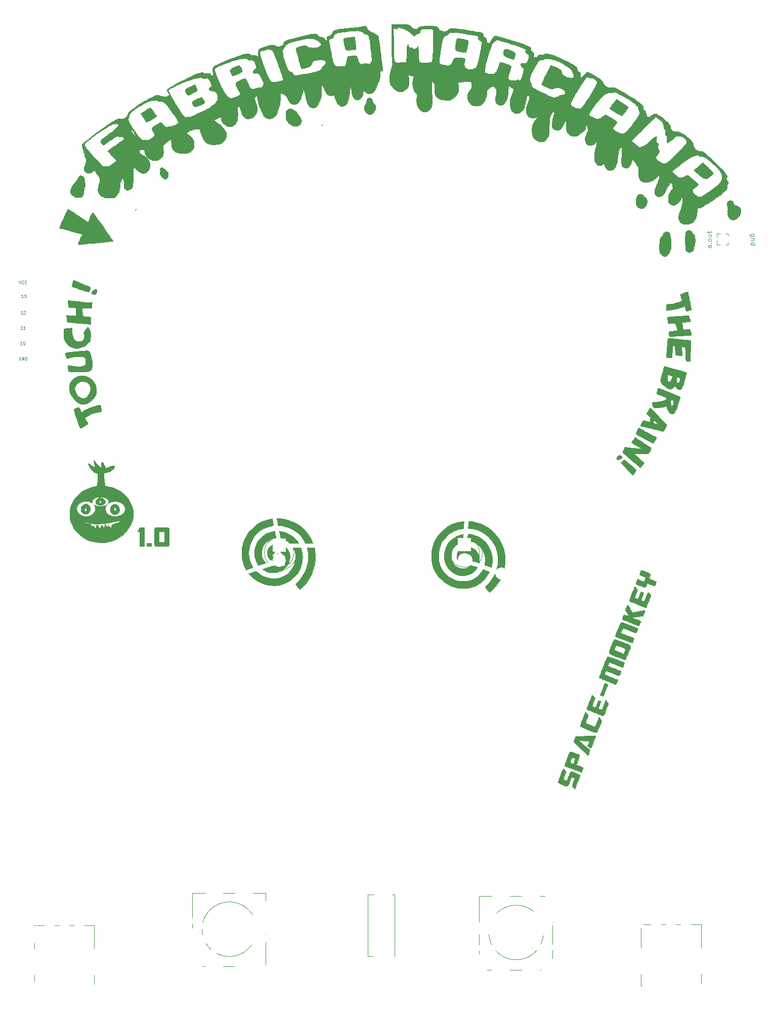
<source format=gbr>
G04 #@! TF.GenerationSoftware,KiCad,Pcbnew,(5.1.2)-1*
G04 #@! TF.CreationDate,2019-08-24T22:51:10-03:00*
G04 #@! TF.ProjectId,SpaceMonkey2Shenzhen,53706163-654d-46f6-9e6b-657932536865,rev?*
G04 #@! TF.SameCoordinates,Original*
G04 #@! TF.FileFunction,Legend,Top*
G04 #@! TF.FilePolarity,Positive*
%FSLAX46Y46*%
G04 Gerber Fmt 4.6, Leading zero omitted, Abs format (unit mm)*
G04 Created by KiCad (PCBNEW (5.1.2)-1) date 2019-08-24 22:51:10*
%MOMM*%
%LPD*%
G04 APERTURE LIST*
%ADD10C,0.100000*%
%ADD11C,0.125000*%
%ADD12C,0.120000*%
%ADD13C,0.010000*%
%ADD14C,1.800000*%
%ADD15O,2.900000X3.400000*%
%ADD16C,3.600000*%
%ADD17R,2.800000X2.000000*%
%ADD18O,2.800000X2.000000*%
%ADD19C,2.000000*%
%ADD20C,2.000000*%
%ADD21O,2.000000X2.000000*%
%ADD22R,2.100000X2.100000*%
%ADD23O,2.100000X2.100000*%
%ADD24C,3.400000*%
%ADD25R,3.400000X3.400000*%
%ADD26C,2.200000*%
%ADD27R,2.200000X2.200000*%
%ADD28C,4.400000*%
%ADD29C,1.700000*%
%ADD30C,2.385060*%
%ADD31C,1.402080*%
G04 APERTURE END LIST*
D10*
X164128404Y-38753928D02*
X163709357Y-38753928D01*
X163633166Y-38792023D01*
X163595071Y-38868214D01*
X163595071Y-39020595D01*
X163633166Y-39096785D01*
X164090309Y-38753928D02*
X164128404Y-38830119D01*
X164128404Y-39020595D01*
X164090309Y-39096785D01*
X164014119Y-39134880D01*
X163937928Y-39134880D01*
X163861738Y-39096785D01*
X163823642Y-39020595D01*
X163823642Y-38830119D01*
X163785547Y-38753928D01*
X164052214Y-38372976D02*
X164090309Y-38334880D01*
X164128404Y-38372976D01*
X164090309Y-38411071D01*
X164052214Y-38372976D01*
X164128404Y-38372976D01*
X164128404Y-37877738D02*
X164090309Y-37953928D01*
X164052214Y-37992023D01*
X163976023Y-38030119D01*
X163747452Y-38030119D01*
X163671261Y-37992023D01*
X163633166Y-37953928D01*
X163595071Y-37877738D01*
X163595071Y-37763452D01*
X163633166Y-37687261D01*
X163671261Y-37649166D01*
X163747452Y-37611071D01*
X163976023Y-37611071D01*
X164052214Y-37649166D01*
X164090309Y-37687261D01*
X164128404Y-37763452D01*
X164128404Y-37877738D01*
X163595071Y-36925357D02*
X164128404Y-36925357D01*
X163595071Y-37268214D02*
X164014119Y-37268214D01*
X164090309Y-37230119D01*
X164128404Y-37153928D01*
X164128404Y-37039642D01*
X164090309Y-36963452D01*
X164052214Y-36925357D01*
X163595071Y-36658690D02*
X163595071Y-36353928D01*
X163328404Y-36544404D02*
X164014119Y-36544404D01*
X164090309Y-36506309D01*
X164128404Y-36430119D01*
X164128404Y-36353928D01*
X171240428Y-37166619D02*
X170592809Y-37166619D01*
X170516619Y-37128523D01*
X170478523Y-37090428D01*
X170440428Y-37014238D01*
X170440428Y-36899952D01*
X170478523Y-36823761D01*
X170745190Y-37166619D02*
X170707095Y-37090428D01*
X170707095Y-36938047D01*
X170745190Y-36861857D01*
X170783285Y-36823761D01*
X170859476Y-36785666D01*
X171088047Y-36785666D01*
X171164238Y-36823761D01*
X171202333Y-36861857D01*
X171240428Y-36938047D01*
X171240428Y-37090428D01*
X171202333Y-37166619D01*
X171240428Y-37547571D02*
X170707095Y-37547571D01*
X171164238Y-37547571D02*
X171202333Y-37585666D01*
X171240428Y-37661857D01*
X171240428Y-37776142D01*
X171202333Y-37852333D01*
X171126142Y-37890428D01*
X170707095Y-37890428D01*
X170707095Y-38614238D02*
X171507095Y-38614238D01*
X170745190Y-38614238D02*
X170707095Y-38538047D01*
X170707095Y-38385666D01*
X170745190Y-38309476D01*
X170783285Y-38271380D01*
X170859476Y-38233285D01*
X171088047Y-38233285D01*
X171164238Y-38271380D01*
X171202333Y-38309476D01*
X171240428Y-38385666D01*
X171240428Y-38538047D01*
X171202333Y-38614238D01*
D11*
X48233333Y-44651190D02*
X48400000Y-45151190D01*
X48566666Y-44651190D01*
X49019047Y-45103571D02*
X48995238Y-45127380D01*
X48923809Y-45151190D01*
X48876190Y-45151190D01*
X48804761Y-45127380D01*
X48757142Y-45079761D01*
X48733333Y-45032142D01*
X48709523Y-44936904D01*
X48709523Y-44865476D01*
X48733333Y-44770238D01*
X48757142Y-44722619D01*
X48804761Y-44675000D01*
X48876190Y-44651190D01*
X48923809Y-44651190D01*
X48995238Y-44675000D01*
X49019047Y-44698809D01*
X49519047Y-45103571D02*
X49495238Y-45127380D01*
X49423809Y-45151190D01*
X49376190Y-45151190D01*
X49304761Y-45127380D01*
X49257142Y-45079761D01*
X49233333Y-45032142D01*
X49209523Y-44936904D01*
X49209523Y-44865476D01*
X49233333Y-44770238D01*
X49257142Y-44722619D01*
X49304761Y-44675000D01*
X49376190Y-44651190D01*
X49423809Y-44651190D01*
X49495238Y-44675000D01*
X49519047Y-44698809D01*
X48954761Y-47476190D02*
X48669047Y-47476190D01*
X48811904Y-47476190D02*
X48811904Y-46976190D01*
X48764285Y-47047619D01*
X48716666Y-47095238D01*
X48669047Y-47119047D01*
X49121428Y-46976190D02*
X49430952Y-46976190D01*
X49264285Y-47166666D01*
X49335714Y-47166666D01*
X49383333Y-47190476D01*
X49407142Y-47214285D01*
X49430952Y-47261904D01*
X49430952Y-47380952D01*
X49407142Y-47428571D01*
X49383333Y-47452380D01*
X49335714Y-47476190D01*
X49192857Y-47476190D01*
X49145238Y-47452380D01*
X49121428Y-47428571D01*
X48854761Y-50201190D02*
X48569047Y-50201190D01*
X48711904Y-50201190D02*
X48711904Y-49701190D01*
X48664285Y-49772619D01*
X48616666Y-49820238D01*
X48569047Y-49844047D01*
X49045238Y-49748809D02*
X49069047Y-49725000D01*
X49116666Y-49701190D01*
X49235714Y-49701190D01*
X49283333Y-49725000D01*
X49307142Y-49748809D01*
X49330952Y-49796428D01*
X49330952Y-49844047D01*
X49307142Y-49915476D01*
X49021428Y-50201190D01*
X49330952Y-50201190D01*
X48854761Y-52751190D02*
X48569047Y-52751190D01*
X48711904Y-52751190D02*
X48711904Y-52251190D01*
X48664285Y-52322619D01*
X48616666Y-52370238D01*
X48569047Y-52394047D01*
X49330952Y-52751190D02*
X49045238Y-52751190D01*
X49188095Y-52751190D02*
X49188095Y-52251190D01*
X49140476Y-52322619D01*
X49092857Y-52370238D01*
X49045238Y-52394047D01*
X48754761Y-55376190D02*
X48469047Y-55376190D01*
X48611904Y-55376190D02*
X48611904Y-54876190D01*
X48564285Y-54947619D01*
X48516666Y-54995238D01*
X48469047Y-55019047D01*
X49064285Y-54876190D02*
X49111904Y-54876190D01*
X49159523Y-54900000D01*
X49183333Y-54923809D01*
X49207142Y-54971428D01*
X49230952Y-55066666D01*
X49230952Y-55185714D01*
X49207142Y-55280952D01*
X49183333Y-55328571D01*
X49159523Y-55352380D01*
X49111904Y-55376190D01*
X49064285Y-55376190D01*
X49016666Y-55352380D01*
X48992857Y-55328571D01*
X48969047Y-55280952D01*
X48945238Y-55185714D01*
X48945238Y-55066666D01*
X48969047Y-54971428D01*
X48992857Y-54923809D01*
X49016666Y-54900000D01*
X49064285Y-54876190D01*
X48569047Y-57475000D02*
X48521428Y-57451190D01*
X48450000Y-57451190D01*
X48378571Y-57475000D01*
X48330952Y-57522619D01*
X48307142Y-57570238D01*
X48283333Y-57665476D01*
X48283333Y-57736904D01*
X48307142Y-57832142D01*
X48330952Y-57879761D01*
X48378571Y-57927380D01*
X48450000Y-57951190D01*
X48497619Y-57951190D01*
X48569047Y-57927380D01*
X48592857Y-57903571D01*
X48592857Y-57736904D01*
X48497619Y-57736904D01*
X48807142Y-57951190D02*
X48807142Y-57451190D01*
X49092857Y-57951190D01*
X49092857Y-57451190D01*
X49330952Y-57951190D02*
X49330952Y-57451190D01*
X49450000Y-57451190D01*
X49521428Y-57475000D01*
X49569047Y-57522619D01*
X49592857Y-57570238D01*
X49616666Y-57665476D01*
X49616666Y-57736904D01*
X49592857Y-57832142D01*
X49569047Y-57879761D01*
X49521428Y-57927380D01*
X49450000Y-57951190D01*
X49330952Y-57951190D01*
D12*
X169556000Y-36769000D02*
X167706000Y-36769000D01*
X169556000Y-36819000D02*
X169556000Y-36769000D01*
X169556000Y-38669000D02*
X169556000Y-36819000D01*
X167706000Y-38669000D02*
X169556000Y-38669000D01*
X167706000Y-36769000D02*
X167706000Y-38669000D01*
X165039000Y-36769000D02*
X165039000Y-38669000D01*
X165039000Y-38669000D02*
X166889000Y-38669000D01*
X166889000Y-38669000D02*
X166889000Y-36819000D01*
X166889000Y-36819000D02*
X166889000Y-36769000D01*
X166889000Y-36769000D02*
X165039000Y-36769000D01*
X136044050Y-153775000D02*
G75*
G03X136044050Y-153775000I-4579050J0D01*
G01*
X127395000Y-160025000D02*
X125275000Y-160025000D01*
X125275000Y-160025000D02*
X125275000Y-147725000D01*
X125275000Y-147725000D02*
X127395000Y-147725000D01*
X130455000Y-147725000D02*
X132395000Y-147725000D01*
X135455000Y-147725000D02*
X137575000Y-147725000D01*
X137575000Y-147725000D02*
X137575000Y-160025000D01*
X137575000Y-160025000D02*
X135455000Y-160025000D01*
X132395000Y-160025000D02*
X130455000Y-160025000D01*
X88044050Y-153225000D02*
G75*
G03X88044050Y-153225000I-4579050J0D01*
G01*
X79395000Y-159475000D02*
X77275000Y-159475000D01*
X77275000Y-159475000D02*
X77275000Y-147175000D01*
X77275000Y-147175000D02*
X79395000Y-147175000D01*
X82455000Y-147175000D02*
X84395000Y-147175000D01*
X87455000Y-147175000D02*
X89575000Y-147175000D01*
X89575000Y-147175000D02*
X89575000Y-159475000D01*
X89575000Y-159475000D02*
X87455000Y-159475000D01*
X84395000Y-159475000D02*
X82455000Y-159475000D01*
D13*
G36*
X104470220Y-3841174D02*
G01*
X104626662Y-3861576D01*
X104741301Y-3900581D01*
X104822404Y-3958717D01*
X104878242Y-4036511D01*
X104879176Y-4038305D01*
X104927478Y-4175979D01*
X104965860Y-4370958D01*
X104993626Y-4603847D01*
X105010087Y-4855252D01*
X105014549Y-5105776D01*
X105006320Y-5336025D01*
X104984708Y-5526602D01*
X104949021Y-5658113D01*
X104937754Y-5679592D01*
X104832178Y-5783025D01*
X104659834Y-5877668D01*
X104438443Y-5960208D01*
X104185727Y-6027334D01*
X103919406Y-6075735D01*
X103657202Y-6102099D01*
X103416836Y-6103116D01*
X103216029Y-6075474D01*
X103087066Y-6025396D01*
X102954547Y-5901727D01*
X102844351Y-5716366D01*
X102791148Y-5568109D01*
X102735268Y-5359087D01*
X102681213Y-5112895D01*
X102633488Y-4853129D01*
X102596595Y-4603386D01*
X102575037Y-4387261D01*
X102571334Y-4285745D01*
X102574556Y-4188099D01*
X102592206Y-4116117D01*
X102636259Y-4063711D01*
X102718689Y-4024791D01*
X102851470Y-3993270D01*
X103046576Y-3963058D01*
X103261038Y-3935046D01*
X103667383Y-3886312D01*
X103998849Y-3854070D01*
X104263706Y-3838848D01*
X104470220Y-3841174D01*
X104470220Y-3841174D01*
G37*
X104470220Y-3841174D02*
X104626662Y-3861576D01*
X104741301Y-3900581D01*
X104822404Y-3958717D01*
X104878242Y-4036511D01*
X104879176Y-4038305D01*
X104927478Y-4175979D01*
X104965860Y-4370958D01*
X104993626Y-4603847D01*
X105010087Y-4855252D01*
X105014549Y-5105776D01*
X105006320Y-5336025D01*
X104984708Y-5526602D01*
X104949021Y-5658113D01*
X104937754Y-5679592D01*
X104832178Y-5783025D01*
X104659834Y-5877668D01*
X104438443Y-5960208D01*
X104185727Y-6027334D01*
X103919406Y-6075735D01*
X103657202Y-6102099D01*
X103416836Y-6103116D01*
X103216029Y-6075474D01*
X103087066Y-6025396D01*
X102954547Y-5901727D01*
X102844351Y-5716366D01*
X102791148Y-5568109D01*
X102735268Y-5359087D01*
X102681213Y-5112895D01*
X102633488Y-4853129D01*
X102596595Y-4603386D01*
X102575037Y-4387261D01*
X102571334Y-4285745D01*
X102574556Y-4188099D01*
X102592206Y-4116117D01*
X102636259Y-4063711D01*
X102718689Y-4024791D01*
X102851470Y-3993270D01*
X103046576Y-3963058D01*
X103261038Y-3935046D01*
X103667383Y-3886312D01*
X103998849Y-3854070D01*
X104263706Y-3838848D01*
X104470220Y-3841174D01*
G36*
X85813424Y-8591741D02*
G01*
X85868205Y-8739078D01*
X85930134Y-8942427D01*
X85991822Y-9174392D01*
X86045882Y-9407577D01*
X86078117Y-9573357D01*
X86084863Y-9675192D01*
X86049614Y-9729891D01*
X86007613Y-9751632D01*
X85772572Y-9847861D01*
X85514362Y-9950429D01*
X85246807Y-10054176D01*
X84983729Y-10153943D01*
X84738951Y-10244570D01*
X84526296Y-10320898D01*
X84359587Y-10377766D01*
X84252646Y-10410016D01*
X84231535Y-10414590D01*
X84125727Y-10423451D01*
X84048393Y-10398312D01*
X83964561Y-10324773D01*
X83933665Y-10291932D01*
X83836827Y-10161075D01*
X83739109Y-9986486D01*
X83652830Y-9795669D01*
X83590306Y-9616130D01*
X83563857Y-9475372D01*
X83563667Y-9465757D01*
X83585871Y-9354589D01*
X83658606Y-9251081D01*
X83791050Y-9146985D01*
X83992384Y-9034054D01*
X84104773Y-8979622D01*
X84313859Y-8887129D01*
X84561345Y-8786186D01*
X84825745Y-8684716D01*
X85085577Y-8590641D01*
X85319357Y-8511883D01*
X85505602Y-8456364D01*
X85560875Y-8442685D01*
X85730618Y-8404546D01*
X85813424Y-8591741D01*
X85813424Y-8591741D01*
G37*
X85813424Y-8591741D02*
X85868205Y-8739078D01*
X85930134Y-8942427D01*
X85991822Y-9174392D01*
X86045882Y-9407577D01*
X86078117Y-9573357D01*
X86084863Y-9675192D01*
X86049614Y-9729891D01*
X86007613Y-9751632D01*
X85772572Y-9847861D01*
X85514362Y-9950429D01*
X85246807Y-10054176D01*
X84983729Y-10153943D01*
X84738951Y-10244570D01*
X84526296Y-10320898D01*
X84359587Y-10377766D01*
X84252646Y-10410016D01*
X84231535Y-10414590D01*
X84125727Y-10423451D01*
X84048393Y-10398312D01*
X83964561Y-10324773D01*
X83933665Y-10291932D01*
X83836827Y-10161075D01*
X83739109Y-9986486D01*
X83652830Y-9795669D01*
X83590306Y-9616130D01*
X83563857Y-9475372D01*
X83563667Y-9465757D01*
X83585871Y-9354589D01*
X83658606Y-9251081D01*
X83791050Y-9146985D01*
X83992384Y-9034054D01*
X84104773Y-8979622D01*
X84313859Y-8887129D01*
X84561345Y-8786186D01*
X84825745Y-8684716D01*
X85085577Y-8590641D01*
X85319357Y-8511883D01*
X85505602Y-8456364D01*
X85560875Y-8442685D01*
X85730618Y-8404546D01*
X85813424Y-8591741D01*
G36*
X78063795Y-11763593D02*
G01*
X78169575Y-11818283D01*
X78295890Y-11929229D01*
X78426944Y-12076208D01*
X78546944Y-12239000D01*
X78640095Y-12397384D01*
X78690604Y-12531137D01*
X78695334Y-12572155D01*
X78654513Y-12676238D01*
X78532378Y-12801768D01*
X78329418Y-12948365D01*
X78046122Y-13115648D01*
X77892975Y-13197356D01*
X77532958Y-13374660D01*
X77231878Y-13500513D01*
X76982730Y-13576567D01*
X76778508Y-13604475D01*
X76612206Y-13585890D01*
X76486523Y-13529046D01*
X76336094Y-13397111D01*
X76203699Y-13222689D01*
X76106656Y-13033802D01*
X76062283Y-12858473D01*
X76061357Y-12841065D01*
X76069311Y-12741297D01*
X76105664Y-12652637D01*
X76179940Y-12566964D01*
X76301662Y-12476155D01*
X76480353Y-12372089D01*
X76725536Y-12246644D01*
X76802578Y-12208928D01*
X77170283Y-12035446D01*
X77471618Y-11905487D01*
X77711718Y-11817239D01*
X77895718Y-11768888D01*
X78028754Y-11758620D01*
X78063795Y-11763593D01*
X78063795Y-11763593D01*
G37*
X78063795Y-11763593D02*
X78169575Y-11818283D01*
X78295890Y-11929229D01*
X78426944Y-12076208D01*
X78546944Y-12239000D01*
X78640095Y-12397384D01*
X78690604Y-12531137D01*
X78695334Y-12572155D01*
X78654513Y-12676238D01*
X78532378Y-12801768D01*
X78329418Y-12948365D01*
X78046122Y-13115648D01*
X77892975Y-13197356D01*
X77532958Y-13374660D01*
X77231878Y-13500513D01*
X76982730Y-13576567D01*
X76778508Y-13604475D01*
X76612206Y-13585890D01*
X76486523Y-13529046D01*
X76336094Y-13397111D01*
X76203699Y-13222689D01*
X76106656Y-13033802D01*
X76062283Y-12858473D01*
X76061357Y-12841065D01*
X76069311Y-12741297D01*
X76105664Y-12652637D01*
X76179940Y-12566964D01*
X76301662Y-12476155D01*
X76480353Y-12372089D01*
X76725536Y-12246644D01*
X76802578Y-12208928D01*
X77170283Y-12035446D01*
X77471618Y-11905487D01*
X77711718Y-11817239D01*
X77895718Y-11768888D01*
X78028754Y-11758620D01*
X78063795Y-11763593D01*
G36*
X79298057Y-13765083D02*
G01*
X79390120Y-13855016D01*
X79499897Y-13984152D01*
X79614935Y-14135514D01*
X79722786Y-14292123D01*
X79810996Y-14437001D01*
X79867117Y-14553171D01*
X79880667Y-14610191D01*
X79847859Y-14716959D01*
X79746614Y-14832997D01*
X79572701Y-14961906D01*
X79321887Y-15107291D01*
X79256498Y-15141570D01*
X78882595Y-15323129D01*
X78563358Y-15452010D01*
X78289416Y-15530921D01*
X78051395Y-15562566D01*
X77841727Y-15549957D01*
X77625531Y-15473605D01*
X77439720Y-15332605D01*
X77301601Y-15145093D01*
X77228476Y-14929205D01*
X77225043Y-14903618D01*
X77218410Y-14790159D01*
X77240507Y-14711658D01*
X77306226Y-14634178D01*
X77367706Y-14578523D01*
X77475657Y-14501489D01*
X77641972Y-14404414D01*
X77851463Y-14294182D01*
X78088943Y-14177679D01*
X78339223Y-14061793D01*
X78587118Y-13953409D01*
X78817439Y-13859413D01*
X79015000Y-13786691D01*
X79164613Y-13742130D01*
X79236158Y-13731333D01*
X79298057Y-13765083D01*
X79298057Y-13765083D01*
G37*
X79298057Y-13765083D02*
X79390120Y-13855016D01*
X79499897Y-13984152D01*
X79614935Y-14135514D01*
X79722786Y-14292123D01*
X79810996Y-14437001D01*
X79867117Y-14553171D01*
X79880667Y-14610191D01*
X79847859Y-14716959D01*
X79746614Y-14832997D01*
X79572701Y-14961906D01*
X79321887Y-15107291D01*
X79256498Y-15141570D01*
X78882595Y-15323129D01*
X78563358Y-15452010D01*
X78289416Y-15530921D01*
X78051395Y-15562566D01*
X77841727Y-15549957D01*
X77625531Y-15473605D01*
X77439720Y-15332605D01*
X77301601Y-15145093D01*
X77228476Y-14929205D01*
X77225043Y-14903618D01*
X77218410Y-14790159D01*
X77240507Y-14711658D01*
X77306226Y-14634178D01*
X77367706Y-14578523D01*
X77475657Y-14501489D01*
X77641972Y-14404414D01*
X77851463Y-14294182D01*
X78088943Y-14177679D01*
X78339223Y-14061793D01*
X78587118Y-13953409D01*
X78817439Y-13859413D01*
X79015000Y-13786691D01*
X79164613Y-13742130D01*
X79236158Y-13731333D01*
X79298057Y-13765083D01*
G36*
X70789670Y-15379526D02*
G01*
X70861698Y-15471007D01*
X70961329Y-15611625D01*
X71081139Y-15789546D01*
X71213701Y-15992935D01*
X71351593Y-16209955D01*
X71487389Y-16428773D01*
X71613666Y-16637553D01*
X71722998Y-16824460D01*
X71807962Y-16977659D01*
X71861134Y-17085315D01*
X71875088Y-17135592D01*
X71874212Y-17136855D01*
X71836078Y-17160904D01*
X71736478Y-17221582D01*
X71586663Y-17312150D01*
X71397882Y-17425865D01*
X71181384Y-17555988D01*
X70948418Y-17695775D01*
X70710234Y-17838487D01*
X70478081Y-17977383D01*
X70263209Y-18105721D01*
X70076868Y-18216760D01*
X69930305Y-18303759D01*
X69834771Y-18359977D01*
X69802308Y-18378425D01*
X69770888Y-18349761D01*
X69699807Y-18263078D01*
X69597871Y-18129779D01*
X69473885Y-17961268D01*
X69390852Y-17845583D01*
X69185396Y-17550971D01*
X69007004Y-17283630D01*
X68860630Y-17051678D01*
X68751231Y-16863234D01*
X68683762Y-16726418D01*
X68662983Y-16653005D01*
X68697655Y-16619048D01*
X68794021Y-16548707D01*
X68941012Y-16448887D01*
X69127559Y-16326497D01*
X69342593Y-16188442D01*
X69575047Y-16041630D01*
X69813852Y-15892968D01*
X70047939Y-15749362D01*
X70266240Y-15617719D01*
X70457687Y-15504947D01*
X70611210Y-15417951D01*
X70715742Y-15363640D01*
X70752667Y-15349018D01*
X70789670Y-15379526D01*
X70789670Y-15379526D01*
G37*
X70789670Y-15379526D02*
X70861698Y-15471007D01*
X70961329Y-15611625D01*
X71081139Y-15789546D01*
X71213701Y-15992935D01*
X71351593Y-16209955D01*
X71487389Y-16428773D01*
X71613666Y-16637553D01*
X71722998Y-16824460D01*
X71807962Y-16977659D01*
X71861134Y-17085315D01*
X71875088Y-17135592D01*
X71874212Y-17136855D01*
X71836078Y-17160904D01*
X71736478Y-17221582D01*
X71586663Y-17312150D01*
X71397882Y-17425865D01*
X71181384Y-17555988D01*
X70948418Y-17695775D01*
X70710234Y-17838487D01*
X70478081Y-17977383D01*
X70263209Y-18105721D01*
X70076868Y-18216760D01*
X69930305Y-18303759D01*
X69834771Y-18359977D01*
X69802308Y-18378425D01*
X69770888Y-18349761D01*
X69699807Y-18263078D01*
X69597871Y-18129779D01*
X69473885Y-17961268D01*
X69390852Y-17845583D01*
X69185396Y-17550971D01*
X69007004Y-17283630D01*
X68860630Y-17051678D01*
X68751231Y-16863234D01*
X68683762Y-16726418D01*
X68662983Y-16653005D01*
X68697655Y-16619048D01*
X68794021Y-16548707D01*
X68941012Y-16448887D01*
X69127559Y-16326497D01*
X69342593Y-16188442D01*
X69575047Y-16041630D01*
X69813852Y-15892968D01*
X70047939Y-15749362D01*
X70266240Y-15617719D01*
X70457687Y-15504947D01*
X70611210Y-15417951D01*
X70715742Y-15363640D01*
X70752667Y-15349018D01*
X70789670Y-15379526D01*
G36*
X121742124Y-4030013D02*
G01*
X121916359Y-4047774D01*
X122131404Y-4074482D01*
X122321377Y-4101070D01*
X122703637Y-4159811D01*
X123010350Y-4214186D01*
X123250298Y-4267410D01*
X123432262Y-4322695D01*
X123565021Y-4383255D01*
X123657356Y-4452303D01*
X123718048Y-4533054D01*
X123755031Y-4625736D01*
X123765223Y-4728690D01*
X123760270Y-4894680D01*
X123742673Y-5103937D01*
X123714935Y-5336690D01*
X123679556Y-5573168D01*
X123639038Y-5793601D01*
X123595881Y-5978217D01*
X123575119Y-6047833D01*
X123522948Y-6180574D01*
X123463878Y-6256844D01*
X123375626Y-6303432D01*
X123357000Y-6310027D01*
X123211257Y-6339751D01*
X123004017Y-6355773D01*
X122757266Y-6358521D01*
X122492986Y-6348419D01*
X122233163Y-6325896D01*
X121999778Y-6291375D01*
X121957385Y-6282895D01*
X121684239Y-6216846D01*
X121486475Y-6143361D01*
X121354918Y-6050729D01*
X121280392Y-5927236D01*
X121253720Y-5761172D01*
X121265727Y-5540822D01*
X121281413Y-5420084D01*
X121311894Y-5227110D01*
X121350891Y-5007319D01*
X121395035Y-4776788D01*
X121440959Y-4551593D01*
X121485297Y-4347810D01*
X121524682Y-4181514D01*
X121555746Y-4068783D01*
X121573184Y-4026989D01*
X121622974Y-4022614D01*
X121742124Y-4030013D01*
X121742124Y-4030013D01*
G37*
X121742124Y-4030013D02*
X121916359Y-4047774D01*
X122131404Y-4074482D01*
X122321377Y-4101070D01*
X122703637Y-4159811D01*
X123010350Y-4214186D01*
X123250298Y-4267410D01*
X123432262Y-4322695D01*
X123565021Y-4383255D01*
X123657356Y-4452303D01*
X123718048Y-4533054D01*
X123755031Y-4625736D01*
X123765223Y-4728690D01*
X123760270Y-4894680D01*
X123742673Y-5103937D01*
X123714935Y-5336690D01*
X123679556Y-5573168D01*
X123639038Y-5793601D01*
X123595881Y-5978217D01*
X123575119Y-6047833D01*
X123522948Y-6180574D01*
X123463878Y-6256844D01*
X123375626Y-6303432D01*
X123357000Y-6310027D01*
X123211257Y-6339751D01*
X123004017Y-6355773D01*
X122757266Y-6358521D01*
X122492986Y-6348419D01*
X122233163Y-6325896D01*
X121999778Y-6291375D01*
X121957385Y-6282895D01*
X121684239Y-6216846D01*
X121486475Y-6143361D01*
X121354918Y-6050729D01*
X121280392Y-5927236D01*
X121253720Y-5761172D01*
X121265727Y-5540822D01*
X121281413Y-5420084D01*
X121311894Y-5227110D01*
X121350891Y-5007319D01*
X121395035Y-4776788D01*
X121440959Y-4551593D01*
X121485297Y-4347810D01*
X121524682Y-4181514D01*
X121555746Y-4068783D01*
X121573184Y-4026989D01*
X121622974Y-4022614D01*
X121742124Y-4030013D01*
G36*
X130042415Y-5803858D02*
G01*
X130327592Y-5877003D01*
X130415577Y-5904201D01*
X130800569Y-6036124D01*
X131106739Y-6163031D01*
X131339485Y-6288600D01*
X131504205Y-6416507D01*
X131606295Y-6550428D01*
X131651154Y-6694041D01*
X131654334Y-6747993D01*
X131633562Y-6913254D01*
X131579191Y-7105598D01*
X131503139Y-7293139D01*
X131417324Y-7443994D01*
X131375081Y-7495101D01*
X131298987Y-7553343D01*
X131206463Y-7582930D01*
X131084470Y-7582824D01*
X130919974Y-7551987D01*
X130699936Y-7489379D01*
X130505002Y-7425798D01*
X130120539Y-7286932D01*
X129813332Y-7155294D01*
X129585458Y-7031904D01*
X129438988Y-6917780D01*
X129414968Y-6890352D01*
X129353464Y-6752450D01*
X129333355Y-6566466D01*
X129351245Y-6356170D01*
X129403742Y-6145333D01*
X129487452Y-5957724D01*
X129563133Y-5852582D01*
X129664769Y-5791926D01*
X129823002Y-5775592D01*
X130042415Y-5803858D01*
X130042415Y-5803858D01*
G37*
X130042415Y-5803858D02*
X130327592Y-5877003D01*
X130415577Y-5904201D01*
X130800569Y-6036124D01*
X131106739Y-6163031D01*
X131339485Y-6288600D01*
X131504205Y-6416507D01*
X131606295Y-6550428D01*
X131651154Y-6694041D01*
X131654334Y-6747993D01*
X131633562Y-6913254D01*
X131579191Y-7105598D01*
X131503139Y-7293139D01*
X131417324Y-7443994D01*
X131375081Y-7495101D01*
X131298987Y-7553343D01*
X131206463Y-7582930D01*
X131084470Y-7582824D01*
X130919974Y-7551987D01*
X130699936Y-7489379D01*
X130505002Y-7425798D01*
X130120539Y-7286932D01*
X129813332Y-7155294D01*
X129585458Y-7031904D01*
X129438988Y-6917780D01*
X129414968Y-6890352D01*
X129353464Y-6752450D01*
X129333355Y-6566466D01*
X129351245Y-6356170D01*
X129403742Y-6145333D01*
X129487452Y-5957724D01*
X129563133Y-5852582D01*
X129664769Y-5791926D01*
X129823002Y-5775592D01*
X130042415Y-5803858D01*
G36*
X148373355Y-14232327D02*
G01*
X148474915Y-14271614D01*
X148628053Y-14346741D01*
X148723830Y-14396821D01*
X149074775Y-14590614D01*
X149435745Y-14804535D01*
X149779944Y-15022048D01*
X150080576Y-15226616D01*
X150150540Y-15277293D01*
X150284581Y-15379322D01*
X150361078Y-15450480D01*
X150392673Y-15507244D01*
X150392009Y-15566096D01*
X150387516Y-15586194D01*
X150329550Y-15736203D01*
X150227774Y-15916859D01*
X150092974Y-16115648D01*
X149935932Y-16320056D01*
X149767435Y-16517572D01*
X149598266Y-16695683D01*
X149439209Y-16841875D01*
X149301051Y-16943636D01*
X149194574Y-16988452D01*
X149178058Y-16989482D01*
X149110412Y-16972626D01*
X148991178Y-16929820D01*
X148845808Y-16870223D01*
X148841667Y-16868426D01*
X148696485Y-16799166D01*
X148512946Y-16702283D01*
X148303099Y-16585143D01*
X148078997Y-16455111D01*
X147852689Y-16319555D01*
X147636228Y-16185839D01*
X147441665Y-16061330D01*
X147281051Y-15953395D01*
X147166436Y-15869399D01*
X147109873Y-15816709D01*
X147106000Y-15807525D01*
X147130652Y-15755020D01*
X147198611Y-15648061D01*
X147300883Y-15498775D01*
X147428475Y-15319287D01*
X147572393Y-15121726D01*
X147723642Y-14918217D01*
X147873228Y-14720887D01*
X148012158Y-14541863D01*
X148131438Y-14393272D01*
X148222074Y-14287239D01*
X148267335Y-14241683D01*
X148308965Y-14223982D01*
X148373355Y-14232327D01*
X148373355Y-14232327D01*
G37*
X148373355Y-14232327D02*
X148474915Y-14271614D01*
X148628053Y-14346741D01*
X148723830Y-14396821D01*
X149074775Y-14590614D01*
X149435745Y-14804535D01*
X149779944Y-15022048D01*
X150080576Y-15226616D01*
X150150540Y-15277293D01*
X150284581Y-15379322D01*
X150361078Y-15450480D01*
X150392673Y-15507244D01*
X150392009Y-15566096D01*
X150387516Y-15586194D01*
X150329550Y-15736203D01*
X150227774Y-15916859D01*
X150092974Y-16115648D01*
X149935932Y-16320056D01*
X149767435Y-16517572D01*
X149598266Y-16695683D01*
X149439209Y-16841875D01*
X149301051Y-16943636D01*
X149194574Y-16988452D01*
X149178058Y-16989482D01*
X149110412Y-16972626D01*
X148991178Y-16929820D01*
X148845808Y-16870223D01*
X148841667Y-16868426D01*
X148696485Y-16799166D01*
X148512946Y-16702283D01*
X148303099Y-16585143D01*
X148078997Y-16455111D01*
X147852689Y-16319555D01*
X147636228Y-16185839D01*
X147441665Y-16061330D01*
X147281051Y-15953395D01*
X147166436Y-15869399D01*
X147109873Y-15816709D01*
X147106000Y-15807525D01*
X147130652Y-15755020D01*
X147198611Y-15648061D01*
X147300883Y-15498775D01*
X147428475Y-15319287D01*
X147572393Y-15121726D01*
X147723642Y-14918217D01*
X147873228Y-14720887D01*
X148012158Y-14541863D01*
X148131438Y-14393272D01*
X148222074Y-14287239D01*
X148267335Y-14241683D01*
X148308965Y-14223982D01*
X148373355Y-14232327D01*
G36*
X163223416Y-25234701D02*
G01*
X163560797Y-25553393D01*
X163834203Y-25826138D01*
X164047500Y-26057642D01*
X164204551Y-26252614D01*
X164309224Y-26415762D01*
X164365384Y-26551794D01*
X164378000Y-26640916D01*
X164351723Y-26771454D01*
X164268478Y-26916791D01*
X164121639Y-27086772D01*
X163996159Y-27208484D01*
X163755660Y-27404950D01*
X163533772Y-27525762D01*
X163317563Y-27573840D01*
X163094104Y-27552103D01*
X162855732Y-27465933D01*
X162685077Y-27374223D01*
X162509737Y-27261371D01*
X162432399Y-27203624D01*
X162338590Y-27125588D01*
X162207257Y-27012951D01*
X162050068Y-26876088D01*
X161878696Y-26725378D01*
X161704809Y-26571196D01*
X161540080Y-26423919D01*
X161396178Y-26293923D01*
X161284774Y-26191587D01*
X161217539Y-26127285D01*
X161203000Y-26110523D01*
X161234467Y-26081274D01*
X161322845Y-26006386D01*
X161459103Y-25893322D01*
X161634209Y-25749545D01*
X161839131Y-25582518D01*
X161990611Y-25459701D01*
X162778223Y-24822443D01*
X163223416Y-25234701D01*
X163223416Y-25234701D01*
G37*
X163223416Y-25234701D02*
X163560797Y-25553393D01*
X163834203Y-25826138D01*
X164047500Y-26057642D01*
X164204551Y-26252614D01*
X164309224Y-26415762D01*
X164365384Y-26551794D01*
X164378000Y-26640916D01*
X164351723Y-26771454D01*
X164268478Y-26916791D01*
X164121639Y-27086772D01*
X163996159Y-27208484D01*
X163755660Y-27404950D01*
X163533772Y-27525762D01*
X163317563Y-27573840D01*
X163094104Y-27552103D01*
X162855732Y-27465933D01*
X162685077Y-27374223D01*
X162509737Y-27261371D01*
X162432399Y-27203624D01*
X162338590Y-27125588D01*
X162207257Y-27012951D01*
X162050068Y-26876088D01*
X161878696Y-26725378D01*
X161704809Y-26571196D01*
X161540080Y-26423919D01*
X161396178Y-26293923D01*
X161284774Y-26191587D01*
X161217539Y-26127285D01*
X161203000Y-26110523D01*
X161234467Y-26081274D01*
X161322845Y-26006386D01*
X161459103Y-25893322D01*
X161634209Y-25749545D01*
X161839131Y-25582518D01*
X161990611Y-25459701D01*
X162778223Y-24822443D01*
X163223416Y-25234701D01*
G36*
X62106390Y-81020748D02*
G01*
X62302662Y-81091756D01*
X62470228Y-81222101D01*
X62514078Y-81269333D01*
X62621623Y-81442963D01*
X62654778Y-81621047D01*
X62622707Y-81794369D01*
X62534577Y-81953710D01*
X62399553Y-82089855D01*
X62226799Y-82193584D01*
X62025482Y-82255680D01*
X61804766Y-82266927D01*
X61573817Y-82218106D01*
X61571500Y-82217288D01*
X61352686Y-82106042D01*
X61201603Y-81960310D01*
X61115370Y-81792316D01*
X61097418Y-81660609D01*
X61677334Y-81660609D01*
X61709199Y-81775767D01*
X61788306Y-81855047D01*
X61889921Y-81885219D01*
X61989312Y-81853058D01*
X62007533Y-81837200D01*
X62046651Y-81758039D01*
X62058334Y-81676333D01*
X62027311Y-81546833D01*
X61939377Y-81475759D01*
X61867834Y-81464666D01*
X61750435Y-81499921D01*
X61685668Y-81596205D01*
X61677334Y-81660609D01*
X61097418Y-81660609D01*
X61091103Y-81614287D01*
X61125921Y-81438447D01*
X61216939Y-81277022D01*
X61361275Y-81142238D01*
X61556047Y-81046318D01*
X61798372Y-81001490D01*
X61858610Y-80999696D01*
X62106390Y-81020748D01*
X62106390Y-81020748D01*
G37*
X62106390Y-81020748D02*
X62302662Y-81091756D01*
X62470228Y-81222101D01*
X62514078Y-81269333D01*
X62621623Y-81442963D01*
X62654778Y-81621047D01*
X62622707Y-81794369D01*
X62534577Y-81953710D01*
X62399553Y-82089855D01*
X62226799Y-82193584D01*
X62025482Y-82255680D01*
X61804766Y-82266927D01*
X61573817Y-82218106D01*
X61571500Y-82217288D01*
X61352686Y-82106042D01*
X61201603Y-81960310D01*
X61115370Y-81792316D01*
X61097418Y-81660609D01*
X61677334Y-81660609D01*
X61709199Y-81775767D01*
X61788306Y-81855047D01*
X61889921Y-81885219D01*
X61989312Y-81853058D01*
X62007533Y-81837200D01*
X62046651Y-81758039D01*
X62058334Y-81676333D01*
X62027311Y-81546833D01*
X61939377Y-81475759D01*
X61867834Y-81464666D01*
X61750435Y-81499921D01*
X61685668Y-81596205D01*
X61677334Y-81660609D01*
X61097418Y-81660609D01*
X61091103Y-81614287D01*
X61125921Y-81438447D01*
X61216939Y-81277022D01*
X61361275Y-81142238D01*
X61556047Y-81046318D01*
X61798372Y-81001490D01*
X61858610Y-80999696D01*
X62106390Y-81020748D01*
G36*
X59697967Y-82085737D02*
G01*
X59894818Y-82213446D01*
X60051461Y-82399852D01*
X60080256Y-82450855D01*
X60165498Y-82697842D01*
X60177488Y-82951666D01*
X60121170Y-83195640D01*
X60001489Y-83413081D01*
X59823388Y-83587305D01*
X59725818Y-83646995D01*
X59576290Y-83691519D01*
X59386831Y-83704354D01*
X59196051Y-83685423D01*
X59070545Y-83648287D01*
X58894382Y-83528806D01*
X58751275Y-83350067D01*
X58651322Y-83134302D01*
X58606078Y-82910952D01*
X59202013Y-82910952D01*
X59212616Y-83037096D01*
X59259327Y-83148627D01*
X59341803Y-83222909D01*
X59398893Y-83239324D01*
X59448227Y-83215549D01*
X59494079Y-83176206D01*
X59568660Y-83059125D01*
X59591553Y-82927161D01*
X59567472Y-82803247D01*
X59501130Y-82710313D01*
X59397240Y-82671293D01*
X59390281Y-82671166D01*
X59290502Y-82705353D01*
X59227861Y-82792826D01*
X59202013Y-82910952D01*
X58606078Y-82910952D01*
X58604618Y-82903748D01*
X58621261Y-82680638D01*
X58624824Y-82666747D01*
X58731758Y-82411976D01*
X58897486Y-82208241D01*
X59032752Y-82109143D01*
X59250274Y-82028151D01*
X59477565Y-82022161D01*
X59697967Y-82085737D01*
X59697967Y-82085737D01*
G37*
X59697967Y-82085737D02*
X59894818Y-82213446D01*
X60051461Y-82399852D01*
X60080256Y-82450855D01*
X60165498Y-82697842D01*
X60177488Y-82951666D01*
X60121170Y-83195640D01*
X60001489Y-83413081D01*
X59823388Y-83587305D01*
X59725818Y-83646995D01*
X59576290Y-83691519D01*
X59386831Y-83704354D01*
X59196051Y-83685423D01*
X59070545Y-83648287D01*
X58894382Y-83528806D01*
X58751275Y-83350067D01*
X58651322Y-83134302D01*
X58606078Y-82910952D01*
X59202013Y-82910952D01*
X59212616Y-83037096D01*
X59259327Y-83148627D01*
X59341803Y-83222909D01*
X59398893Y-83239324D01*
X59448227Y-83215549D01*
X59494079Y-83176206D01*
X59568660Y-83059125D01*
X59591553Y-82927161D01*
X59567472Y-82803247D01*
X59501130Y-82710313D01*
X59397240Y-82671293D01*
X59390281Y-82671166D01*
X59290502Y-82705353D01*
X59227861Y-82792826D01*
X59202013Y-82910952D01*
X58606078Y-82910952D01*
X58604618Y-82903748D01*
X58621261Y-82680638D01*
X58624824Y-82666747D01*
X58731758Y-82411976D01*
X58897486Y-82208241D01*
X59032752Y-82109143D01*
X59250274Y-82028151D01*
X59477565Y-82022161D01*
X59697967Y-82085737D01*
G36*
X64586180Y-82142031D02*
G01*
X64769439Y-82257634D01*
X64918253Y-82424553D01*
X65020330Y-82637002D01*
X65063380Y-82889197D01*
X65064000Y-82924839D01*
X65039252Y-83176424D01*
X64958777Y-83380347D01*
X64813226Y-83559780D01*
X64804465Y-83568153D01*
X64596062Y-83719662D01*
X64378344Y-83787226D01*
X64148751Y-83771298D01*
X63984500Y-83712988D01*
X63773516Y-83573171D01*
X63620261Y-83384715D01*
X63527286Y-83163199D01*
X63497143Y-82924200D01*
X63505880Y-82864469D01*
X64138566Y-82864469D01*
X64142956Y-82996701D01*
X64191999Y-83110057D01*
X64202728Y-83122916D01*
X64295930Y-83191718D01*
X64381085Y-83177043D01*
X64447766Y-83106247D01*
X64497524Y-82985913D01*
X64503792Y-82851148D01*
X64472399Y-82726740D01*
X64409175Y-82637474D01*
X64330522Y-82607666D01*
X64238628Y-82644638D01*
X64172549Y-82738677D01*
X64138566Y-82864469D01*
X63505880Y-82864469D01*
X63532381Y-82683296D01*
X63635552Y-82456065D01*
X63754517Y-82308483D01*
X63952644Y-82160969D01*
X64165491Y-82087913D01*
X64380767Y-82083529D01*
X64586180Y-82142031D01*
X64586180Y-82142031D01*
G37*
X64586180Y-82142031D02*
X64769439Y-82257634D01*
X64918253Y-82424553D01*
X65020330Y-82637002D01*
X65063380Y-82889197D01*
X65064000Y-82924839D01*
X65039252Y-83176424D01*
X64958777Y-83380347D01*
X64813226Y-83559780D01*
X64804465Y-83568153D01*
X64596062Y-83719662D01*
X64378344Y-83787226D01*
X64148751Y-83771298D01*
X63984500Y-83712988D01*
X63773516Y-83573171D01*
X63620261Y-83384715D01*
X63527286Y-83163199D01*
X63497143Y-82924200D01*
X63505880Y-82864469D01*
X64138566Y-82864469D01*
X64142956Y-82996701D01*
X64191999Y-83110057D01*
X64202728Y-83122916D01*
X64295930Y-83191718D01*
X64381085Y-83177043D01*
X64447766Y-83106247D01*
X64497524Y-82985913D01*
X64503792Y-82851148D01*
X64472399Y-82726740D01*
X64409175Y-82637474D01*
X64330522Y-82607666D01*
X64238628Y-82644638D01*
X64172549Y-82738677D01*
X64138566Y-82864469D01*
X63505880Y-82864469D01*
X63532381Y-82683296D01*
X63635552Y-82456065D01*
X63754517Y-82308483D01*
X63952644Y-82160969D01*
X64165491Y-82087913D01*
X64380767Y-82083529D01*
X64586180Y-82142031D01*
G36*
X107061317Y-14041472D02*
G01*
X107134685Y-14074032D01*
X107219473Y-14158533D01*
X107307551Y-14294909D01*
X107383272Y-14452515D01*
X107430987Y-14600705D01*
X107439667Y-14671346D01*
X107463121Y-14765960D01*
X107538712Y-14886525D01*
X107671264Y-15042321D01*
X107813290Y-15207746D01*
X107899120Y-15342933D01*
X107937956Y-15471415D01*
X107939002Y-15616727D01*
X107928620Y-15700452D01*
X107890146Y-15847931D01*
X107819176Y-16030224D01*
X107727226Y-16224975D01*
X107625810Y-16409832D01*
X107526445Y-16562441D01*
X107440646Y-16660448D01*
X107429652Y-16669061D01*
X107261701Y-16744477D01*
X107051171Y-16771953D01*
X106825552Y-16751083D01*
X106612332Y-16681458D01*
X106611813Y-16681210D01*
X106360518Y-16520373D01*
X106176467Y-16314088D01*
X106063951Y-16071280D01*
X106027261Y-15800873D01*
X106055928Y-15591501D01*
X107101000Y-15591501D01*
X107131730Y-15634610D01*
X107143334Y-15636333D01*
X107184566Y-15621889D01*
X107185667Y-15617665D01*
X107156002Y-15581522D01*
X107143334Y-15572833D01*
X107104324Y-15576189D01*
X107101000Y-15591501D01*
X106055928Y-15591501D01*
X106063008Y-15539792D01*
X106116708Y-15364481D01*
X106180703Y-15200176D01*
X106246105Y-15065731D01*
X106304025Y-14979997D01*
X106336814Y-14959000D01*
X106361770Y-14920716D01*
X106386941Y-14821551D01*
X106402790Y-14715583D01*
X106439220Y-14473679D01*
X106488785Y-14298940D01*
X106557382Y-14174172D01*
X106607537Y-14118561D01*
X106735959Y-14047688D01*
X106900050Y-14020908D01*
X107061317Y-14041472D01*
X107061317Y-14041472D01*
G37*
X107061317Y-14041472D02*
X107134685Y-14074032D01*
X107219473Y-14158533D01*
X107307551Y-14294909D01*
X107383272Y-14452515D01*
X107430987Y-14600705D01*
X107439667Y-14671346D01*
X107463121Y-14765960D01*
X107538712Y-14886525D01*
X107671264Y-15042321D01*
X107813290Y-15207746D01*
X107899120Y-15342933D01*
X107937956Y-15471415D01*
X107939002Y-15616727D01*
X107928620Y-15700452D01*
X107890146Y-15847931D01*
X107819176Y-16030224D01*
X107727226Y-16224975D01*
X107625810Y-16409832D01*
X107526445Y-16562441D01*
X107440646Y-16660448D01*
X107429652Y-16669061D01*
X107261701Y-16744477D01*
X107051171Y-16771953D01*
X106825552Y-16751083D01*
X106612332Y-16681458D01*
X106611813Y-16681210D01*
X106360518Y-16520373D01*
X106176467Y-16314088D01*
X106063951Y-16071280D01*
X106027261Y-15800873D01*
X106055928Y-15591501D01*
X107101000Y-15591501D01*
X107131730Y-15634610D01*
X107143334Y-15636333D01*
X107184566Y-15621889D01*
X107185667Y-15617665D01*
X107156002Y-15581522D01*
X107143334Y-15572833D01*
X107104324Y-15576189D01*
X107101000Y-15591501D01*
X106055928Y-15591501D01*
X106063008Y-15539792D01*
X106116708Y-15364481D01*
X106180703Y-15200176D01*
X106246105Y-15065731D01*
X106304025Y-14979997D01*
X106336814Y-14959000D01*
X106361770Y-14920716D01*
X106386941Y-14821551D01*
X106402790Y-14715583D01*
X106439220Y-14473679D01*
X106488785Y-14298940D01*
X106557382Y-14174172D01*
X106607537Y-14118561D01*
X106735959Y-14047688D01*
X106900050Y-14020908D01*
X107061317Y-14041472D01*
G36*
X99014046Y-18500954D02*
G01*
X99029621Y-18582936D01*
X99041029Y-18617370D01*
X99038393Y-18673096D01*
X98995009Y-18680845D01*
X98952041Y-18642335D01*
X98949526Y-18575284D01*
X98969422Y-18525918D01*
X99003741Y-18486458D01*
X99014046Y-18500954D01*
X99014046Y-18500954D01*
G37*
X99014046Y-18500954D02*
X99029621Y-18582936D01*
X99041029Y-18617370D01*
X99038393Y-18673096D01*
X98995009Y-18680845D01*
X98952041Y-18642335D01*
X98949526Y-18575284D01*
X98969422Y-18525918D01*
X99003741Y-18486458D01*
X99014046Y-18500954D01*
G36*
X93874619Y-15880049D02*
G01*
X94024820Y-15940461D01*
X94124162Y-16003234D01*
X94182703Y-16053637D01*
X94189334Y-16066893D01*
X94224597Y-16102948D01*
X94312633Y-16151544D01*
X94347506Y-16166952D01*
X94523186Y-16262417D01*
X94663922Y-16395417D01*
X94789767Y-16586345D01*
X94824744Y-16652333D01*
X94919311Y-16809877D01*
X95032673Y-16961085D01*
X95099500Y-17033333D01*
X95260431Y-17223736D01*
X95392086Y-17450790D01*
X95481003Y-17686258D01*
X95513719Y-17901903D01*
X95513720Y-17902157D01*
X95476185Y-18156105D01*
X95370312Y-18373316D01*
X95206358Y-18548534D01*
X94994580Y-18676502D01*
X94745237Y-18751964D01*
X94468584Y-18769666D01*
X94174880Y-18724351D01*
X94012123Y-18671565D01*
X93670235Y-18502204D01*
X93395357Y-18282811D01*
X93183490Y-18009467D01*
X93047944Y-17726420D01*
X92951081Y-17398797D01*
X92901811Y-17072358D01*
X92898513Y-16759951D01*
X92939567Y-16474423D01*
X93023352Y-16228619D01*
X93148247Y-16035386D01*
X93274731Y-15928463D01*
X93450218Y-15863650D01*
X93661254Y-15847689D01*
X93874619Y-15880049D01*
X93874619Y-15880049D01*
G37*
X93874619Y-15880049D02*
X94024820Y-15940461D01*
X94124162Y-16003234D01*
X94182703Y-16053637D01*
X94189334Y-16066893D01*
X94224597Y-16102948D01*
X94312633Y-16151544D01*
X94347506Y-16166952D01*
X94523186Y-16262417D01*
X94663922Y-16395417D01*
X94789767Y-16586345D01*
X94824744Y-16652333D01*
X94919311Y-16809877D01*
X95032673Y-16961085D01*
X95099500Y-17033333D01*
X95260431Y-17223736D01*
X95392086Y-17450790D01*
X95481003Y-17686258D01*
X95513719Y-17901903D01*
X95513720Y-17902157D01*
X95476185Y-18156105D01*
X95370312Y-18373316D01*
X95206358Y-18548534D01*
X94994580Y-18676502D01*
X94745237Y-18751964D01*
X94468584Y-18769666D01*
X94174880Y-18724351D01*
X94012123Y-18671565D01*
X93670235Y-18502204D01*
X93395357Y-18282811D01*
X93183490Y-18009467D01*
X93047944Y-17726420D01*
X92951081Y-17398797D01*
X92901811Y-17072358D01*
X92898513Y-16759951D01*
X92939567Y-16474423D01*
X93023352Y-16228619D01*
X93148247Y-16035386D01*
X93274731Y-15928463D01*
X93450218Y-15863650D01*
X93661254Y-15847689D01*
X93874619Y-15880049D01*
G36*
X72303769Y-25699372D02*
G01*
X72383632Y-25739332D01*
X72457388Y-25830391D01*
X72460840Y-25835494D01*
X72555983Y-25941500D01*
X72689448Y-26049919D01*
X72765612Y-26098746D01*
X72972679Y-26248149D01*
X73108160Y-26425281D01*
X73184395Y-26646683D01*
X73187948Y-26664886D01*
X73202333Y-26866702D01*
X73179994Y-27081056D01*
X73126971Y-27279510D01*
X73049303Y-27433621D01*
X73016347Y-27472895D01*
X72876504Y-27561904D01*
X72705610Y-27600840D01*
X72542543Y-27581640D01*
X72524855Y-27574839D01*
X72402199Y-27494845D01*
X72260521Y-27359174D01*
X72117585Y-27188406D01*
X71991155Y-27003121D01*
X71922606Y-26877102D01*
X71837430Y-26676825D01*
X71801142Y-26526570D01*
X71811656Y-26408756D01*
X71856476Y-26320069D01*
X71893782Y-26240021D01*
X71888345Y-26143548D01*
X71870202Y-26076712D01*
X71844504Y-25962582D01*
X71860698Y-25880058D01*
X71908544Y-25805812D01*
X71983479Y-25728895D01*
X72077455Y-25695912D01*
X72178883Y-25690500D01*
X72303769Y-25699372D01*
X72303769Y-25699372D01*
G37*
X72303769Y-25699372D02*
X72383632Y-25739332D01*
X72457388Y-25830391D01*
X72460840Y-25835494D01*
X72555983Y-25941500D01*
X72689448Y-26049919D01*
X72765612Y-26098746D01*
X72972679Y-26248149D01*
X73108160Y-26425281D01*
X73184395Y-26646683D01*
X73187948Y-26664886D01*
X73202333Y-26866702D01*
X73179994Y-27081056D01*
X73126971Y-27279510D01*
X73049303Y-27433621D01*
X73016347Y-27472895D01*
X72876504Y-27561904D01*
X72705610Y-27600840D01*
X72542543Y-27581640D01*
X72524855Y-27574839D01*
X72402199Y-27494845D01*
X72260521Y-27359174D01*
X72117585Y-27188406D01*
X71991155Y-27003121D01*
X71922606Y-26877102D01*
X71837430Y-26676825D01*
X71801142Y-26526570D01*
X71811656Y-26408756D01*
X71856476Y-26320069D01*
X71893782Y-26240021D01*
X71888345Y-26143548D01*
X71870202Y-26076712D01*
X71844504Y-25962582D01*
X71860698Y-25880058D01*
X71908544Y-25805812D01*
X71983479Y-25728895D01*
X72077455Y-25695912D01*
X72178883Y-25690500D01*
X72303769Y-25699372D01*
G36*
X65572000Y-28103500D02*
G01*
X65550834Y-28124666D01*
X65529667Y-28103500D01*
X65550834Y-28082333D01*
X65572000Y-28103500D01*
X65572000Y-28103500D01*
G37*
X65572000Y-28103500D02*
X65550834Y-28124666D01*
X65529667Y-28103500D01*
X65550834Y-28082333D01*
X65572000Y-28103500D01*
G36*
X58749133Y-27076999D02*
G01*
X58879149Y-27127669D01*
X58975085Y-27191579D01*
X59052278Y-27280558D01*
X59114835Y-27405968D01*
X59166860Y-27579173D01*
X59212460Y-27811537D01*
X59255739Y-28114421D01*
X59266274Y-28199179D01*
X59288478Y-28419089D01*
X59293512Y-28604863D01*
X59278713Y-28782950D01*
X59241421Y-28979802D01*
X59178974Y-29221869D01*
X59154678Y-29308169D01*
X59107375Y-29491272D01*
X59071660Y-29662059D01*
X59053538Y-29790691D01*
X59052431Y-29816169D01*
X59022187Y-30069663D01*
X58938853Y-30301072D01*
X58812309Y-30492076D01*
X58652433Y-30624351D01*
X58603946Y-30647991D01*
X58462296Y-30684231D01*
X58273617Y-30702686D01*
X58067421Y-30703715D01*
X57873221Y-30687674D01*
X57720529Y-30654921D01*
X57676834Y-30636775D01*
X57549306Y-30556614D01*
X57444000Y-30473892D01*
X57341617Y-30397522D01*
X57246210Y-30350114D01*
X57165606Y-30303477D01*
X57061590Y-30215118D01*
X57002793Y-30154737D01*
X56918203Y-30053530D01*
X56872761Y-29966486D01*
X56854477Y-29859311D01*
X56851334Y-29721464D01*
X56861750Y-29545674D01*
X56890051Y-29413963D01*
X56910684Y-29371104D01*
X56958431Y-29277786D01*
X57006830Y-29145666D01*
X57020934Y-29097340D01*
X57084217Y-28904089D01*
X57170109Y-28728051D01*
X57290879Y-28550113D01*
X57458801Y-28351165D01*
X57590320Y-28210606D01*
X57855697Y-27906962D01*
X58054855Y-27619413D01*
X58100897Y-27536982D01*
X58250346Y-27298590D01*
X58406446Y-27143385D01*
X58571832Y-27069983D01*
X58749133Y-27076999D01*
X58749133Y-27076999D01*
G37*
X58749133Y-27076999D02*
X58879149Y-27127669D01*
X58975085Y-27191579D01*
X59052278Y-27280558D01*
X59114835Y-27405968D01*
X59166860Y-27579173D01*
X59212460Y-27811537D01*
X59255739Y-28114421D01*
X59266274Y-28199179D01*
X59288478Y-28419089D01*
X59293512Y-28604863D01*
X59278713Y-28782950D01*
X59241421Y-28979802D01*
X59178974Y-29221869D01*
X59154678Y-29308169D01*
X59107375Y-29491272D01*
X59071660Y-29662059D01*
X59053538Y-29790691D01*
X59052431Y-29816169D01*
X59022187Y-30069663D01*
X58938853Y-30301072D01*
X58812309Y-30492076D01*
X58652433Y-30624351D01*
X58603946Y-30647991D01*
X58462296Y-30684231D01*
X58273617Y-30702686D01*
X58067421Y-30703715D01*
X57873221Y-30687674D01*
X57720529Y-30654921D01*
X57676834Y-30636775D01*
X57549306Y-30556614D01*
X57444000Y-30473892D01*
X57341617Y-30397522D01*
X57246210Y-30350114D01*
X57165606Y-30303477D01*
X57061590Y-30215118D01*
X57002793Y-30154737D01*
X56918203Y-30053530D01*
X56872761Y-29966486D01*
X56854477Y-29859311D01*
X56851334Y-29721464D01*
X56861750Y-29545674D01*
X56890051Y-29413963D01*
X56910684Y-29371104D01*
X56958431Y-29277786D01*
X57006830Y-29145666D01*
X57020934Y-29097340D01*
X57084217Y-28904089D01*
X57170109Y-28728051D01*
X57290879Y-28550113D01*
X57458801Y-28351165D01*
X57590320Y-28210606D01*
X57855697Y-27906962D01*
X58054855Y-27619413D01*
X58100897Y-27536982D01*
X58250346Y-27298590D01*
X58406446Y-27143385D01*
X58571832Y-27069983D01*
X58749133Y-27076999D01*
G36*
X106268561Y-2040432D02*
G01*
X106377236Y-2128106D01*
X106450673Y-2240086D01*
X106466000Y-2311141D01*
X106505515Y-2435778D01*
X106618710Y-2576317D01*
X106797564Y-2726460D01*
X107034052Y-2879905D01*
X107320151Y-3030353D01*
X107467031Y-3097176D01*
X107778380Y-3241701D01*
X108019516Y-3375607D01*
X108202948Y-3506312D01*
X108288829Y-3584586D01*
X108324284Y-3624613D01*
X108353363Y-3672812D01*
X108378438Y-3740521D01*
X108401880Y-3839078D01*
X108426061Y-3979822D01*
X108453352Y-4174089D01*
X108486124Y-4433218D01*
X108513576Y-4659101D01*
X108544896Y-4914556D01*
X108585480Y-5238906D01*
X108633401Y-5617121D01*
X108686736Y-6034173D01*
X108743559Y-6475033D01*
X108801945Y-6924670D01*
X108859969Y-7368056D01*
X108881223Y-7529500D01*
X108932862Y-7921698D01*
X108980937Y-8288053D01*
X109024341Y-8620040D01*
X109061966Y-8909131D01*
X109092706Y-9146802D01*
X109115454Y-9324526D01*
X109129102Y-9433778D01*
X109132726Y-9466250D01*
X109094645Y-9483809D01*
X108996325Y-9495339D01*
X108905406Y-9498000D01*
X108677811Y-9498000D01*
X108656333Y-10122416D01*
X108646874Y-10357755D01*
X108633676Y-10553690D01*
X108612644Y-10726076D01*
X108579680Y-10890768D01*
X108530688Y-11063622D01*
X108461574Y-11260493D01*
X108368240Y-11497236D01*
X108246590Y-11789708D01*
X108192547Y-11917670D01*
X108042751Y-12259147D01*
X107910201Y-12530735D01*
X107787590Y-12743574D01*
X107667614Y-12908804D01*
X107542964Y-13037565D01*
X107406336Y-13140997D01*
X107378759Y-13158495D01*
X107258629Y-13226435D01*
X107151880Y-13265224D01*
X107025930Y-13282733D01*
X106848191Y-13286833D01*
X106847442Y-13286833D01*
X106670014Y-13282842D01*
X106546632Y-13266086D01*
X106446864Y-13229391D01*
X106344239Y-13168208D01*
X106210554Y-13059462D01*
X106078556Y-12920659D01*
X106029655Y-12857471D01*
X105894500Y-12665358D01*
X105865787Y-13004828D01*
X105808569Y-13414549D01*
X105712603Y-13750745D01*
X105578181Y-14012791D01*
X105405597Y-14200062D01*
X105267472Y-14283976D01*
X105068601Y-14349749D01*
X104879490Y-14353597D01*
X104676253Y-14293668D01*
X104539888Y-14227559D01*
X104387081Y-14132829D01*
X104261877Y-14022171D01*
X104159630Y-13884940D01*
X104075696Y-13710488D01*
X104005431Y-13488169D01*
X103944190Y-13207336D01*
X103887329Y-12857344D01*
X103861740Y-12673000D01*
X103839642Y-12533400D01*
X103806207Y-12350816D01*
X103768822Y-12165500D01*
X103728974Y-12003849D01*
X103696055Y-11926078D01*
X103670018Y-11932292D01*
X103650817Y-12022594D01*
X103638407Y-12197086D01*
X103632741Y-12455872D01*
X103632642Y-12469748D01*
X103618128Y-12856855D01*
X103581573Y-13260927D01*
X103526116Y-13664657D01*
X103454893Y-14050738D01*
X103371039Y-14401865D01*
X103277693Y-14700729D01*
X103191416Y-14904334D01*
X103041334Y-15134629D01*
X102855746Y-15294198D01*
X102624914Y-15388696D01*
X102339098Y-15423779D01*
X102296167Y-15424272D01*
X102112934Y-15404502D01*
X101946987Y-15337778D01*
X101776509Y-15213198D01*
X101666352Y-15109529D01*
X101556448Y-14984159D01*
X101458543Y-14834977D01*
X101365708Y-14647729D01*
X101271012Y-14408162D01*
X101167525Y-14102023D01*
X101150611Y-14048833D01*
X101089265Y-13855612D01*
X101037471Y-13694287D01*
X101000314Y-13580574D01*
X100982883Y-13530188D01*
X100982388Y-13529186D01*
X100942857Y-13537677D01*
X100849957Y-13572074D01*
X100774911Y-13603157D01*
X100664835Y-13646754D01*
X100575723Y-13666285D01*
X100476589Y-13663169D01*
X100336448Y-13638828D01*
X100274558Y-13626095D01*
X100059718Y-13568079D01*
X99908927Y-13494080D01*
X99848932Y-13446291D01*
X99786908Y-13367073D01*
X99697950Y-13224738D01*
X99590066Y-13033287D01*
X99471263Y-12806724D01*
X99392107Y-12647523D01*
X99281571Y-12424403D01*
X99179763Y-12226228D01*
X99093822Y-12066328D01*
X99030886Y-11958036D01*
X99000488Y-11916245D01*
X98957764Y-11899241D01*
X98918421Y-11937826D01*
X98869336Y-12044924D01*
X98869037Y-12045671D01*
X98834530Y-12145412D01*
X98818925Y-12241001D01*
X98821208Y-12359092D01*
X98840368Y-12526345D01*
X98848546Y-12585101D01*
X98879589Y-13075642D01*
X98840866Y-13588637D01*
X98735879Y-14104113D01*
X98568129Y-14602095D01*
X98449063Y-14863921D01*
X98301824Y-15136640D01*
X98165522Y-15340968D01*
X98029130Y-15490279D01*
X97881624Y-15597951D01*
X97814774Y-15633457D01*
X97567693Y-15711071D01*
X97320417Y-15704208D01*
X97071269Y-15612814D01*
X97062962Y-15608338D01*
X96920604Y-15518474D01*
X96798252Y-15409978D01*
X96691012Y-15273056D01*
X96593985Y-15097912D01*
X96502276Y-14874751D01*
X96410988Y-14593779D01*
X96315225Y-14245200D01*
X96248648Y-13979320D01*
X96182359Y-13704929D01*
X96117294Y-13431169D01*
X96058488Y-13179543D01*
X96010976Y-12971555D01*
X95984661Y-12851881D01*
X95947985Y-12697912D01*
X95913824Y-12586537D01*
X95887703Y-12534617D01*
X95880644Y-12534381D01*
X95857389Y-12588920D01*
X95822735Y-12703329D01*
X95783476Y-12854792D01*
X95776341Y-12884666D01*
X95727763Y-13075579D01*
X95673186Y-13267269D01*
X95625919Y-13413833D01*
X95571241Y-13587642D01*
X95520697Y-13781544D01*
X95503964Y-13858333D01*
X95421753Y-14139269D01*
X95294353Y-14412074D01*
X95134289Y-14657397D01*
X94954088Y-14855887D01*
X94775728Y-14983410D01*
X94564001Y-15063892D01*
X94334854Y-15104314D01*
X94124538Y-15099341D01*
X94067992Y-15087523D01*
X93842048Y-14987031D01*
X93627183Y-14818744D01*
X93438245Y-14599453D01*
X93290082Y-14345947D01*
X93206627Y-14113505D01*
X93110719Y-13903376D01*
X92933465Y-13701666D01*
X92678011Y-13511309D01*
X92398288Y-13358975D01*
X92236746Y-13283011D01*
X92105023Y-13223208D01*
X92020902Y-13187524D01*
X92000583Y-13181000D01*
X91991505Y-13219375D01*
X91991934Y-13319756D01*
X92001213Y-13453604D01*
X92009859Y-13655544D01*
X92006272Y-13915643D01*
X91992230Y-14208562D01*
X91969508Y-14508960D01*
X91939880Y-14791496D01*
X91905123Y-15030831D01*
X91882948Y-15141435D01*
X91819091Y-15394709D01*
X91741737Y-15670135D01*
X91657233Y-15947803D01*
X91571927Y-16207806D01*
X91492165Y-16430232D01*
X91424293Y-16595174D01*
X91410077Y-16624794D01*
X91217380Y-16938345D01*
X90986006Y-17182814D01*
X90793017Y-17320220D01*
X90498137Y-17455424D01*
X90199030Y-17514105D01*
X89907138Y-17496321D01*
X89633905Y-17402126D01*
X89490334Y-17313855D01*
X89382096Y-17227174D01*
X89285457Y-17129580D01*
X89193209Y-17009524D01*
X89098145Y-16855456D01*
X88993059Y-16655825D01*
X88870743Y-16399082D01*
X88742599Y-16115541D01*
X88577760Y-15728341D01*
X88446822Y-15377213D01*
X88341290Y-15033739D01*
X88252670Y-14669502D01*
X88172467Y-14256085D01*
X88152915Y-14142771D01*
X88114913Y-13938987D01*
X88079952Y-13804547D01*
X88043043Y-13724509D01*
X87999806Y-13684257D01*
X87953057Y-13659095D01*
X87920482Y-13654630D01*
X87889010Y-13683962D01*
X87845567Y-13760188D01*
X87777080Y-13896409D01*
X87765996Y-13918529D01*
X87640195Y-14169224D01*
X87854843Y-14786362D01*
X87936963Y-15024916D01*
X87994957Y-15205314D01*
X88033055Y-15349179D01*
X88055487Y-15478131D01*
X88066484Y-15613793D01*
X88070276Y-15777786D01*
X88070829Y-15890333D01*
X88070338Y-16102386D01*
X88064324Y-16254264D01*
X88048036Y-16370452D01*
X88016727Y-16475438D01*
X87965645Y-16593708D01*
X87913410Y-16701957D01*
X87747077Y-16983905D01*
X87552083Y-17196857D01*
X87313266Y-17355402D01*
X87165359Y-17421725D01*
X86846090Y-17505936D01*
X86535704Y-17509459D01*
X86244109Y-17436032D01*
X85981209Y-17289395D01*
X85756913Y-17073288D01*
X85600580Y-16831072D01*
X85555806Y-16725345D01*
X85497312Y-16562280D01*
X85433500Y-16366265D01*
X85385913Y-16207833D01*
X85292604Y-15905959D01*
X85208145Y-15681240D01*
X85129056Y-15527066D01*
X85051860Y-15436827D01*
X84973079Y-15403913D01*
X84962675Y-15403500D01*
X84909521Y-15410332D01*
X84873434Y-15442408D01*
X84845850Y-15517096D01*
X84818204Y-15651764D01*
X84806120Y-15721000D01*
X84778842Y-15911534D01*
X84774131Y-16065581D01*
X84792771Y-16227657D01*
X84817283Y-16356000D01*
X84854727Y-16653356D01*
X84858995Y-16999251D01*
X84831149Y-17364791D01*
X84772251Y-17721078D01*
X84766092Y-17748924D01*
X84655886Y-18087310D01*
X84494104Y-18370486D01*
X84287261Y-18592991D01*
X84041869Y-18749363D01*
X83764443Y-18834139D01*
X83462548Y-18841967D01*
X83288270Y-18806795D01*
X83100043Y-18742087D01*
X82926506Y-18660212D01*
X82796299Y-18573538D01*
X82762074Y-18539469D01*
X82690574Y-18483904D01*
X82649790Y-18472666D01*
X82561224Y-18438106D01*
X82452475Y-18347308D01*
X82341553Y-18219597D01*
X82246469Y-18074298D01*
X82210693Y-18001552D01*
X82150448Y-17823740D01*
X82106350Y-17625749D01*
X82096004Y-17546161D01*
X82081816Y-17406210D01*
X82067618Y-17298310D01*
X82059832Y-17258658D01*
X82018565Y-17257304D01*
X81916312Y-17284055D01*
X81769401Y-17332504D01*
X81594159Y-17396244D01*
X81406914Y-17468866D01*
X81223991Y-17543964D01*
X81061720Y-17615129D01*
X80936427Y-17675955D01*
X80864439Y-17720033D01*
X80854100Y-17731833D01*
X80880740Y-17769521D01*
X80965837Y-17845497D01*
X81097855Y-17950405D01*
X81265260Y-18074892D01*
X81363974Y-18145319D01*
X81699699Y-18387728D01*
X81972567Y-18599906D01*
X82193995Y-18792271D01*
X82375398Y-18975236D01*
X82528192Y-19159219D01*
X82625948Y-19296745D01*
X82796185Y-19604970D01*
X82910385Y-19928585D01*
X82962470Y-20246156D01*
X82957372Y-20465307D01*
X82882217Y-20762579D01*
X82735563Y-21049976D01*
X82530275Y-21310442D01*
X82279218Y-21526924D01*
X82060955Y-21653778D01*
X81755626Y-21760161D01*
X81399329Y-21824806D01*
X81014493Y-21848185D01*
X80623544Y-21830770D01*
X80248910Y-21773031D01*
X79913020Y-21675442D01*
X79753553Y-21605275D01*
X79493679Y-21429186D01*
X79258739Y-21178039D01*
X79047720Y-20850182D01*
X78859608Y-20443963D01*
X78693388Y-19957730D01*
X78651162Y-19808969D01*
X78599611Y-19632046D01*
X78546872Y-19470597D01*
X78503046Y-19355221D01*
X78496997Y-19341944D01*
X78434451Y-19210783D01*
X78003975Y-19226440D01*
X77777736Y-19238961D01*
X77608781Y-19260672D01*
X77469831Y-19296590D01*
X77340667Y-19348494D01*
X77163732Y-19424931D01*
X76973190Y-19500755D01*
X76883946Y-19533562D01*
X76629040Y-19645568D01*
X76422912Y-19781528D01*
X76318128Y-19884916D01*
X76289091Y-19927053D01*
X76287277Y-19965009D01*
X76322967Y-20011040D01*
X76406443Y-20077398D01*
X76547986Y-20176338D01*
X76582412Y-20199913D01*
X76912955Y-20455192D01*
X77176252Y-20720905D01*
X77365559Y-20989681D01*
X77432928Y-21129224D01*
X77479215Y-21258382D01*
X77508558Y-21385754D01*
X77524449Y-21536653D01*
X77530381Y-21736389D01*
X77530745Y-21838166D01*
X77527894Y-22059677D01*
X77517493Y-22220525D01*
X77496060Y-22344616D01*
X77460113Y-22455855D01*
X77430699Y-22525111D01*
X77293566Y-22747948D01*
X77099880Y-22955372D01*
X76876964Y-23120434D01*
X76772103Y-23174729D01*
X76527377Y-23252600D01*
X76224614Y-23302152D01*
X75885340Y-23324029D01*
X75531078Y-23318876D01*
X75183351Y-23287334D01*
X74863682Y-23230049D01*
X74593596Y-23147664D01*
X74502324Y-23106848D01*
X74232120Y-22924939D01*
X74021510Y-22684051D01*
X73873788Y-22388441D01*
X73827906Y-22235439D01*
X73807033Y-22118827D01*
X73784764Y-21942522D01*
X73763902Y-21731392D01*
X73752093Y-21577111D01*
X75492111Y-21577111D01*
X75497922Y-21602278D01*
X75520334Y-21605333D01*
X75555179Y-21589844D01*
X75548556Y-21577111D01*
X75498316Y-21572044D01*
X75492111Y-21577111D01*
X73752093Y-21577111D01*
X73748609Y-21531605D01*
X73733391Y-21330134D01*
X73716641Y-21160309D01*
X73700350Y-21039514D01*
X73686506Y-20985134D01*
X73685997Y-20984552D01*
X73635943Y-20990675D01*
X73535184Y-21043992D01*
X73395853Y-21134955D01*
X73230082Y-21254011D01*
X73050002Y-21391612D01*
X72867746Y-21538205D01*
X72695446Y-21684241D01*
X72545233Y-21820169D01*
X72429239Y-21936439D01*
X72359598Y-22023501D01*
X72354130Y-22033016D01*
X72332003Y-22092048D01*
X72322415Y-22173705D01*
X72325610Y-22294128D01*
X72341835Y-22469460D01*
X72363583Y-22653823D01*
X72394772Y-22963108D01*
X72401006Y-23212372D01*
X72379964Y-23423175D01*
X72329329Y-23617082D01*
X72246782Y-23815654D01*
X72236328Y-23837326D01*
X72072650Y-24090510D01*
X71858196Y-24279749D01*
X71589995Y-24406644D01*
X71265075Y-24472793D01*
X71034211Y-24484000D01*
X70627843Y-24453129D01*
X70276068Y-24359401D01*
X69974952Y-24201140D01*
X69720562Y-23976670D01*
X69651957Y-23895139D01*
X69448617Y-23575246D01*
X69314843Y-23226944D01*
X69266279Y-22968804D01*
X69240465Y-22817849D01*
X69197253Y-22730572D01*
X69156858Y-22698788D01*
X69059787Y-22676273D01*
X68910162Y-22672491D01*
X68737454Y-22685189D01*
X68571136Y-22712119D01*
X68440678Y-22751030D01*
X68434013Y-22753979D01*
X68361501Y-22795857D01*
X68334882Y-22851707D01*
X68341772Y-22952977D01*
X68345618Y-22978467D01*
X68378642Y-23116530D01*
X68438371Y-23231025D01*
X68537724Y-23335388D01*
X68689618Y-23443054D01*
X68906973Y-23567458D01*
X68917289Y-23573014D01*
X69303663Y-23817856D01*
X69627668Y-24101176D01*
X69881182Y-24415310D01*
X69972219Y-24568666D01*
X70051261Y-24731151D01*
X70098777Y-24873248D01*
X70124694Y-25032739D01*
X70136277Y-25193083D01*
X70124185Y-25553403D01*
X70052608Y-25872557D01*
X69928308Y-26144993D01*
X69758048Y-26365161D01*
X69548591Y-26527512D01*
X69306701Y-26626495D01*
X69039140Y-26656558D01*
X68752672Y-26612153D01*
X68518112Y-26521101D01*
X68305779Y-26389363D01*
X68084500Y-26206286D01*
X67882113Y-25996792D01*
X67767548Y-25849163D01*
X67713721Y-25790128D01*
X67643029Y-25769421D01*
X67523652Y-25778237D01*
X67515287Y-25779369D01*
X67328834Y-25804911D01*
X67328834Y-27208205D01*
X67328177Y-27626832D01*
X67325484Y-27970044D01*
X67319669Y-28247091D01*
X67309646Y-28467218D01*
X67294330Y-28639675D01*
X67272635Y-28773709D01*
X67243476Y-28878566D01*
X67205767Y-28963495D01*
X67158422Y-29037744D01*
X67106357Y-29103460D01*
X66989329Y-29205526D01*
X66817385Y-29311432D01*
X66618341Y-29407021D01*
X66420012Y-29478137D01*
X66325280Y-29500958D01*
X66217965Y-29512685D01*
X66157826Y-29486903D01*
X66120671Y-29430444D01*
X66055542Y-29335800D01*
X65961013Y-29230247D01*
X65942399Y-29212301D01*
X65815414Y-29093436D01*
X65843913Y-28598468D01*
X65855146Y-28382658D01*
X65857707Y-28226462D01*
X65848741Y-28105028D01*
X65825393Y-27993504D01*
X65784810Y-27867039D01*
X65748370Y-27766499D01*
X65686921Y-27611194D01*
X65630861Y-27489912D01*
X65589549Y-27422228D01*
X65580220Y-27414795D01*
X65528134Y-27439012D01*
X65461801Y-27529799D01*
X65388759Y-27671910D01*
X65316544Y-27850099D01*
X65252692Y-28049119D01*
X65236307Y-28110553D01*
X65177206Y-28420994D01*
X65148877Y-28741819D01*
X65147632Y-28809053D01*
X65138728Y-29076472D01*
X65108760Y-29302262D01*
X65050217Y-29518718D01*
X64955585Y-29758137D01*
X64896885Y-29886971D01*
X64751660Y-30150942D01*
X64582164Y-30383647D01*
X64401080Y-30571230D01*
X64221090Y-30699836D01*
X64111500Y-30745020D01*
X63963153Y-30769750D01*
X63755532Y-30783940D01*
X63513320Y-30787967D01*
X63261204Y-30782211D01*
X63023867Y-30767048D01*
X62825996Y-30742857D01*
X62735667Y-30723949D01*
X62540235Y-30661523D01*
X62329959Y-30577816D01*
X62129146Y-30484132D01*
X61962100Y-30391773D01*
X61856232Y-30315000D01*
X61787058Y-30232466D01*
X61698110Y-30102794D01*
X61608601Y-29953998D01*
X61608291Y-29953446D01*
X61530597Y-29807245D01*
X61485664Y-29692040D01*
X61474516Y-29627500D01*
X63963334Y-29627500D01*
X63984500Y-29648666D01*
X64005667Y-29627500D01*
X63984500Y-29606333D01*
X63963334Y-29627500D01*
X61474516Y-29627500D01*
X61465168Y-29573381D01*
X61461945Y-29458166D01*
X62143000Y-29458166D01*
X62164167Y-29479333D01*
X62185334Y-29458166D01*
X62164167Y-29437000D01*
X62143000Y-29458166D01*
X61461945Y-29458166D01*
X61460787Y-29416817D01*
X61461532Y-29345963D01*
X61472229Y-29149395D01*
X61502064Y-28957180D01*
X61556792Y-28739640D01*
X61617194Y-28543380D01*
X61682481Y-28336713D01*
X61724167Y-28183706D01*
X61746000Y-28057888D01*
X61751727Y-27932791D01*
X61745095Y-27781946D01*
X61738279Y-27688115D01*
X61722690Y-27503168D01*
X61704210Y-27378410D01*
X61674213Y-27289555D01*
X61624074Y-27212320D01*
X61545168Y-27122421D01*
X61532466Y-27108666D01*
X61480973Y-27045166D01*
X65106334Y-27045166D01*
X65127500Y-27066333D01*
X65148667Y-27045166D01*
X65127500Y-27024000D01*
X65106334Y-27045166D01*
X61480973Y-27045166D01*
X61259148Y-26771621D01*
X61050436Y-26425296D01*
X61006026Y-26330694D01*
X60915327Y-26124222D01*
X60722274Y-26302172D01*
X60514200Y-26466354D01*
X60309105Y-26562975D01*
X60079138Y-26603331D01*
X59972460Y-26606242D01*
X59721683Y-26575269D01*
X59493493Y-26491457D01*
X59310935Y-26364814D01*
X59245367Y-26290493D01*
X59178512Y-26137088D01*
X59152567Y-25934786D01*
X59166568Y-25708276D01*
X59219551Y-25482247D01*
X59282844Y-25330666D01*
X59383921Y-25098778D01*
X59462566Y-24846580D01*
X59508815Y-24609488D01*
X59516826Y-24499016D01*
X59501027Y-24395821D01*
X59457922Y-24246006D01*
X59396325Y-24079527D01*
X59386516Y-24056098D01*
X59328571Y-23902501D01*
X59258726Y-23690454D01*
X59184395Y-23443941D01*
X59112991Y-23186945D01*
X59087419Y-23088582D01*
X59024002Y-22847852D01*
X58960339Y-22621301D01*
X58902190Y-22428407D01*
X58855314Y-22288647D01*
X58837987Y-22244971D01*
X58788539Y-22105738D01*
X58789834Y-22022019D01*
X58798918Y-22007197D01*
X58828903Y-21926231D01*
X58830917Y-21856672D01*
X58833292Y-21823775D01*
X58836700Y-21815986D01*
X59748171Y-21815986D01*
X59771717Y-21893321D01*
X59833266Y-22001593D01*
X59939611Y-22153782D01*
X60020106Y-22261500D01*
X60292335Y-22608587D01*
X60626145Y-23012616D01*
X61021016Y-23472981D01*
X61476426Y-23989075D01*
X61991855Y-24560291D01*
X62010226Y-24580453D01*
X62225526Y-24814217D01*
X62392401Y-24989306D01*
X62517161Y-25111642D01*
X62606114Y-25187146D01*
X62665569Y-25221741D01*
X62695821Y-25224043D01*
X62766470Y-25233372D01*
X62863333Y-25304428D01*
X62949527Y-25391642D01*
X63050539Y-25489269D01*
X63133151Y-25547573D01*
X63174485Y-25555764D01*
X63235139Y-25517636D01*
X63338468Y-25450139D01*
X63413000Y-25400652D01*
X63541811Y-25311637D01*
X63700409Y-25197612D01*
X63875742Y-25068498D01*
X64054758Y-24934217D01*
X64224405Y-24804694D01*
X64371630Y-24689850D01*
X64483381Y-24599607D01*
X64546607Y-24543890D01*
X64555979Y-24531728D01*
X64527840Y-24495201D01*
X64448673Y-24406302D01*
X64326339Y-24273494D01*
X64168694Y-24105240D01*
X63983599Y-23910003D01*
X63815145Y-23733935D01*
X63613308Y-23522450D01*
X63432610Y-23330502D01*
X63280888Y-23166633D01*
X63165980Y-23039383D01*
X63095726Y-22957291D01*
X63076938Y-22929602D01*
X63111033Y-22898809D01*
X63207171Y-22825039D01*
X63357907Y-22713685D01*
X63555792Y-22570139D01*
X63793380Y-22399792D01*
X64063225Y-22208037D01*
X64357878Y-22000265D01*
X64442188Y-21941093D01*
X64814490Y-21678809D01*
X65120719Y-21460181D01*
X65365234Y-21281883D01*
X65552398Y-21140588D01*
X65686572Y-21032972D01*
X65772119Y-20955707D01*
X65813398Y-20905469D01*
X65818597Y-20891543D01*
X65796021Y-20793714D01*
X65718374Y-20681072D01*
X65607394Y-20574425D01*
X65484817Y-20494581D01*
X65372382Y-20462349D01*
X65370216Y-20462333D01*
X65231450Y-20489941D01*
X65033343Y-20571233D01*
X64780069Y-20703910D01*
X64475805Y-20885674D01*
X64124726Y-21114226D01*
X63876936Y-21284314D01*
X63537679Y-21519414D01*
X63258006Y-21706648D01*
X63029452Y-21848533D01*
X62843557Y-21947583D01*
X62691856Y-22006315D01*
X62565888Y-22027243D01*
X62457190Y-22012884D01*
X62357299Y-21965752D01*
X62257753Y-21888364D01*
X62160946Y-21794397D01*
X62011315Y-21627481D01*
X61926057Y-21492237D01*
X61899643Y-21372568D01*
X61926541Y-21252379D01*
X61954583Y-21193800D01*
X61997731Y-21124359D01*
X62057339Y-21051023D01*
X62141190Y-20967310D01*
X62257066Y-20866743D01*
X62412748Y-20742841D01*
X62616018Y-20589125D01*
X62874658Y-20399117D01*
X63137834Y-20208571D01*
X63610921Y-19860013D01*
X64009345Y-19550337D01*
X64146481Y-19435622D01*
X66978357Y-19435622D01*
X67019776Y-19541597D01*
X67094661Y-19679588D01*
X67192995Y-19832793D01*
X67304760Y-19984410D01*
X67419940Y-20117637D01*
X67423008Y-20120826D01*
X67555646Y-20249654D01*
X67640197Y-20310412D01*
X67678450Y-20303442D01*
X67672195Y-20229088D01*
X67652274Y-20164843D01*
X67581700Y-20004305D01*
X67484252Y-19837851D01*
X67371104Y-19678557D01*
X67253428Y-19539502D01*
X67142398Y-19433762D01*
X67049185Y-19374415D01*
X66984962Y-19374538D01*
X66980422Y-19378467D01*
X66978357Y-19435622D01*
X64146481Y-19435622D01*
X64333475Y-19279202D01*
X64583682Y-19046265D01*
X64760333Y-18851184D01*
X64863798Y-18693616D01*
X64894667Y-18581259D01*
X64858443Y-18456684D01*
X64761741Y-18369897D01*
X64622516Y-18326799D01*
X64458720Y-18333288D01*
X64303785Y-18387089D01*
X64132579Y-18482448D01*
X63913380Y-18617216D01*
X63653394Y-18786054D01*
X63359827Y-18983623D01*
X63039885Y-19204584D01*
X62700774Y-19443599D01*
X62349700Y-19695328D01*
X61993870Y-19954432D01*
X61640488Y-20215573D01*
X61296762Y-20473413D01*
X60969897Y-20722611D01*
X60667100Y-20957829D01*
X60395575Y-21173729D01*
X60162531Y-21364972D01*
X59975171Y-21526217D01*
X59840703Y-21652128D01*
X59766333Y-21737365D01*
X59755833Y-21756606D01*
X59748171Y-21815986D01*
X58836700Y-21815986D01*
X58850605Y-21784214D01*
X58887717Y-21733973D01*
X58949492Y-21669038D01*
X59040791Y-21585393D01*
X59166476Y-21479023D01*
X59331409Y-21345913D01*
X59540452Y-21182048D01*
X59798468Y-20983413D01*
X60110319Y-20745993D01*
X60480865Y-20465773D01*
X60873000Y-20170321D01*
X61513164Y-19691270D01*
X62091032Y-19264751D01*
X62609287Y-18889019D01*
X63070612Y-18562329D01*
X63477690Y-18282934D01*
X63833204Y-18049089D01*
X64139836Y-17859047D01*
X64400269Y-17711063D01*
X64617187Y-17603391D01*
X64793272Y-17534285D01*
X64931207Y-17502000D01*
X64978042Y-17499000D01*
X65075355Y-17512172D01*
X65127500Y-17541333D01*
X65182028Y-17566372D01*
X65290207Y-17581339D01*
X65352249Y-17583253D01*
X65560178Y-17555009D01*
X65645626Y-17524638D01*
X67096000Y-17524638D01*
X67120773Y-17658970D01*
X67191143Y-17844915D01*
X67301184Y-18074026D01*
X67444972Y-18337860D01*
X67616580Y-18627972D01*
X67810084Y-18935916D01*
X68019559Y-19253248D01*
X68239079Y-19571522D01*
X68462720Y-19882294D01*
X68684556Y-20177118D01*
X68898661Y-20447551D01*
X69099112Y-20685146D01*
X69279982Y-20881459D01*
X69435347Y-21028045D01*
X69559281Y-21116459D01*
X69632362Y-21139633D01*
X69725390Y-21121796D01*
X69863440Y-21075099D01*
X70014388Y-21010661D01*
X70202969Y-20911735D01*
X70401270Y-20791639D01*
X70589725Y-20663908D01*
X70748772Y-20542076D01*
X70858844Y-20439678D01*
X70883030Y-20409728D01*
X70938339Y-20289667D01*
X70940056Y-20152728D01*
X70885611Y-19985781D01*
X70772432Y-19775696D01*
X70752595Y-19743446D01*
X70657806Y-19585406D01*
X70577491Y-19441123D01*
X70525266Y-19335391D01*
X70516851Y-19314152D01*
X70504193Y-19181640D01*
X70562062Y-19047370D01*
X70694486Y-18905402D01*
X70894512Y-18756999D01*
X71080751Y-18637969D01*
X71293106Y-18508438D01*
X71519620Y-18375011D01*
X71748336Y-18244293D01*
X71967298Y-18122886D01*
X72164547Y-18017396D01*
X72328128Y-17934427D01*
X72446082Y-17880582D01*
X72506453Y-17862467D01*
X72511028Y-17864151D01*
X72547752Y-17913000D01*
X72620530Y-18014606D01*
X72717320Y-18152048D01*
X72785097Y-18249263D01*
X72946460Y-18475581D01*
X73075117Y-18638855D01*
X73181849Y-18748686D01*
X73277439Y-18814676D01*
X73372666Y-18846425D01*
X73463796Y-18853666D01*
X73644979Y-18834033D01*
X73870597Y-18773288D01*
X74149301Y-18668666D01*
X74432885Y-18543875D01*
X74659863Y-18432478D01*
X74838229Y-18331586D01*
X74958407Y-18247265D01*
X75010824Y-18185583D01*
X75012334Y-18176666D01*
X74988735Y-18124248D01*
X74922255Y-18012467D01*
X74819370Y-17850751D01*
X74686556Y-17648531D01*
X74530287Y-17415235D01*
X74357040Y-17160292D01*
X74173290Y-16893131D01*
X73985512Y-16623183D01*
X73800182Y-16359874D01*
X73623776Y-16112636D01*
X73462769Y-15890897D01*
X73323637Y-15704086D01*
X73238667Y-15594000D01*
X72996170Y-15298031D01*
X72773472Y-15048337D01*
X72578373Y-14853158D01*
X72418678Y-14720735D01*
X72399582Y-14707668D01*
X72294049Y-14642769D01*
X72200800Y-14604014D01*
X72091699Y-14584776D01*
X71938608Y-14578422D01*
X71849318Y-14578000D01*
X71671565Y-14575775D01*
X71555557Y-14565476D01*
X71478413Y-14541660D01*
X71417252Y-14498888D01*
X71384232Y-14467413D01*
X71303939Y-14406300D01*
X71208320Y-14376599D01*
X71086977Y-14380478D01*
X70929512Y-14420106D01*
X70725527Y-14497651D01*
X70464624Y-14615281D01*
X70303439Y-14692801D01*
X69939746Y-14877918D01*
X69575264Y-15077651D01*
X69217208Y-15286864D01*
X68872790Y-15500422D01*
X68549223Y-15713190D01*
X68253720Y-15920032D01*
X67993495Y-16115813D01*
X67775760Y-16295397D01*
X67607729Y-16453649D01*
X67496615Y-16585434D01*
X67449629Y-16685617D01*
X67452539Y-16722514D01*
X67459652Y-16841487D01*
X67415505Y-16990575D01*
X67330989Y-17142400D01*
X67244985Y-17244207D01*
X67140463Y-17367484D01*
X67098552Y-17482804D01*
X67096000Y-17524638D01*
X65645626Y-17524638D01*
X65776114Y-17478259D01*
X65987056Y-17363730D01*
X66180003Y-17222150D01*
X66341954Y-17064243D01*
X66459908Y-16900738D01*
X66520866Y-16742361D01*
X66518479Y-16621012D01*
X66533416Y-16536547D01*
X66615549Y-16419945D01*
X66766732Y-16269386D01*
X66988816Y-16083049D01*
X67283653Y-15859115D01*
X67322581Y-15830670D01*
X67650637Y-15599433D01*
X68013679Y-15356921D01*
X68401836Y-15108726D01*
X68805235Y-14860446D01*
X69214001Y-14617673D01*
X69618264Y-14386004D01*
X70008149Y-14171032D01*
X70373783Y-13978353D01*
X70705294Y-13813561D01*
X70992809Y-13682252D01*
X71226454Y-13590019D01*
X71337389Y-13555576D01*
X71456141Y-13528979D01*
X71544957Y-13529488D01*
X71639855Y-13562799D01*
X71752274Y-13621200D01*
X71945418Y-13703100D01*
X72185215Y-13771289D01*
X72440194Y-13819649D01*
X72678885Y-13842061D01*
X72852776Y-13835134D01*
X73088146Y-13777760D01*
X73246759Y-13684890D01*
X73328376Y-13557281D01*
X73332754Y-13395686D01*
X73259651Y-13200860D01*
X73122741Y-12991584D01*
X73040202Y-12879553D01*
X73003568Y-12808919D01*
X73004562Y-12788383D01*
X73938061Y-12788383D01*
X74014469Y-12995275D01*
X74066471Y-13118775D01*
X74152784Y-13303873D01*
X74266925Y-13537973D01*
X74402411Y-13808482D01*
X74552760Y-14102806D01*
X74711489Y-14408350D01*
X74872115Y-14712520D01*
X75028156Y-15002722D01*
X75173129Y-15266362D01*
X75286753Y-15467000D01*
X75487027Y-15807279D01*
X75683131Y-16127667D01*
X75868799Y-16418757D01*
X76037769Y-16671138D01*
X76183775Y-16875401D01*
X76300554Y-17022138D01*
X76368112Y-17091272D01*
X76506818Y-17172245D01*
X76675841Y-17200819D01*
X76886482Y-17176864D01*
X77150042Y-17100250D01*
X77201865Y-17081633D01*
X77354594Y-17022032D01*
X77562542Y-16936028D01*
X77804103Y-16832803D01*
X78057670Y-16721539D01*
X78208500Y-16653874D01*
X78762919Y-16397424D01*
X79244572Y-16162422D01*
X79661244Y-15944242D01*
X80020720Y-15738254D01*
X80330786Y-15539832D01*
X80599225Y-15344348D01*
X80833824Y-15147175D01*
X80983203Y-15004537D01*
X81199090Y-14770497D01*
X81351745Y-14560590D01*
X81450878Y-14355963D01*
X81506200Y-14137763D01*
X81524829Y-13952951D01*
X81529230Y-13775052D01*
X81515441Y-13643570D01*
X81476631Y-13521021D01*
X81425977Y-13410336D01*
X81265199Y-13173871D01*
X81046343Y-12986333D01*
X80786994Y-12858655D01*
X80504738Y-12801770D01*
X80444004Y-12799841D01*
X80309350Y-12773047D01*
X80175986Y-12705563D01*
X80074565Y-12616236D01*
X80038993Y-12550813D01*
X80050433Y-12441869D01*
X80125671Y-12329061D01*
X80247878Y-12234364D01*
X80301158Y-12208510D01*
X80404812Y-12140899D01*
X80458656Y-12039390D01*
X80462380Y-11896351D01*
X80415671Y-11704147D01*
X80318219Y-11455143D01*
X80265695Y-11339500D01*
X80138070Y-11101728D01*
X80006527Y-10920644D01*
X79945602Y-10859234D01*
X79783907Y-10717635D01*
X79409421Y-10747274D01*
X79222699Y-10759727D01*
X79095907Y-10759687D01*
X79004874Y-10744416D01*
X78925425Y-10711180D01*
X78883881Y-10687790D01*
X78787012Y-10637737D01*
X78692951Y-10610955D01*
X78585366Y-10608929D01*
X78447925Y-10633143D01*
X78264298Y-10685082D01*
X78018152Y-10766228D01*
X78017181Y-10766559D01*
X77658315Y-10895520D01*
X77269417Y-11047380D01*
X76860906Y-11217113D01*
X76443202Y-11399693D01*
X76026724Y-11590096D01*
X75621890Y-11783297D01*
X75239120Y-11974270D01*
X74888834Y-12157989D01*
X74581449Y-12329430D01*
X74327387Y-12483568D01*
X74137065Y-12615376D01*
X74070446Y-12670097D01*
X73938061Y-12788383D01*
X73004562Y-12788383D01*
X73006195Y-12754691D01*
X73041440Y-12691880D01*
X73042592Y-12690120D01*
X73135693Y-12579897D01*
X73283834Y-12451303D01*
X73490062Y-12302523D01*
X73757426Y-12131745D01*
X74088975Y-11937154D01*
X74487756Y-11716937D01*
X74956820Y-11469281D01*
X75499213Y-11192371D01*
X75880167Y-11001971D01*
X76506493Y-10695462D01*
X77061895Y-10432892D01*
X77547531Y-10213787D01*
X77964558Y-10037671D01*
X78314136Y-9904071D01*
X78597421Y-9812513D01*
X78815574Y-9762521D01*
X78932626Y-9752000D01*
X79028765Y-9763494D01*
X79075482Y-9791650D01*
X79076334Y-9796493D01*
X79111744Y-9839338D01*
X79200040Y-9891649D01*
X79233563Y-9906681D01*
X79334946Y-9939001D01*
X79455879Y-9953942D01*
X79619644Y-9953027D01*
X79785259Y-9942801D01*
X80008310Y-9931730D01*
X80159934Y-9940102D01*
X80251815Y-9971216D01*
X80295639Y-10028373D01*
X80304000Y-10089289D01*
X80340829Y-10185538D01*
X80430568Y-10265382D01*
X80542094Y-10302063D01*
X80551798Y-10302333D01*
X80643356Y-10263974D01*
X80701020Y-10151061D01*
X80724301Y-9966836D01*
X80712710Y-9714544D01*
X80678018Y-9465986D01*
X80656994Y-9299622D01*
X80653961Y-9225888D01*
X81396629Y-9225888D01*
X81534088Y-9584194D01*
X81624343Y-9811867D01*
X81739596Y-10089171D01*
X81881302Y-10419357D01*
X82050914Y-10805677D01*
X82249886Y-11251382D01*
X82479670Y-11759726D01*
X82741720Y-12333959D01*
X83037490Y-12977333D01*
X83368434Y-13693100D01*
X83429879Y-13825626D01*
X83601244Y-14195086D01*
X84143372Y-14003401D01*
X84373791Y-13918756D01*
X84603156Y-13829008D01*
X84805278Y-13744730D01*
X84953968Y-13676492D01*
X84956819Y-13675060D01*
X85097891Y-13597781D01*
X85120403Y-13583166D01*
X87924000Y-13583166D01*
X87945167Y-13604333D01*
X87966334Y-13583166D01*
X87945167Y-13562000D01*
X87924000Y-13583166D01*
X85120403Y-13583166D01*
X85210230Y-13524852D01*
X85270205Y-13471664D01*
X85271039Y-13470392D01*
X85283263Y-13399518D01*
X85256532Y-13281476D01*
X85188645Y-13110855D01*
X85077398Y-12882244D01*
X84920589Y-12590233D01*
X84891445Y-12537841D01*
X84738457Y-12255115D01*
X84631002Y-12031114D01*
X84567120Y-11854472D01*
X84544848Y-11713823D01*
X84562226Y-11597803D01*
X84617292Y-11495046D01*
X84696084Y-11405859D01*
X84821941Y-11308996D01*
X85009793Y-11198393D01*
X85240952Y-11081873D01*
X85496732Y-10967262D01*
X85758448Y-10862386D01*
X86007413Y-10775070D01*
X86224942Y-10713139D01*
X86392348Y-10684418D01*
X86421411Y-10683333D01*
X86523640Y-10696124D01*
X86616856Y-10744538D01*
X86727999Y-10843637D01*
X86752283Y-10868324D01*
X86943365Y-11111128D01*
X87103522Y-11403466D01*
X87215835Y-11711371D01*
X87249851Y-11867214D01*
X87278596Y-12016178D01*
X87310099Y-12133916D01*
X87334960Y-12190536D01*
X87397449Y-12216459D01*
X87531385Y-12225231D01*
X87731922Y-12217946D01*
X87960125Y-12211258D01*
X88138504Y-12226046D01*
X88299828Y-12265167D01*
X88309673Y-12268348D01*
X88537506Y-12316977D01*
X88730433Y-12296481D01*
X88906432Y-12203855D01*
X88961044Y-12159429D01*
X89084968Y-12016682D01*
X89152906Y-11849206D01*
X89165018Y-11647847D01*
X89121468Y-11403451D01*
X89022416Y-11106864D01*
X88981438Y-11005227D01*
X88814040Y-10644332D01*
X88637862Y-10341332D01*
X88458239Y-10103870D01*
X88280501Y-9939590D01*
X88205609Y-9893158D01*
X88112081Y-9856952D01*
X88011122Y-9854073D01*
X87879983Y-9879403D01*
X87690292Y-9907770D01*
X87554094Y-9884024D01*
X87455443Y-9804487D01*
X87435786Y-9776999D01*
X87395286Y-9646703D01*
X87437492Y-9508780D01*
X87561066Y-9365877D01*
X87694402Y-9264873D01*
X87839750Y-9151041D01*
X87929747Y-9031208D01*
X87965424Y-8892640D01*
X87947814Y-8722602D01*
X87877946Y-8508361D01*
X87774646Y-8274395D01*
X87635817Y-8011595D01*
X87501712Y-7825934D01*
X87363884Y-7710917D01*
X87213880Y-7660048D01*
X87043251Y-7666832D01*
X86997024Y-7676621D01*
X86812767Y-7700443D01*
X86653332Y-7668225D01*
X86492359Y-7572301D01*
X86412989Y-7506832D01*
X86311626Y-7433735D01*
X86200500Y-7393288D01*
X86062458Y-7384551D01*
X85880343Y-7406587D01*
X85637000Y-7458456D01*
X85616834Y-7463275D01*
X85371853Y-7529624D01*
X85076708Y-7621855D01*
X84741937Y-7735670D01*
X84378077Y-7866772D01*
X83995665Y-8010865D01*
X83605239Y-8163651D01*
X83217335Y-8320834D01*
X82842491Y-8478116D01*
X82491244Y-8631202D01*
X82174131Y-8775793D01*
X81901690Y-8907593D01*
X81684458Y-9022305D01*
X81532973Y-9115633D01*
X81495898Y-9143717D01*
X81396629Y-9225888D01*
X80653961Y-9225888D01*
X80650813Y-9149390D01*
X80659487Y-9055745D01*
X80694895Y-8965191D01*
X80758928Y-8875133D01*
X80857494Y-8782301D01*
X80996499Y-8683429D01*
X81181849Y-8575246D01*
X81419451Y-8454485D01*
X81715211Y-8317878D01*
X82075035Y-8162155D01*
X82504829Y-7984049D01*
X82844000Y-7846907D01*
X83458306Y-7602094D01*
X84000648Y-7389812D01*
X84476456Y-7208255D01*
X84891160Y-7055620D01*
X85250187Y-6930101D01*
X85558968Y-6829895D01*
X85822931Y-6753197D01*
X86047505Y-6698202D01*
X86238121Y-6663106D01*
X86400205Y-6646105D01*
X86463500Y-6643896D01*
X86631483Y-6646393D01*
X86751201Y-6665062D01*
X86858813Y-6709653D01*
X86980101Y-6783179D01*
X87115993Y-6864234D01*
X87214641Y-6900843D01*
X87304558Y-6901892D01*
X87339935Y-6895352D01*
X87552302Y-6861740D01*
X87718981Y-6871356D01*
X87869789Y-6929122D01*
X87982750Y-7001467D01*
X88096983Y-7081158D01*
X88164227Y-7115707D01*
X88205621Y-7110237D01*
X88242307Y-7069871D01*
X88245736Y-7065199D01*
X88274596Y-6998898D01*
X88291341Y-6887373D01*
X88297253Y-6716678D01*
X88295060Y-6528807D01*
X88294908Y-6432516D01*
X89084135Y-6432516D01*
X89093527Y-6670459D01*
X89100792Y-6721063D01*
X89124537Y-6856247D01*
X89155361Y-6995840D01*
X89196556Y-7149805D01*
X89251414Y-7328109D01*
X89323228Y-7540715D01*
X89415290Y-7797590D01*
X89530892Y-8108697D01*
X89673327Y-8484003D01*
X89745522Y-8672500D01*
X89950785Y-9202066D01*
X90131891Y-9656987D01*
X90291655Y-10042875D01*
X90432890Y-10365341D01*
X90558411Y-10629997D01*
X90671032Y-10842452D01*
X90773569Y-11008319D01*
X90868835Y-11133208D01*
X90959645Y-11222731D01*
X91048814Y-11282499D01*
X91056667Y-11286517D01*
X91142428Y-11325930D01*
X91220973Y-11348420D01*
X91309325Y-11352801D01*
X91424504Y-11337887D01*
X91583532Y-11302493D01*
X91803431Y-11245433D01*
X91858732Y-11230641D01*
X92099244Y-11165753D01*
X92269180Y-11116076D01*
X92379588Y-11074332D01*
X92441516Y-11033242D01*
X92466013Y-10985529D01*
X92464127Y-10923913D01*
X92447302Y-10842903D01*
X92419749Y-10740806D01*
X92402324Y-10683333D01*
X107990000Y-10683333D01*
X108005489Y-10718178D01*
X108018222Y-10711555D01*
X108023289Y-10661315D01*
X108018222Y-10655111D01*
X107993055Y-10660922D01*
X107990000Y-10683333D01*
X92402324Y-10683333D01*
X92368187Y-10570743D01*
X92296614Y-10344647D01*
X92209025Y-10074453D01*
X92109417Y-9772097D01*
X92001786Y-9449511D01*
X91890127Y-9118631D01*
X91778437Y-8791392D01*
X91670712Y-8479727D01*
X91570948Y-8195572D01*
X91483142Y-7950860D01*
X91437076Y-7825833D01*
X91258231Y-7359248D01*
X91098028Y-6968705D01*
X90953303Y-6648436D01*
X90820890Y-6392673D01*
X90728038Y-6244258D01*
X92834667Y-6244258D01*
X92855207Y-6554509D01*
X92913308Y-6913276D01*
X93003689Y-7305849D01*
X93121071Y-7717512D01*
X93260174Y-8133554D01*
X93415718Y-8539260D01*
X93582424Y-8919918D01*
X93755012Y-9260815D01*
X93928202Y-9547237D01*
X94096714Y-9764472D01*
X94098623Y-9766530D01*
X94275428Y-9910639D01*
X94506835Y-10034165D01*
X94763155Y-10124509D01*
X95014700Y-10169069D01*
X95051734Y-10171080D01*
X95143849Y-10166728D01*
X95295792Y-10151605D01*
X95483787Y-10128309D01*
X95623234Y-10108658D01*
X95979012Y-10051152D01*
X96361647Y-9980916D01*
X96755966Y-9901424D01*
X97146799Y-9816151D01*
X97518971Y-9728573D01*
X97857311Y-9642164D01*
X98146647Y-9560398D01*
X98371806Y-9486752D01*
X98422667Y-9467514D01*
X98638254Y-9375182D01*
X98787027Y-9290641D01*
X98884417Y-9201583D01*
X98945856Y-9095702D01*
X98967883Y-9032717D01*
X99054590Y-8861798D01*
X99220333Y-8663190D01*
X99265611Y-8617566D01*
X99439037Y-8436617D01*
X99549360Y-8290556D01*
X99602194Y-8164809D01*
X99603151Y-8044802D01*
X99557844Y-7915959D01*
X99545402Y-7891076D01*
X99436985Y-7769387D01*
X99267079Y-7687938D01*
X99049455Y-7648189D01*
X98797887Y-7651596D01*
X98526146Y-7699619D01*
X98327177Y-7762099D01*
X98155395Y-7846938D01*
X98003818Y-7958638D01*
X97890487Y-8080377D01*
X97833442Y-8195331D01*
X97830000Y-8225709D01*
X97788654Y-8323020D01*
X97664577Y-8437403D01*
X97457711Y-8568903D01*
X97178850Y-8712399D01*
X96910121Y-8831822D01*
X96631724Y-8940070D01*
X96356878Y-9033499D01*
X96098800Y-9108472D01*
X95870707Y-9161345D01*
X95685817Y-9188479D01*
X95557347Y-9186234D01*
X95514878Y-9170720D01*
X95476816Y-9110360D01*
X95423229Y-8970254D01*
X95353911Y-8749713D01*
X95268658Y-8448052D01*
X95167265Y-8064584D01*
X95074486Y-7698833D01*
X95000014Y-7408615D01*
X94914672Y-7088355D01*
X94827886Y-6772750D01*
X94749087Y-6496497D01*
X94732460Y-6440075D01*
X94665121Y-6211313D01*
X94620198Y-6048759D01*
X94595550Y-5937591D01*
X94589034Y-5862990D01*
X94598508Y-5810137D01*
X94621831Y-5764211D01*
X94632397Y-5747751D01*
X94734116Y-5649664D01*
X94914090Y-5547674D01*
X95173978Y-5441076D01*
X95515441Y-5329158D01*
X95808045Y-5246151D01*
X96153750Y-5157066D01*
X96427440Y-5097327D01*
X96636676Y-5067363D01*
X96789018Y-5067603D01*
X96892027Y-5098475D01*
X96953264Y-5160409D01*
X96980288Y-5253834D01*
X96983334Y-5312806D01*
X97009583Y-5470945D01*
X97091494Y-5582116D01*
X97233815Y-5648345D01*
X97441293Y-5671660D01*
X97718673Y-5654088D01*
X97768022Y-5647862D01*
X98091673Y-5595257D01*
X98343235Y-5531456D01*
X98534996Y-5452246D01*
X98679243Y-5353413D01*
X98709373Y-5325093D01*
X98800612Y-5214362D01*
X98827659Y-5112670D01*
X98792021Y-4994258D01*
X98734585Y-4893947D01*
X98643417Y-4788400D01*
X98601030Y-4751571D01*
X100694869Y-4751571D01*
X100712414Y-5054980D01*
X100751106Y-5428600D01*
X100811180Y-5875712D01*
X100892873Y-6399599D01*
X100944069Y-6704000D01*
X101034018Y-7183388D01*
X101128597Y-7603583D01*
X101225879Y-7957134D01*
X101323937Y-8236590D01*
X101364478Y-8329205D01*
X101471358Y-8555130D01*
X101735596Y-8576537D01*
X101928629Y-8606610D01*
X102138177Y-8660606D01*
X102253834Y-8701219D01*
X102445481Y-8764405D01*
X102593897Y-8772676D01*
X102722246Y-8723653D01*
X102824971Y-8642585D01*
X102942196Y-8493772D01*
X103028626Y-8290091D01*
X103087235Y-8022232D01*
X103118217Y-7725226D01*
X103135364Y-7529309D01*
X103157691Y-7357402D01*
X103181888Y-7231924D01*
X103198208Y-7183640D01*
X103257580Y-7111460D01*
X103353523Y-7057533D01*
X103496125Y-7019845D01*
X103695477Y-6996382D01*
X103961667Y-6985130D01*
X104201167Y-6983462D01*
X104459056Y-6985714D01*
X104649336Y-6991984D01*
X104789035Y-7004068D01*
X104895181Y-7023765D01*
X104984803Y-7052870D01*
X105026667Y-7070583D01*
X105150831Y-7132312D01*
X105240530Y-7199154D01*
X105309347Y-7289669D01*
X105370868Y-7422415D01*
X105438679Y-7615953D01*
X105448985Y-7647531D01*
X105561923Y-7995166D01*
X105791712Y-8020276D01*
X106069292Y-8081292D01*
X106281903Y-8196569D01*
X106356245Y-8265999D01*
X106415704Y-8315358D01*
X106497439Y-8342653D01*
X106625719Y-8353718D01*
X106726561Y-8355000D01*
X106870801Y-8349913D01*
X106974585Y-8336550D01*
X107016264Y-8317755D01*
X107016334Y-8316920D01*
X107038426Y-8264345D01*
X107096035Y-8164974D01*
X107167714Y-8053890D01*
X107319095Y-7828939D01*
X107209020Y-6642053D01*
X107152196Y-6045856D01*
X107099144Y-5528352D01*
X107048625Y-5083715D01*
X106999401Y-4706119D01*
X106950233Y-4389737D01*
X106899883Y-4128745D01*
X106847111Y-3917316D01*
X106790681Y-3749624D01*
X106729352Y-3619844D01*
X106661888Y-3522150D01*
X106587048Y-3450716D01*
X106521700Y-3408914D01*
X106404455Y-3369766D01*
X106318514Y-3359666D01*
X106137476Y-3319183D01*
X105963634Y-3204140D01*
X105859255Y-3090029D01*
X105786946Y-3012015D01*
X105696555Y-2951753D01*
X105577826Y-2907622D01*
X105420500Y-2878002D01*
X105214320Y-2861269D01*
X104949028Y-2855803D01*
X104614367Y-2859982D01*
X104434000Y-2864705D01*
X103959422Y-2887256D01*
X103492320Y-2925895D01*
X103044906Y-2978636D01*
X102629389Y-3043493D01*
X102257980Y-3118480D01*
X101942890Y-3201610D01*
X101696330Y-3290898D01*
X101634710Y-3320032D01*
X101513824Y-3402240D01*
X101446727Y-3512170D01*
X101429366Y-3567498D01*
X101342669Y-3739673D01*
X101182761Y-3904352D01*
X100972552Y-4043530D01*
X100856634Y-4128949D01*
X100766772Y-4229792D01*
X100722284Y-4342258D01*
X100698238Y-4515091D01*
X100694869Y-4751571D01*
X98601030Y-4751571D01*
X98494664Y-4659155D01*
X98306741Y-4519824D01*
X98098068Y-4384018D01*
X97887061Y-4265348D01*
X97877227Y-4260335D01*
X97739461Y-4191890D01*
X97631938Y-4146578D01*
X97530886Y-4119792D01*
X97412535Y-4106924D01*
X97253114Y-4103367D01*
X97071599Y-4104193D01*
X96855436Y-4109446D01*
X96656049Y-4123811D01*
X96449841Y-4150448D01*
X96213213Y-4192517D01*
X95922570Y-4253179D01*
X95865334Y-4265735D01*
X95307538Y-4396488D01*
X94810514Y-4529006D01*
X94380857Y-4661320D01*
X94025165Y-4791459D01*
X93850846Y-4867280D01*
X93645102Y-4969068D01*
X93507462Y-5051714D01*
X93426314Y-5124601D01*
X93390048Y-5197116D01*
X93385000Y-5243800D01*
X93352871Y-5364118D01*
X93269396Y-5503375D01*
X93153944Y-5633953D01*
X93058664Y-5709166D01*
X92943741Y-5803174D01*
X92874218Y-5920079D01*
X92841075Y-6081426D01*
X92834667Y-6244258D01*
X90728038Y-6244258D01*
X90697626Y-6195648D01*
X90580344Y-6051594D01*
X90465881Y-5954741D01*
X90387293Y-5912586D01*
X90222302Y-5874409D01*
X90009259Y-5867787D01*
X89777617Y-5890198D01*
X89556828Y-5939118D01*
X89405667Y-5996689D01*
X89234976Y-6108055D01*
X89129541Y-6249189D01*
X89084135Y-6432516D01*
X88294908Y-6432516D01*
X88294674Y-6284632D01*
X88313071Y-6106267D01*
X88359637Y-5975375D01*
X88443758Y-5873624D01*
X88574819Y-5782679D01*
X88715461Y-5707553D01*
X88913488Y-5619803D01*
X89158823Y-5529786D01*
X89435905Y-5441365D01*
X89729177Y-5358401D01*
X90023078Y-5284757D01*
X90302051Y-5224292D01*
X90550536Y-5180869D01*
X90752974Y-5158349D01*
X90893806Y-5160595D01*
X90908500Y-5163272D01*
X91022488Y-5209390D01*
X91146654Y-5289438D01*
X91174557Y-5312397D01*
X91269218Y-5383901D01*
X91364764Y-5420551D01*
X91496048Y-5433215D01*
X91564552Y-5433999D01*
X91800606Y-5410921D01*
X92027492Y-5347535D01*
X92230005Y-5252612D01*
X92392942Y-5134927D01*
X92501096Y-5003250D01*
X92539275Y-4871610D01*
X92579545Y-4743398D01*
X92688863Y-4614454D01*
X92795732Y-4535421D01*
X92935906Y-4466131D01*
X93153129Y-4382732D01*
X93441270Y-4286926D01*
X93794201Y-4180420D01*
X94205792Y-4064918D01*
X94669916Y-3942125D01*
X95180442Y-3813745D01*
X95731242Y-3681483D01*
X96316188Y-3547044D01*
X96484866Y-3509330D01*
X96888989Y-3421568D01*
X97219780Y-3355490D01*
X97485758Y-3311134D01*
X97695446Y-3288535D01*
X97857362Y-3287731D01*
X97980027Y-3308758D01*
X98071961Y-3351652D01*
X98141685Y-3416450D01*
X98197719Y-3503189D01*
X98204765Y-3516710D01*
X98307645Y-3686696D01*
X98417226Y-3787346D01*
X98555398Y-3832617D01*
X98708727Y-3838090D01*
X98887635Y-3844232D01*
X99038746Y-3883982D01*
X99182457Y-3967862D01*
X99339166Y-4106390D01*
X99446552Y-4218636D01*
X99559007Y-4334211D01*
X99650649Y-4416456D01*
X99706697Y-4452559D01*
X99715424Y-4451687D01*
X99734942Y-4397553D01*
X99757167Y-4285406D01*
X99773945Y-4165978D01*
X99818368Y-3944283D01*
X99897604Y-3789481D01*
X100022543Y-3687244D01*
X100182592Y-3628454D01*
X100395831Y-3533258D01*
X100561016Y-3371358D01*
X100670390Y-3150517D01*
X100674849Y-3136091D01*
X100721375Y-3017173D01*
X100788966Y-2913982D01*
X100884332Y-2824474D01*
X101014186Y-2746608D01*
X101185240Y-2678340D01*
X101404205Y-2617629D01*
X101677793Y-2562432D01*
X102012715Y-2510706D01*
X102415684Y-2460409D01*
X102893410Y-2409498D01*
X103142834Y-2385050D01*
X103625038Y-2337167D01*
X104086824Y-2288212D01*
X104517873Y-2239445D01*
X104907865Y-2192130D01*
X105246480Y-2147526D01*
X105523398Y-2106897D01*
X105728300Y-2071502D01*
X105759684Y-2065172D01*
X105922315Y-2034363D01*
X106065312Y-2012665D01*
X106153192Y-2004999D01*
X106268561Y-2040432D01*
X106268561Y-2040432D01*
G37*
X106268561Y-2040432D02*
X106377236Y-2128106D01*
X106450673Y-2240086D01*
X106466000Y-2311141D01*
X106505515Y-2435778D01*
X106618710Y-2576317D01*
X106797564Y-2726460D01*
X107034052Y-2879905D01*
X107320151Y-3030353D01*
X107467031Y-3097176D01*
X107778380Y-3241701D01*
X108019516Y-3375607D01*
X108202948Y-3506312D01*
X108288829Y-3584586D01*
X108324284Y-3624613D01*
X108353363Y-3672812D01*
X108378438Y-3740521D01*
X108401880Y-3839078D01*
X108426061Y-3979822D01*
X108453352Y-4174089D01*
X108486124Y-4433218D01*
X108513576Y-4659101D01*
X108544896Y-4914556D01*
X108585480Y-5238906D01*
X108633401Y-5617121D01*
X108686736Y-6034173D01*
X108743559Y-6475033D01*
X108801945Y-6924670D01*
X108859969Y-7368056D01*
X108881223Y-7529500D01*
X108932862Y-7921698D01*
X108980937Y-8288053D01*
X109024341Y-8620040D01*
X109061966Y-8909131D01*
X109092706Y-9146802D01*
X109115454Y-9324526D01*
X109129102Y-9433778D01*
X109132726Y-9466250D01*
X109094645Y-9483809D01*
X108996325Y-9495339D01*
X108905406Y-9498000D01*
X108677811Y-9498000D01*
X108656333Y-10122416D01*
X108646874Y-10357755D01*
X108633676Y-10553690D01*
X108612644Y-10726076D01*
X108579680Y-10890768D01*
X108530688Y-11063622D01*
X108461574Y-11260493D01*
X108368240Y-11497236D01*
X108246590Y-11789708D01*
X108192547Y-11917670D01*
X108042751Y-12259147D01*
X107910201Y-12530735D01*
X107787590Y-12743574D01*
X107667614Y-12908804D01*
X107542964Y-13037565D01*
X107406336Y-13140997D01*
X107378759Y-13158495D01*
X107258629Y-13226435D01*
X107151880Y-13265224D01*
X107025930Y-13282733D01*
X106848191Y-13286833D01*
X106847442Y-13286833D01*
X106670014Y-13282842D01*
X106546632Y-13266086D01*
X106446864Y-13229391D01*
X106344239Y-13168208D01*
X106210554Y-13059462D01*
X106078556Y-12920659D01*
X106029655Y-12857471D01*
X105894500Y-12665358D01*
X105865787Y-13004828D01*
X105808569Y-13414549D01*
X105712603Y-13750745D01*
X105578181Y-14012791D01*
X105405597Y-14200062D01*
X105267472Y-14283976D01*
X105068601Y-14349749D01*
X104879490Y-14353597D01*
X104676253Y-14293668D01*
X104539888Y-14227559D01*
X104387081Y-14132829D01*
X104261877Y-14022171D01*
X104159630Y-13884940D01*
X104075696Y-13710488D01*
X104005431Y-13488169D01*
X103944190Y-13207336D01*
X103887329Y-12857344D01*
X103861740Y-12673000D01*
X103839642Y-12533400D01*
X103806207Y-12350816D01*
X103768822Y-12165500D01*
X103728974Y-12003849D01*
X103696055Y-11926078D01*
X103670018Y-11932292D01*
X103650817Y-12022594D01*
X103638407Y-12197086D01*
X103632741Y-12455872D01*
X103632642Y-12469748D01*
X103618128Y-12856855D01*
X103581573Y-13260927D01*
X103526116Y-13664657D01*
X103454893Y-14050738D01*
X103371039Y-14401865D01*
X103277693Y-14700729D01*
X103191416Y-14904334D01*
X103041334Y-15134629D01*
X102855746Y-15294198D01*
X102624914Y-15388696D01*
X102339098Y-15423779D01*
X102296167Y-15424272D01*
X102112934Y-15404502D01*
X101946987Y-15337778D01*
X101776509Y-15213198D01*
X101666352Y-15109529D01*
X101556448Y-14984159D01*
X101458543Y-14834977D01*
X101365708Y-14647729D01*
X101271012Y-14408162D01*
X101167525Y-14102023D01*
X101150611Y-14048833D01*
X101089265Y-13855612D01*
X101037471Y-13694287D01*
X101000314Y-13580574D01*
X100982883Y-13530188D01*
X100982388Y-13529186D01*
X100942857Y-13537677D01*
X100849957Y-13572074D01*
X100774911Y-13603157D01*
X100664835Y-13646754D01*
X100575723Y-13666285D01*
X100476589Y-13663169D01*
X100336448Y-13638828D01*
X100274558Y-13626095D01*
X100059718Y-13568079D01*
X99908927Y-13494080D01*
X99848932Y-13446291D01*
X99786908Y-13367073D01*
X99697950Y-13224738D01*
X99590066Y-13033287D01*
X99471263Y-12806724D01*
X99392107Y-12647523D01*
X99281571Y-12424403D01*
X99179763Y-12226228D01*
X99093822Y-12066328D01*
X99030886Y-11958036D01*
X99000488Y-11916245D01*
X98957764Y-11899241D01*
X98918421Y-11937826D01*
X98869336Y-12044924D01*
X98869037Y-12045671D01*
X98834530Y-12145412D01*
X98818925Y-12241001D01*
X98821208Y-12359092D01*
X98840368Y-12526345D01*
X98848546Y-12585101D01*
X98879589Y-13075642D01*
X98840866Y-13588637D01*
X98735879Y-14104113D01*
X98568129Y-14602095D01*
X98449063Y-14863921D01*
X98301824Y-15136640D01*
X98165522Y-15340968D01*
X98029130Y-15490279D01*
X97881624Y-15597951D01*
X97814774Y-15633457D01*
X97567693Y-15711071D01*
X97320417Y-15704208D01*
X97071269Y-15612814D01*
X97062962Y-15608338D01*
X96920604Y-15518474D01*
X96798252Y-15409978D01*
X96691012Y-15273056D01*
X96593985Y-15097912D01*
X96502276Y-14874751D01*
X96410988Y-14593779D01*
X96315225Y-14245200D01*
X96248648Y-13979320D01*
X96182359Y-13704929D01*
X96117294Y-13431169D01*
X96058488Y-13179543D01*
X96010976Y-12971555D01*
X95984661Y-12851881D01*
X95947985Y-12697912D01*
X95913824Y-12586537D01*
X95887703Y-12534617D01*
X95880644Y-12534381D01*
X95857389Y-12588920D01*
X95822735Y-12703329D01*
X95783476Y-12854792D01*
X95776341Y-12884666D01*
X95727763Y-13075579D01*
X95673186Y-13267269D01*
X95625919Y-13413833D01*
X95571241Y-13587642D01*
X95520697Y-13781544D01*
X95503964Y-13858333D01*
X95421753Y-14139269D01*
X95294353Y-14412074D01*
X95134289Y-14657397D01*
X94954088Y-14855887D01*
X94775728Y-14983410D01*
X94564001Y-15063892D01*
X94334854Y-15104314D01*
X94124538Y-15099341D01*
X94067992Y-15087523D01*
X93842048Y-14987031D01*
X93627183Y-14818744D01*
X93438245Y-14599453D01*
X93290082Y-14345947D01*
X93206627Y-14113505D01*
X93110719Y-13903376D01*
X92933465Y-13701666D01*
X92678011Y-13511309D01*
X92398288Y-13358975D01*
X92236746Y-13283011D01*
X92105023Y-13223208D01*
X92020902Y-13187524D01*
X92000583Y-13181000D01*
X91991505Y-13219375D01*
X91991934Y-13319756D01*
X92001213Y-13453604D01*
X92009859Y-13655544D01*
X92006272Y-13915643D01*
X91992230Y-14208562D01*
X91969508Y-14508960D01*
X91939880Y-14791496D01*
X91905123Y-15030831D01*
X91882948Y-15141435D01*
X91819091Y-15394709D01*
X91741737Y-15670135D01*
X91657233Y-15947803D01*
X91571927Y-16207806D01*
X91492165Y-16430232D01*
X91424293Y-16595174D01*
X91410077Y-16624794D01*
X91217380Y-16938345D01*
X90986006Y-17182814D01*
X90793017Y-17320220D01*
X90498137Y-17455424D01*
X90199030Y-17514105D01*
X89907138Y-17496321D01*
X89633905Y-17402126D01*
X89490334Y-17313855D01*
X89382096Y-17227174D01*
X89285457Y-17129580D01*
X89193209Y-17009524D01*
X89098145Y-16855456D01*
X88993059Y-16655825D01*
X88870743Y-16399082D01*
X88742599Y-16115541D01*
X88577760Y-15728341D01*
X88446822Y-15377213D01*
X88341290Y-15033739D01*
X88252670Y-14669502D01*
X88172467Y-14256085D01*
X88152915Y-14142771D01*
X88114913Y-13938987D01*
X88079952Y-13804547D01*
X88043043Y-13724509D01*
X87999806Y-13684257D01*
X87953057Y-13659095D01*
X87920482Y-13654630D01*
X87889010Y-13683962D01*
X87845567Y-13760188D01*
X87777080Y-13896409D01*
X87765996Y-13918529D01*
X87640195Y-14169224D01*
X87854843Y-14786362D01*
X87936963Y-15024916D01*
X87994957Y-15205314D01*
X88033055Y-15349179D01*
X88055487Y-15478131D01*
X88066484Y-15613793D01*
X88070276Y-15777786D01*
X88070829Y-15890333D01*
X88070338Y-16102386D01*
X88064324Y-16254264D01*
X88048036Y-16370452D01*
X88016727Y-16475438D01*
X87965645Y-16593708D01*
X87913410Y-16701957D01*
X87747077Y-16983905D01*
X87552083Y-17196857D01*
X87313266Y-17355402D01*
X87165359Y-17421725D01*
X86846090Y-17505936D01*
X86535704Y-17509459D01*
X86244109Y-17436032D01*
X85981209Y-17289395D01*
X85756913Y-17073288D01*
X85600580Y-16831072D01*
X85555806Y-16725345D01*
X85497312Y-16562280D01*
X85433500Y-16366265D01*
X85385913Y-16207833D01*
X85292604Y-15905959D01*
X85208145Y-15681240D01*
X85129056Y-15527066D01*
X85051860Y-15436827D01*
X84973079Y-15403913D01*
X84962675Y-15403500D01*
X84909521Y-15410332D01*
X84873434Y-15442408D01*
X84845850Y-15517096D01*
X84818204Y-15651764D01*
X84806120Y-15721000D01*
X84778842Y-15911534D01*
X84774131Y-16065581D01*
X84792771Y-16227657D01*
X84817283Y-16356000D01*
X84854727Y-16653356D01*
X84858995Y-16999251D01*
X84831149Y-17364791D01*
X84772251Y-17721078D01*
X84766092Y-17748924D01*
X84655886Y-18087310D01*
X84494104Y-18370486D01*
X84287261Y-18592991D01*
X84041869Y-18749363D01*
X83764443Y-18834139D01*
X83462548Y-18841967D01*
X83288270Y-18806795D01*
X83100043Y-18742087D01*
X82926506Y-18660212D01*
X82796299Y-18573538D01*
X82762074Y-18539469D01*
X82690574Y-18483904D01*
X82649790Y-18472666D01*
X82561224Y-18438106D01*
X82452475Y-18347308D01*
X82341553Y-18219597D01*
X82246469Y-18074298D01*
X82210693Y-18001552D01*
X82150448Y-17823740D01*
X82106350Y-17625749D01*
X82096004Y-17546161D01*
X82081816Y-17406210D01*
X82067618Y-17298310D01*
X82059832Y-17258658D01*
X82018565Y-17257304D01*
X81916312Y-17284055D01*
X81769401Y-17332504D01*
X81594159Y-17396244D01*
X81406914Y-17468866D01*
X81223991Y-17543964D01*
X81061720Y-17615129D01*
X80936427Y-17675955D01*
X80864439Y-17720033D01*
X80854100Y-17731833D01*
X80880740Y-17769521D01*
X80965837Y-17845497D01*
X81097855Y-17950405D01*
X81265260Y-18074892D01*
X81363974Y-18145319D01*
X81699699Y-18387728D01*
X81972567Y-18599906D01*
X82193995Y-18792271D01*
X82375398Y-18975236D01*
X82528192Y-19159219D01*
X82625948Y-19296745D01*
X82796185Y-19604970D01*
X82910385Y-19928585D01*
X82962470Y-20246156D01*
X82957372Y-20465307D01*
X82882217Y-20762579D01*
X82735563Y-21049976D01*
X82530275Y-21310442D01*
X82279218Y-21526924D01*
X82060955Y-21653778D01*
X81755626Y-21760161D01*
X81399329Y-21824806D01*
X81014493Y-21848185D01*
X80623544Y-21830770D01*
X80248910Y-21773031D01*
X79913020Y-21675442D01*
X79753553Y-21605275D01*
X79493679Y-21429186D01*
X79258739Y-21178039D01*
X79047720Y-20850182D01*
X78859608Y-20443963D01*
X78693388Y-19957730D01*
X78651162Y-19808969D01*
X78599611Y-19632046D01*
X78546872Y-19470597D01*
X78503046Y-19355221D01*
X78496997Y-19341944D01*
X78434451Y-19210783D01*
X78003975Y-19226440D01*
X77777736Y-19238961D01*
X77608781Y-19260672D01*
X77469831Y-19296590D01*
X77340667Y-19348494D01*
X77163732Y-19424931D01*
X76973190Y-19500755D01*
X76883946Y-19533562D01*
X76629040Y-19645568D01*
X76422912Y-19781528D01*
X76318128Y-19884916D01*
X76289091Y-19927053D01*
X76287277Y-19965009D01*
X76322967Y-20011040D01*
X76406443Y-20077398D01*
X76547986Y-20176338D01*
X76582412Y-20199913D01*
X76912955Y-20455192D01*
X77176252Y-20720905D01*
X77365559Y-20989681D01*
X77432928Y-21129224D01*
X77479215Y-21258382D01*
X77508558Y-21385754D01*
X77524449Y-21536653D01*
X77530381Y-21736389D01*
X77530745Y-21838166D01*
X77527894Y-22059677D01*
X77517493Y-22220525D01*
X77496060Y-22344616D01*
X77460113Y-22455855D01*
X77430699Y-22525111D01*
X77293566Y-22747948D01*
X77099880Y-22955372D01*
X76876964Y-23120434D01*
X76772103Y-23174729D01*
X76527377Y-23252600D01*
X76224614Y-23302152D01*
X75885340Y-23324029D01*
X75531078Y-23318876D01*
X75183351Y-23287334D01*
X74863682Y-23230049D01*
X74593596Y-23147664D01*
X74502324Y-23106848D01*
X74232120Y-22924939D01*
X74021510Y-22684051D01*
X73873788Y-22388441D01*
X73827906Y-22235439D01*
X73807033Y-22118827D01*
X73784764Y-21942522D01*
X73763902Y-21731392D01*
X73752093Y-21577111D01*
X75492111Y-21577111D01*
X75497922Y-21602278D01*
X75520334Y-21605333D01*
X75555179Y-21589844D01*
X75548556Y-21577111D01*
X75498316Y-21572044D01*
X75492111Y-21577111D01*
X73752093Y-21577111D01*
X73748609Y-21531605D01*
X73733391Y-21330134D01*
X73716641Y-21160309D01*
X73700350Y-21039514D01*
X73686506Y-20985134D01*
X73685997Y-20984552D01*
X73635943Y-20990675D01*
X73535184Y-21043992D01*
X73395853Y-21134955D01*
X73230082Y-21254011D01*
X73050002Y-21391612D01*
X72867746Y-21538205D01*
X72695446Y-21684241D01*
X72545233Y-21820169D01*
X72429239Y-21936439D01*
X72359598Y-22023501D01*
X72354130Y-22033016D01*
X72332003Y-22092048D01*
X72322415Y-22173705D01*
X72325610Y-22294128D01*
X72341835Y-22469460D01*
X72363583Y-22653823D01*
X72394772Y-22963108D01*
X72401006Y-23212372D01*
X72379964Y-23423175D01*
X72329329Y-23617082D01*
X72246782Y-23815654D01*
X72236328Y-23837326D01*
X72072650Y-24090510D01*
X71858196Y-24279749D01*
X71589995Y-24406644D01*
X71265075Y-24472793D01*
X71034211Y-24484000D01*
X70627843Y-24453129D01*
X70276068Y-24359401D01*
X69974952Y-24201140D01*
X69720562Y-23976670D01*
X69651957Y-23895139D01*
X69448617Y-23575246D01*
X69314843Y-23226944D01*
X69266279Y-22968804D01*
X69240465Y-22817849D01*
X69197253Y-22730572D01*
X69156858Y-22698788D01*
X69059787Y-22676273D01*
X68910162Y-22672491D01*
X68737454Y-22685189D01*
X68571136Y-22712119D01*
X68440678Y-22751030D01*
X68434013Y-22753979D01*
X68361501Y-22795857D01*
X68334882Y-22851707D01*
X68341772Y-22952977D01*
X68345618Y-22978467D01*
X68378642Y-23116530D01*
X68438371Y-23231025D01*
X68537724Y-23335388D01*
X68689618Y-23443054D01*
X68906973Y-23567458D01*
X68917289Y-23573014D01*
X69303663Y-23817856D01*
X69627668Y-24101176D01*
X69881182Y-24415310D01*
X69972219Y-24568666D01*
X70051261Y-24731151D01*
X70098777Y-24873248D01*
X70124694Y-25032739D01*
X70136277Y-25193083D01*
X70124185Y-25553403D01*
X70052608Y-25872557D01*
X69928308Y-26144993D01*
X69758048Y-26365161D01*
X69548591Y-26527512D01*
X69306701Y-26626495D01*
X69039140Y-26656558D01*
X68752672Y-26612153D01*
X68518112Y-26521101D01*
X68305779Y-26389363D01*
X68084500Y-26206286D01*
X67882113Y-25996792D01*
X67767548Y-25849163D01*
X67713721Y-25790128D01*
X67643029Y-25769421D01*
X67523652Y-25778237D01*
X67515287Y-25779369D01*
X67328834Y-25804911D01*
X67328834Y-27208205D01*
X67328177Y-27626832D01*
X67325484Y-27970044D01*
X67319669Y-28247091D01*
X67309646Y-28467218D01*
X67294330Y-28639675D01*
X67272635Y-28773709D01*
X67243476Y-28878566D01*
X67205767Y-28963495D01*
X67158422Y-29037744D01*
X67106357Y-29103460D01*
X66989329Y-29205526D01*
X66817385Y-29311432D01*
X66618341Y-29407021D01*
X66420012Y-29478137D01*
X66325280Y-29500958D01*
X66217965Y-29512685D01*
X66157826Y-29486903D01*
X66120671Y-29430444D01*
X66055542Y-29335800D01*
X65961013Y-29230247D01*
X65942399Y-29212301D01*
X65815414Y-29093436D01*
X65843913Y-28598468D01*
X65855146Y-28382658D01*
X65857707Y-28226462D01*
X65848741Y-28105028D01*
X65825393Y-27993504D01*
X65784810Y-27867039D01*
X65748370Y-27766499D01*
X65686921Y-27611194D01*
X65630861Y-27489912D01*
X65589549Y-27422228D01*
X65580220Y-27414795D01*
X65528134Y-27439012D01*
X65461801Y-27529799D01*
X65388759Y-27671910D01*
X65316544Y-27850099D01*
X65252692Y-28049119D01*
X65236307Y-28110553D01*
X65177206Y-28420994D01*
X65148877Y-28741819D01*
X65147632Y-28809053D01*
X65138728Y-29076472D01*
X65108760Y-29302262D01*
X65050217Y-29518718D01*
X64955585Y-29758137D01*
X64896885Y-29886971D01*
X64751660Y-30150942D01*
X64582164Y-30383647D01*
X64401080Y-30571230D01*
X64221090Y-30699836D01*
X64111500Y-30745020D01*
X63963153Y-30769750D01*
X63755532Y-30783940D01*
X63513320Y-30787967D01*
X63261204Y-30782211D01*
X63023867Y-30767048D01*
X62825996Y-30742857D01*
X62735667Y-30723949D01*
X62540235Y-30661523D01*
X62329959Y-30577816D01*
X62129146Y-30484132D01*
X61962100Y-30391773D01*
X61856232Y-30315000D01*
X61787058Y-30232466D01*
X61698110Y-30102794D01*
X61608601Y-29953998D01*
X61608291Y-29953446D01*
X61530597Y-29807245D01*
X61485664Y-29692040D01*
X61474516Y-29627500D01*
X63963334Y-29627500D01*
X63984500Y-29648666D01*
X64005667Y-29627500D01*
X63984500Y-29606333D01*
X63963334Y-29627500D01*
X61474516Y-29627500D01*
X61465168Y-29573381D01*
X61461945Y-29458166D01*
X62143000Y-29458166D01*
X62164167Y-29479333D01*
X62185334Y-29458166D01*
X62164167Y-29437000D01*
X62143000Y-29458166D01*
X61461945Y-29458166D01*
X61460787Y-29416817D01*
X61461532Y-29345963D01*
X61472229Y-29149395D01*
X61502064Y-28957180D01*
X61556792Y-28739640D01*
X61617194Y-28543380D01*
X61682481Y-28336713D01*
X61724167Y-28183706D01*
X61746000Y-28057888D01*
X61751727Y-27932791D01*
X61745095Y-27781946D01*
X61738279Y-27688115D01*
X61722690Y-27503168D01*
X61704210Y-27378410D01*
X61674213Y-27289555D01*
X61624074Y-27212320D01*
X61545168Y-27122421D01*
X61532466Y-27108666D01*
X61480973Y-27045166D01*
X65106334Y-27045166D01*
X65127500Y-27066333D01*
X65148667Y-27045166D01*
X65127500Y-27024000D01*
X65106334Y-27045166D01*
X61480973Y-27045166D01*
X61259148Y-26771621D01*
X61050436Y-26425296D01*
X61006026Y-26330694D01*
X60915327Y-26124222D01*
X60722274Y-26302172D01*
X60514200Y-26466354D01*
X60309105Y-26562975D01*
X60079138Y-26603331D01*
X59972460Y-26606242D01*
X59721683Y-26575269D01*
X59493493Y-26491457D01*
X59310935Y-26364814D01*
X59245367Y-26290493D01*
X59178512Y-26137088D01*
X59152567Y-25934786D01*
X59166568Y-25708276D01*
X59219551Y-25482247D01*
X59282844Y-25330666D01*
X59383921Y-25098778D01*
X59462566Y-24846580D01*
X59508815Y-24609488D01*
X59516826Y-24499016D01*
X59501027Y-24395821D01*
X59457922Y-24246006D01*
X59396325Y-24079527D01*
X59386516Y-24056098D01*
X59328571Y-23902501D01*
X59258726Y-23690454D01*
X59184395Y-23443941D01*
X59112991Y-23186945D01*
X59087419Y-23088582D01*
X59024002Y-22847852D01*
X58960339Y-22621301D01*
X58902190Y-22428407D01*
X58855314Y-22288647D01*
X58837987Y-22244971D01*
X58788539Y-22105738D01*
X58789834Y-22022019D01*
X58798918Y-22007197D01*
X58828903Y-21926231D01*
X58830917Y-21856672D01*
X58833292Y-21823775D01*
X58836700Y-21815986D01*
X59748171Y-21815986D01*
X59771717Y-21893321D01*
X59833266Y-22001593D01*
X59939611Y-22153782D01*
X60020106Y-22261500D01*
X60292335Y-22608587D01*
X60626145Y-23012616D01*
X61021016Y-23472981D01*
X61476426Y-23989075D01*
X61991855Y-24560291D01*
X62010226Y-24580453D01*
X62225526Y-24814217D01*
X62392401Y-24989306D01*
X62517161Y-25111642D01*
X62606114Y-25187146D01*
X62665569Y-25221741D01*
X62695821Y-25224043D01*
X62766470Y-25233372D01*
X62863333Y-25304428D01*
X62949527Y-25391642D01*
X63050539Y-25489269D01*
X63133151Y-25547573D01*
X63174485Y-25555764D01*
X63235139Y-25517636D01*
X63338468Y-25450139D01*
X63413000Y-25400652D01*
X63541811Y-25311637D01*
X63700409Y-25197612D01*
X63875742Y-25068498D01*
X64054758Y-24934217D01*
X64224405Y-24804694D01*
X64371630Y-24689850D01*
X64483381Y-24599607D01*
X64546607Y-24543890D01*
X64555979Y-24531728D01*
X64527840Y-24495201D01*
X64448673Y-24406302D01*
X64326339Y-24273494D01*
X64168694Y-24105240D01*
X63983599Y-23910003D01*
X63815145Y-23733935D01*
X63613308Y-23522450D01*
X63432610Y-23330502D01*
X63280888Y-23166633D01*
X63165980Y-23039383D01*
X63095726Y-22957291D01*
X63076938Y-22929602D01*
X63111033Y-22898809D01*
X63207171Y-22825039D01*
X63357907Y-22713685D01*
X63555792Y-22570139D01*
X63793380Y-22399792D01*
X64063225Y-22208037D01*
X64357878Y-22000265D01*
X64442188Y-21941093D01*
X64814490Y-21678809D01*
X65120719Y-21460181D01*
X65365234Y-21281883D01*
X65552398Y-21140588D01*
X65686572Y-21032972D01*
X65772119Y-20955707D01*
X65813398Y-20905469D01*
X65818597Y-20891543D01*
X65796021Y-20793714D01*
X65718374Y-20681072D01*
X65607394Y-20574425D01*
X65484817Y-20494581D01*
X65372382Y-20462349D01*
X65370216Y-20462333D01*
X65231450Y-20489941D01*
X65033343Y-20571233D01*
X64780069Y-20703910D01*
X64475805Y-20885674D01*
X64124726Y-21114226D01*
X63876936Y-21284314D01*
X63537679Y-21519414D01*
X63258006Y-21706648D01*
X63029452Y-21848533D01*
X62843557Y-21947583D01*
X62691856Y-22006315D01*
X62565888Y-22027243D01*
X62457190Y-22012884D01*
X62357299Y-21965752D01*
X62257753Y-21888364D01*
X62160946Y-21794397D01*
X62011315Y-21627481D01*
X61926057Y-21492237D01*
X61899643Y-21372568D01*
X61926541Y-21252379D01*
X61954583Y-21193800D01*
X61997731Y-21124359D01*
X62057339Y-21051023D01*
X62141190Y-20967310D01*
X62257066Y-20866743D01*
X62412748Y-20742841D01*
X62616018Y-20589125D01*
X62874658Y-20399117D01*
X63137834Y-20208571D01*
X63610921Y-19860013D01*
X64009345Y-19550337D01*
X64146481Y-19435622D01*
X66978357Y-19435622D01*
X67019776Y-19541597D01*
X67094661Y-19679588D01*
X67192995Y-19832793D01*
X67304760Y-19984410D01*
X67419940Y-20117637D01*
X67423008Y-20120826D01*
X67555646Y-20249654D01*
X67640197Y-20310412D01*
X67678450Y-20303442D01*
X67672195Y-20229088D01*
X67652274Y-20164843D01*
X67581700Y-20004305D01*
X67484252Y-19837851D01*
X67371104Y-19678557D01*
X67253428Y-19539502D01*
X67142398Y-19433762D01*
X67049185Y-19374415D01*
X66984962Y-19374538D01*
X66980422Y-19378467D01*
X66978357Y-19435622D01*
X64146481Y-19435622D01*
X64333475Y-19279202D01*
X64583682Y-19046265D01*
X64760333Y-18851184D01*
X64863798Y-18693616D01*
X64894667Y-18581259D01*
X64858443Y-18456684D01*
X64761741Y-18369897D01*
X64622516Y-18326799D01*
X64458720Y-18333288D01*
X64303785Y-18387089D01*
X64132579Y-18482448D01*
X63913380Y-18617216D01*
X63653394Y-18786054D01*
X63359827Y-18983623D01*
X63039885Y-19204584D01*
X62700774Y-19443599D01*
X62349700Y-19695328D01*
X61993870Y-19954432D01*
X61640488Y-20215573D01*
X61296762Y-20473413D01*
X60969897Y-20722611D01*
X60667100Y-20957829D01*
X60395575Y-21173729D01*
X60162531Y-21364972D01*
X59975171Y-21526217D01*
X59840703Y-21652128D01*
X59766333Y-21737365D01*
X59755833Y-21756606D01*
X59748171Y-21815986D01*
X58836700Y-21815986D01*
X58850605Y-21784214D01*
X58887717Y-21733973D01*
X58949492Y-21669038D01*
X59040791Y-21585393D01*
X59166476Y-21479023D01*
X59331409Y-21345913D01*
X59540452Y-21182048D01*
X59798468Y-20983413D01*
X60110319Y-20745993D01*
X60480865Y-20465773D01*
X60873000Y-20170321D01*
X61513164Y-19691270D01*
X62091032Y-19264751D01*
X62609287Y-18889019D01*
X63070612Y-18562329D01*
X63477690Y-18282934D01*
X63833204Y-18049089D01*
X64139836Y-17859047D01*
X64400269Y-17711063D01*
X64617187Y-17603391D01*
X64793272Y-17534285D01*
X64931207Y-17502000D01*
X64978042Y-17499000D01*
X65075355Y-17512172D01*
X65127500Y-17541333D01*
X65182028Y-17566372D01*
X65290207Y-17581339D01*
X65352249Y-17583253D01*
X65560178Y-17555009D01*
X65645626Y-17524638D01*
X67096000Y-17524638D01*
X67120773Y-17658970D01*
X67191143Y-17844915D01*
X67301184Y-18074026D01*
X67444972Y-18337860D01*
X67616580Y-18627972D01*
X67810084Y-18935916D01*
X68019559Y-19253248D01*
X68239079Y-19571522D01*
X68462720Y-19882294D01*
X68684556Y-20177118D01*
X68898661Y-20447551D01*
X69099112Y-20685146D01*
X69279982Y-20881459D01*
X69435347Y-21028045D01*
X69559281Y-21116459D01*
X69632362Y-21139633D01*
X69725390Y-21121796D01*
X69863440Y-21075099D01*
X70014388Y-21010661D01*
X70202969Y-20911735D01*
X70401270Y-20791639D01*
X70589725Y-20663908D01*
X70748772Y-20542076D01*
X70858844Y-20439678D01*
X70883030Y-20409728D01*
X70938339Y-20289667D01*
X70940056Y-20152728D01*
X70885611Y-19985781D01*
X70772432Y-19775696D01*
X70752595Y-19743446D01*
X70657806Y-19585406D01*
X70577491Y-19441123D01*
X70525266Y-19335391D01*
X70516851Y-19314152D01*
X70504193Y-19181640D01*
X70562062Y-19047370D01*
X70694486Y-18905402D01*
X70894512Y-18756999D01*
X71080751Y-18637969D01*
X71293106Y-18508438D01*
X71519620Y-18375011D01*
X71748336Y-18244293D01*
X71967298Y-18122886D01*
X72164547Y-18017396D01*
X72328128Y-17934427D01*
X72446082Y-17880582D01*
X72506453Y-17862467D01*
X72511028Y-17864151D01*
X72547752Y-17913000D01*
X72620530Y-18014606D01*
X72717320Y-18152048D01*
X72785097Y-18249263D01*
X72946460Y-18475581D01*
X73075117Y-18638855D01*
X73181849Y-18748686D01*
X73277439Y-18814676D01*
X73372666Y-18846425D01*
X73463796Y-18853666D01*
X73644979Y-18834033D01*
X73870597Y-18773288D01*
X74149301Y-18668666D01*
X74432885Y-18543875D01*
X74659863Y-18432478D01*
X74838229Y-18331586D01*
X74958407Y-18247265D01*
X75010824Y-18185583D01*
X75012334Y-18176666D01*
X74988735Y-18124248D01*
X74922255Y-18012467D01*
X74819370Y-17850751D01*
X74686556Y-17648531D01*
X74530287Y-17415235D01*
X74357040Y-17160292D01*
X74173290Y-16893131D01*
X73985512Y-16623183D01*
X73800182Y-16359874D01*
X73623776Y-16112636D01*
X73462769Y-15890897D01*
X73323637Y-15704086D01*
X73238667Y-15594000D01*
X72996170Y-15298031D01*
X72773472Y-15048337D01*
X72578373Y-14853158D01*
X72418678Y-14720735D01*
X72399582Y-14707668D01*
X72294049Y-14642769D01*
X72200800Y-14604014D01*
X72091699Y-14584776D01*
X71938608Y-14578422D01*
X71849318Y-14578000D01*
X71671565Y-14575775D01*
X71555557Y-14565476D01*
X71478413Y-14541660D01*
X71417252Y-14498888D01*
X71384232Y-14467413D01*
X71303939Y-14406300D01*
X71208320Y-14376599D01*
X71086977Y-14380478D01*
X70929512Y-14420106D01*
X70725527Y-14497651D01*
X70464624Y-14615281D01*
X70303439Y-14692801D01*
X69939746Y-14877918D01*
X69575264Y-15077651D01*
X69217208Y-15286864D01*
X68872790Y-15500422D01*
X68549223Y-15713190D01*
X68253720Y-15920032D01*
X67993495Y-16115813D01*
X67775760Y-16295397D01*
X67607729Y-16453649D01*
X67496615Y-16585434D01*
X67449629Y-16685617D01*
X67452539Y-16722514D01*
X67459652Y-16841487D01*
X67415505Y-16990575D01*
X67330989Y-17142400D01*
X67244985Y-17244207D01*
X67140463Y-17367484D01*
X67098552Y-17482804D01*
X67096000Y-17524638D01*
X65645626Y-17524638D01*
X65776114Y-17478259D01*
X65987056Y-17363730D01*
X66180003Y-17222150D01*
X66341954Y-17064243D01*
X66459908Y-16900738D01*
X66520866Y-16742361D01*
X66518479Y-16621012D01*
X66533416Y-16536547D01*
X66615549Y-16419945D01*
X66766732Y-16269386D01*
X66988816Y-16083049D01*
X67283653Y-15859115D01*
X67322581Y-15830670D01*
X67650637Y-15599433D01*
X68013679Y-15356921D01*
X68401836Y-15108726D01*
X68805235Y-14860446D01*
X69214001Y-14617673D01*
X69618264Y-14386004D01*
X70008149Y-14171032D01*
X70373783Y-13978353D01*
X70705294Y-13813561D01*
X70992809Y-13682252D01*
X71226454Y-13590019D01*
X71337389Y-13555576D01*
X71456141Y-13528979D01*
X71544957Y-13529488D01*
X71639855Y-13562799D01*
X71752274Y-13621200D01*
X71945418Y-13703100D01*
X72185215Y-13771289D01*
X72440194Y-13819649D01*
X72678885Y-13842061D01*
X72852776Y-13835134D01*
X73088146Y-13777760D01*
X73246759Y-13684890D01*
X73328376Y-13557281D01*
X73332754Y-13395686D01*
X73259651Y-13200860D01*
X73122741Y-12991584D01*
X73040202Y-12879553D01*
X73003568Y-12808919D01*
X73004562Y-12788383D01*
X73938061Y-12788383D01*
X74014469Y-12995275D01*
X74066471Y-13118775D01*
X74152784Y-13303873D01*
X74266925Y-13537973D01*
X74402411Y-13808482D01*
X74552760Y-14102806D01*
X74711489Y-14408350D01*
X74872115Y-14712520D01*
X75028156Y-15002722D01*
X75173129Y-15266362D01*
X75286753Y-15467000D01*
X75487027Y-15807279D01*
X75683131Y-16127667D01*
X75868799Y-16418757D01*
X76037769Y-16671138D01*
X76183775Y-16875401D01*
X76300554Y-17022138D01*
X76368112Y-17091272D01*
X76506818Y-17172245D01*
X76675841Y-17200819D01*
X76886482Y-17176864D01*
X77150042Y-17100250D01*
X77201865Y-17081633D01*
X77354594Y-17022032D01*
X77562542Y-16936028D01*
X77804103Y-16832803D01*
X78057670Y-16721539D01*
X78208500Y-16653874D01*
X78762919Y-16397424D01*
X79244572Y-16162422D01*
X79661244Y-15944242D01*
X80020720Y-15738254D01*
X80330786Y-15539832D01*
X80599225Y-15344348D01*
X80833824Y-15147175D01*
X80983203Y-15004537D01*
X81199090Y-14770497D01*
X81351745Y-14560590D01*
X81450878Y-14355963D01*
X81506200Y-14137763D01*
X81524829Y-13952951D01*
X81529230Y-13775052D01*
X81515441Y-13643570D01*
X81476631Y-13521021D01*
X81425977Y-13410336D01*
X81265199Y-13173871D01*
X81046343Y-12986333D01*
X80786994Y-12858655D01*
X80504738Y-12801770D01*
X80444004Y-12799841D01*
X80309350Y-12773047D01*
X80175986Y-12705563D01*
X80074565Y-12616236D01*
X80038993Y-12550813D01*
X80050433Y-12441869D01*
X80125671Y-12329061D01*
X80247878Y-12234364D01*
X80301158Y-12208510D01*
X80404812Y-12140899D01*
X80458656Y-12039390D01*
X80462380Y-11896351D01*
X80415671Y-11704147D01*
X80318219Y-11455143D01*
X80265695Y-11339500D01*
X80138070Y-11101728D01*
X80006527Y-10920644D01*
X79945602Y-10859234D01*
X79783907Y-10717635D01*
X79409421Y-10747274D01*
X79222699Y-10759727D01*
X79095907Y-10759687D01*
X79004874Y-10744416D01*
X78925425Y-10711180D01*
X78883881Y-10687790D01*
X78787012Y-10637737D01*
X78692951Y-10610955D01*
X78585366Y-10608929D01*
X78447925Y-10633143D01*
X78264298Y-10685082D01*
X78018152Y-10766228D01*
X78017181Y-10766559D01*
X77658315Y-10895520D01*
X77269417Y-11047380D01*
X76860906Y-11217113D01*
X76443202Y-11399693D01*
X76026724Y-11590096D01*
X75621890Y-11783297D01*
X75239120Y-11974270D01*
X74888834Y-12157989D01*
X74581449Y-12329430D01*
X74327387Y-12483568D01*
X74137065Y-12615376D01*
X74070446Y-12670097D01*
X73938061Y-12788383D01*
X73004562Y-12788383D01*
X73006195Y-12754691D01*
X73041440Y-12691880D01*
X73042592Y-12690120D01*
X73135693Y-12579897D01*
X73283834Y-12451303D01*
X73490062Y-12302523D01*
X73757426Y-12131745D01*
X74088975Y-11937154D01*
X74487756Y-11716937D01*
X74956820Y-11469281D01*
X75499213Y-11192371D01*
X75880167Y-11001971D01*
X76506493Y-10695462D01*
X77061895Y-10432892D01*
X77547531Y-10213787D01*
X77964558Y-10037671D01*
X78314136Y-9904071D01*
X78597421Y-9812513D01*
X78815574Y-9762521D01*
X78932626Y-9752000D01*
X79028765Y-9763494D01*
X79075482Y-9791650D01*
X79076334Y-9796493D01*
X79111744Y-9839338D01*
X79200040Y-9891649D01*
X79233563Y-9906681D01*
X79334946Y-9939001D01*
X79455879Y-9953942D01*
X79619644Y-9953027D01*
X79785259Y-9942801D01*
X80008310Y-9931730D01*
X80159934Y-9940102D01*
X80251815Y-9971216D01*
X80295639Y-10028373D01*
X80304000Y-10089289D01*
X80340829Y-10185538D01*
X80430568Y-10265382D01*
X80542094Y-10302063D01*
X80551798Y-10302333D01*
X80643356Y-10263974D01*
X80701020Y-10151061D01*
X80724301Y-9966836D01*
X80712710Y-9714544D01*
X80678018Y-9465986D01*
X80656994Y-9299622D01*
X80653961Y-9225888D01*
X81396629Y-9225888D01*
X81534088Y-9584194D01*
X81624343Y-9811867D01*
X81739596Y-10089171D01*
X81881302Y-10419357D01*
X82050914Y-10805677D01*
X82249886Y-11251382D01*
X82479670Y-11759726D01*
X82741720Y-12333959D01*
X83037490Y-12977333D01*
X83368434Y-13693100D01*
X83429879Y-13825626D01*
X83601244Y-14195086D01*
X84143372Y-14003401D01*
X84373791Y-13918756D01*
X84603156Y-13829008D01*
X84805278Y-13744730D01*
X84953968Y-13676492D01*
X84956819Y-13675060D01*
X85097891Y-13597781D01*
X85120403Y-13583166D01*
X87924000Y-13583166D01*
X87945167Y-13604333D01*
X87966334Y-13583166D01*
X87945167Y-13562000D01*
X87924000Y-13583166D01*
X85120403Y-13583166D01*
X85210230Y-13524852D01*
X85270205Y-13471664D01*
X85271039Y-13470392D01*
X85283263Y-13399518D01*
X85256532Y-13281476D01*
X85188645Y-13110855D01*
X85077398Y-12882244D01*
X84920589Y-12590233D01*
X84891445Y-12537841D01*
X84738457Y-12255115D01*
X84631002Y-12031114D01*
X84567120Y-11854472D01*
X84544848Y-11713823D01*
X84562226Y-11597803D01*
X84617292Y-11495046D01*
X84696084Y-11405859D01*
X84821941Y-11308996D01*
X85009793Y-11198393D01*
X85240952Y-11081873D01*
X85496732Y-10967262D01*
X85758448Y-10862386D01*
X86007413Y-10775070D01*
X86224942Y-10713139D01*
X86392348Y-10684418D01*
X86421411Y-10683333D01*
X86523640Y-10696124D01*
X86616856Y-10744538D01*
X86727999Y-10843637D01*
X86752283Y-10868324D01*
X86943365Y-11111128D01*
X87103522Y-11403466D01*
X87215835Y-11711371D01*
X87249851Y-11867214D01*
X87278596Y-12016178D01*
X87310099Y-12133916D01*
X87334960Y-12190536D01*
X87397449Y-12216459D01*
X87531385Y-12225231D01*
X87731922Y-12217946D01*
X87960125Y-12211258D01*
X88138504Y-12226046D01*
X88299828Y-12265167D01*
X88309673Y-12268348D01*
X88537506Y-12316977D01*
X88730433Y-12296481D01*
X88906432Y-12203855D01*
X88961044Y-12159429D01*
X89084968Y-12016682D01*
X89152906Y-11849206D01*
X89165018Y-11647847D01*
X89121468Y-11403451D01*
X89022416Y-11106864D01*
X88981438Y-11005227D01*
X88814040Y-10644332D01*
X88637862Y-10341332D01*
X88458239Y-10103870D01*
X88280501Y-9939590D01*
X88205609Y-9893158D01*
X88112081Y-9856952D01*
X88011122Y-9854073D01*
X87879983Y-9879403D01*
X87690292Y-9907770D01*
X87554094Y-9884024D01*
X87455443Y-9804487D01*
X87435786Y-9776999D01*
X87395286Y-9646703D01*
X87437492Y-9508780D01*
X87561066Y-9365877D01*
X87694402Y-9264873D01*
X87839750Y-9151041D01*
X87929747Y-9031208D01*
X87965424Y-8892640D01*
X87947814Y-8722602D01*
X87877946Y-8508361D01*
X87774646Y-8274395D01*
X87635817Y-8011595D01*
X87501712Y-7825934D01*
X87363884Y-7710917D01*
X87213880Y-7660048D01*
X87043251Y-7666832D01*
X86997024Y-7676621D01*
X86812767Y-7700443D01*
X86653332Y-7668225D01*
X86492359Y-7572301D01*
X86412989Y-7506832D01*
X86311626Y-7433735D01*
X86200500Y-7393288D01*
X86062458Y-7384551D01*
X85880343Y-7406587D01*
X85637000Y-7458456D01*
X85616834Y-7463275D01*
X85371853Y-7529624D01*
X85076708Y-7621855D01*
X84741937Y-7735670D01*
X84378077Y-7866772D01*
X83995665Y-8010865D01*
X83605239Y-8163651D01*
X83217335Y-8320834D01*
X82842491Y-8478116D01*
X82491244Y-8631202D01*
X82174131Y-8775793D01*
X81901690Y-8907593D01*
X81684458Y-9022305D01*
X81532973Y-9115633D01*
X81495898Y-9143717D01*
X81396629Y-9225888D01*
X80653961Y-9225888D01*
X80650813Y-9149390D01*
X80659487Y-9055745D01*
X80694895Y-8965191D01*
X80758928Y-8875133D01*
X80857494Y-8782301D01*
X80996499Y-8683429D01*
X81181849Y-8575246D01*
X81419451Y-8454485D01*
X81715211Y-8317878D01*
X82075035Y-8162155D01*
X82504829Y-7984049D01*
X82844000Y-7846907D01*
X83458306Y-7602094D01*
X84000648Y-7389812D01*
X84476456Y-7208255D01*
X84891160Y-7055620D01*
X85250187Y-6930101D01*
X85558968Y-6829895D01*
X85822931Y-6753197D01*
X86047505Y-6698202D01*
X86238121Y-6663106D01*
X86400205Y-6646105D01*
X86463500Y-6643896D01*
X86631483Y-6646393D01*
X86751201Y-6665062D01*
X86858813Y-6709653D01*
X86980101Y-6783179D01*
X87115993Y-6864234D01*
X87214641Y-6900843D01*
X87304558Y-6901892D01*
X87339935Y-6895352D01*
X87552302Y-6861740D01*
X87718981Y-6871356D01*
X87869789Y-6929122D01*
X87982750Y-7001467D01*
X88096983Y-7081158D01*
X88164227Y-7115707D01*
X88205621Y-7110237D01*
X88242307Y-7069871D01*
X88245736Y-7065199D01*
X88274596Y-6998898D01*
X88291341Y-6887373D01*
X88297253Y-6716678D01*
X88295060Y-6528807D01*
X88294908Y-6432516D01*
X89084135Y-6432516D01*
X89093527Y-6670459D01*
X89100792Y-6721063D01*
X89124537Y-6856247D01*
X89155361Y-6995840D01*
X89196556Y-7149805D01*
X89251414Y-7328109D01*
X89323228Y-7540715D01*
X89415290Y-7797590D01*
X89530892Y-8108697D01*
X89673327Y-8484003D01*
X89745522Y-8672500D01*
X89950785Y-9202066D01*
X90131891Y-9656987D01*
X90291655Y-10042875D01*
X90432890Y-10365341D01*
X90558411Y-10629997D01*
X90671032Y-10842452D01*
X90773569Y-11008319D01*
X90868835Y-11133208D01*
X90959645Y-11222731D01*
X91048814Y-11282499D01*
X91056667Y-11286517D01*
X91142428Y-11325930D01*
X91220973Y-11348420D01*
X91309325Y-11352801D01*
X91424504Y-11337887D01*
X91583532Y-11302493D01*
X91803431Y-11245433D01*
X91858732Y-11230641D01*
X92099244Y-11165753D01*
X92269180Y-11116076D01*
X92379588Y-11074332D01*
X92441516Y-11033242D01*
X92466013Y-10985529D01*
X92464127Y-10923913D01*
X92447302Y-10842903D01*
X92419749Y-10740806D01*
X92402324Y-10683333D01*
X107990000Y-10683333D01*
X108005489Y-10718178D01*
X108018222Y-10711555D01*
X108023289Y-10661315D01*
X108018222Y-10655111D01*
X107993055Y-10660922D01*
X107990000Y-10683333D01*
X92402324Y-10683333D01*
X92368187Y-10570743D01*
X92296614Y-10344647D01*
X92209025Y-10074453D01*
X92109417Y-9772097D01*
X92001786Y-9449511D01*
X91890127Y-9118631D01*
X91778437Y-8791392D01*
X91670712Y-8479727D01*
X91570948Y-8195572D01*
X91483142Y-7950860D01*
X91437076Y-7825833D01*
X91258231Y-7359248D01*
X91098028Y-6968705D01*
X90953303Y-6648436D01*
X90820890Y-6392673D01*
X90728038Y-6244258D01*
X92834667Y-6244258D01*
X92855207Y-6554509D01*
X92913308Y-6913276D01*
X93003689Y-7305849D01*
X93121071Y-7717512D01*
X93260174Y-8133554D01*
X93415718Y-8539260D01*
X93582424Y-8919918D01*
X93755012Y-9260815D01*
X93928202Y-9547237D01*
X94096714Y-9764472D01*
X94098623Y-9766530D01*
X94275428Y-9910639D01*
X94506835Y-10034165D01*
X94763155Y-10124509D01*
X95014700Y-10169069D01*
X95051734Y-10171080D01*
X95143849Y-10166728D01*
X95295792Y-10151605D01*
X95483787Y-10128309D01*
X95623234Y-10108658D01*
X95979012Y-10051152D01*
X96361647Y-9980916D01*
X96755966Y-9901424D01*
X97146799Y-9816151D01*
X97518971Y-9728573D01*
X97857311Y-9642164D01*
X98146647Y-9560398D01*
X98371806Y-9486752D01*
X98422667Y-9467514D01*
X98638254Y-9375182D01*
X98787027Y-9290641D01*
X98884417Y-9201583D01*
X98945856Y-9095702D01*
X98967883Y-9032717D01*
X99054590Y-8861798D01*
X99220333Y-8663190D01*
X99265611Y-8617566D01*
X99439037Y-8436617D01*
X99549360Y-8290556D01*
X99602194Y-8164809D01*
X99603151Y-8044802D01*
X99557844Y-7915959D01*
X99545402Y-7891076D01*
X99436985Y-7769387D01*
X99267079Y-7687938D01*
X99049455Y-7648189D01*
X98797887Y-7651596D01*
X98526146Y-7699619D01*
X98327177Y-7762099D01*
X98155395Y-7846938D01*
X98003818Y-7958638D01*
X97890487Y-8080377D01*
X97833442Y-8195331D01*
X97830000Y-8225709D01*
X97788654Y-8323020D01*
X97664577Y-8437403D01*
X97457711Y-8568903D01*
X97178850Y-8712399D01*
X96910121Y-8831822D01*
X96631724Y-8940070D01*
X96356878Y-9033499D01*
X96098800Y-9108472D01*
X95870707Y-9161345D01*
X95685817Y-9188479D01*
X95557347Y-9186234D01*
X95514878Y-9170720D01*
X95476816Y-9110360D01*
X95423229Y-8970254D01*
X95353911Y-8749713D01*
X95268658Y-8448052D01*
X95167265Y-8064584D01*
X95074486Y-7698833D01*
X95000014Y-7408615D01*
X94914672Y-7088355D01*
X94827886Y-6772750D01*
X94749087Y-6496497D01*
X94732460Y-6440075D01*
X94665121Y-6211313D01*
X94620198Y-6048759D01*
X94595550Y-5937591D01*
X94589034Y-5862990D01*
X94598508Y-5810137D01*
X94621831Y-5764211D01*
X94632397Y-5747751D01*
X94734116Y-5649664D01*
X94914090Y-5547674D01*
X95173978Y-5441076D01*
X95515441Y-5329158D01*
X95808045Y-5246151D01*
X96153750Y-5157066D01*
X96427440Y-5097327D01*
X96636676Y-5067363D01*
X96789018Y-5067603D01*
X96892027Y-5098475D01*
X96953264Y-5160409D01*
X96980288Y-5253834D01*
X96983334Y-5312806D01*
X97009583Y-5470945D01*
X97091494Y-5582116D01*
X97233815Y-5648345D01*
X97441293Y-5671660D01*
X97718673Y-5654088D01*
X97768022Y-5647862D01*
X98091673Y-5595257D01*
X98343235Y-5531456D01*
X98534996Y-5452246D01*
X98679243Y-5353413D01*
X98709373Y-5325093D01*
X98800612Y-5214362D01*
X98827659Y-5112670D01*
X98792021Y-4994258D01*
X98734585Y-4893947D01*
X98643417Y-4788400D01*
X98601030Y-4751571D01*
X100694869Y-4751571D01*
X100712414Y-5054980D01*
X100751106Y-5428600D01*
X100811180Y-5875712D01*
X100892873Y-6399599D01*
X100944069Y-6704000D01*
X101034018Y-7183388D01*
X101128597Y-7603583D01*
X101225879Y-7957134D01*
X101323937Y-8236590D01*
X101364478Y-8329205D01*
X101471358Y-8555130D01*
X101735596Y-8576537D01*
X101928629Y-8606610D01*
X102138177Y-8660606D01*
X102253834Y-8701219D01*
X102445481Y-8764405D01*
X102593897Y-8772676D01*
X102722246Y-8723653D01*
X102824971Y-8642585D01*
X102942196Y-8493772D01*
X103028626Y-8290091D01*
X103087235Y-8022232D01*
X103118217Y-7725226D01*
X103135364Y-7529309D01*
X103157691Y-7357402D01*
X103181888Y-7231924D01*
X103198208Y-7183640D01*
X103257580Y-7111460D01*
X103353523Y-7057533D01*
X103496125Y-7019845D01*
X103695477Y-6996382D01*
X103961667Y-6985130D01*
X104201167Y-6983462D01*
X104459056Y-6985714D01*
X104649336Y-6991984D01*
X104789035Y-7004068D01*
X104895181Y-7023765D01*
X104984803Y-7052870D01*
X105026667Y-7070583D01*
X105150831Y-7132312D01*
X105240530Y-7199154D01*
X105309347Y-7289669D01*
X105370868Y-7422415D01*
X105438679Y-7615953D01*
X105448985Y-7647531D01*
X105561923Y-7995166D01*
X105791712Y-8020276D01*
X106069292Y-8081292D01*
X106281903Y-8196569D01*
X106356245Y-8265999D01*
X106415704Y-8315358D01*
X106497439Y-8342653D01*
X106625719Y-8353718D01*
X106726561Y-8355000D01*
X106870801Y-8349913D01*
X106974585Y-8336550D01*
X107016264Y-8317755D01*
X107016334Y-8316920D01*
X107038426Y-8264345D01*
X107096035Y-8164974D01*
X107167714Y-8053890D01*
X107319095Y-7828939D01*
X107209020Y-6642053D01*
X107152196Y-6045856D01*
X107099144Y-5528352D01*
X107048625Y-5083715D01*
X106999401Y-4706119D01*
X106950233Y-4389737D01*
X106899883Y-4128745D01*
X106847111Y-3917316D01*
X106790681Y-3749624D01*
X106729352Y-3619844D01*
X106661888Y-3522150D01*
X106587048Y-3450716D01*
X106521700Y-3408914D01*
X106404455Y-3369766D01*
X106318514Y-3359666D01*
X106137476Y-3319183D01*
X105963634Y-3204140D01*
X105859255Y-3090029D01*
X105786946Y-3012015D01*
X105696555Y-2951753D01*
X105577826Y-2907622D01*
X105420500Y-2878002D01*
X105214320Y-2861269D01*
X104949028Y-2855803D01*
X104614367Y-2859982D01*
X104434000Y-2864705D01*
X103959422Y-2887256D01*
X103492320Y-2925895D01*
X103044906Y-2978636D01*
X102629389Y-3043493D01*
X102257980Y-3118480D01*
X101942890Y-3201610D01*
X101696330Y-3290898D01*
X101634710Y-3320032D01*
X101513824Y-3402240D01*
X101446727Y-3512170D01*
X101429366Y-3567498D01*
X101342669Y-3739673D01*
X101182761Y-3904352D01*
X100972552Y-4043530D01*
X100856634Y-4128949D01*
X100766772Y-4229792D01*
X100722284Y-4342258D01*
X100698238Y-4515091D01*
X100694869Y-4751571D01*
X98601030Y-4751571D01*
X98494664Y-4659155D01*
X98306741Y-4519824D01*
X98098068Y-4384018D01*
X97887061Y-4265348D01*
X97877227Y-4260335D01*
X97739461Y-4191890D01*
X97631938Y-4146578D01*
X97530886Y-4119792D01*
X97412535Y-4106924D01*
X97253114Y-4103367D01*
X97071599Y-4104193D01*
X96855436Y-4109446D01*
X96656049Y-4123811D01*
X96449841Y-4150448D01*
X96213213Y-4192517D01*
X95922570Y-4253179D01*
X95865334Y-4265735D01*
X95307538Y-4396488D01*
X94810514Y-4529006D01*
X94380857Y-4661320D01*
X94025165Y-4791459D01*
X93850846Y-4867280D01*
X93645102Y-4969068D01*
X93507462Y-5051714D01*
X93426314Y-5124601D01*
X93390048Y-5197116D01*
X93385000Y-5243800D01*
X93352871Y-5364118D01*
X93269396Y-5503375D01*
X93153944Y-5633953D01*
X93058664Y-5709166D01*
X92943741Y-5803174D01*
X92874218Y-5920079D01*
X92841075Y-6081426D01*
X92834667Y-6244258D01*
X90728038Y-6244258D01*
X90697626Y-6195648D01*
X90580344Y-6051594D01*
X90465881Y-5954741D01*
X90387293Y-5912586D01*
X90222302Y-5874409D01*
X90009259Y-5867787D01*
X89777617Y-5890198D01*
X89556828Y-5939118D01*
X89405667Y-5996689D01*
X89234976Y-6108055D01*
X89129541Y-6249189D01*
X89084135Y-6432516D01*
X88294908Y-6432516D01*
X88294674Y-6284632D01*
X88313071Y-6106267D01*
X88359637Y-5975375D01*
X88443758Y-5873624D01*
X88574819Y-5782679D01*
X88715461Y-5707553D01*
X88913488Y-5619803D01*
X89158823Y-5529786D01*
X89435905Y-5441365D01*
X89729177Y-5358401D01*
X90023078Y-5284757D01*
X90302051Y-5224292D01*
X90550536Y-5180869D01*
X90752974Y-5158349D01*
X90893806Y-5160595D01*
X90908500Y-5163272D01*
X91022488Y-5209390D01*
X91146654Y-5289438D01*
X91174557Y-5312397D01*
X91269218Y-5383901D01*
X91364764Y-5420551D01*
X91496048Y-5433215D01*
X91564552Y-5433999D01*
X91800606Y-5410921D01*
X92027492Y-5347535D01*
X92230005Y-5252612D01*
X92392942Y-5134927D01*
X92501096Y-5003250D01*
X92539275Y-4871610D01*
X92579545Y-4743398D01*
X92688863Y-4614454D01*
X92795732Y-4535421D01*
X92935906Y-4466131D01*
X93153129Y-4382732D01*
X93441270Y-4286926D01*
X93794201Y-4180420D01*
X94205792Y-4064918D01*
X94669916Y-3942125D01*
X95180442Y-3813745D01*
X95731242Y-3681483D01*
X96316188Y-3547044D01*
X96484866Y-3509330D01*
X96888989Y-3421568D01*
X97219780Y-3355490D01*
X97485758Y-3311134D01*
X97695446Y-3288535D01*
X97857362Y-3287731D01*
X97980027Y-3308758D01*
X98071961Y-3351652D01*
X98141685Y-3416450D01*
X98197719Y-3503189D01*
X98204765Y-3516710D01*
X98307645Y-3686696D01*
X98417226Y-3787346D01*
X98555398Y-3832617D01*
X98708727Y-3838090D01*
X98887635Y-3844232D01*
X99038746Y-3883982D01*
X99182457Y-3967862D01*
X99339166Y-4106390D01*
X99446552Y-4218636D01*
X99559007Y-4334211D01*
X99650649Y-4416456D01*
X99706697Y-4452559D01*
X99715424Y-4451687D01*
X99734942Y-4397553D01*
X99757167Y-4285406D01*
X99773945Y-4165978D01*
X99818368Y-3944283D01*
X99897604Y-3789481D01*
X100022543Y-3687244D01*
X100182592Y-3628454D01*
X100395831Y-3533258D01*
X100561016Y-3371358D01*
X100670390Y-3150517D01*
X100674849Y-3136091D01*
X100721375Y-3017173D01*
X100788966Y-2913982D01*
X100884332Y-2824474D01*
X101014186Y-2746608D01*
X101185240Y-2678340D01*
X101404205Y-2617629D01*
X101677793Y-2562432D01*
X102012715Y-2510706D01*
X102415684Y-2460409D01*
X102893410Y-2409498D01*
X103142834Y-2385050D01*
X103625038Y-2337167D01*
X104086824Y-2288212D01*
X104517873Y-2239445D01*
X104907865Y-2192130D01*
X105246480Y-2147526D01*
X105523398Y-2106897D01*
X105728300Y-2071502D01*
X105759684Y-2065172D01*
X105922315Y-2034363D01*
X106065312Y-2012665D01*
X106153192Y-2004999D01*
X106268561Y-2040432D01*
G36*
X152342921Y-30137682D02*
G01*
X152528221Y-30204428D01*
X152685132Y-30319155D01*
X152766527Y-30428977D01*
X152861989Y-30556390D01*
X152986003Y-30652412D01*
X152990821Y-30654885D01*
X153163761Y-30785031D01*
X153281341Y-30975594D01*
X153345458Y-31229820D01*
X153350144Y-31269415D01*
X153352178Y-31589502D01*
X153292897Y-31876548D01*
X153179184Y-32122533D01*
X153017921Y-32319433D01*
X152815989Y-32459226D01*
X152580270Y-32533889D01*
X152317646Y-32535402D01*
X152270667Y-32527779D01*
X152013241Y-32438256D01*
X151792681Y-32277752D01*
X151620849Y-32056177D01*
X151560675Y-31934666D01*
X151527684Y-31793162D01*
X151515449Y-31592753D01*
X151522626Y-31356264D01*
X151547870Y-31106523D01*
X151589835Y-30866353D01*
X151633425Y-30699986D01*
X151743452Y-30449386D01*
X151892463Y-30266532D01*
X152075710Y-30156535D01*
X152159594Y-30133689D01*
X152342921Y-30137682D01*
X152342921Y-30137682D01*
G37*
X152342921Y-30137682D02*
X152528221Y-30204428D01*
X152685132Y-30319155D01*
X152766527Y-30428977D01*
X152861989Y-30556390D01*
X152986003Y-30652412D01*
X152990821Y-30654885D01*
X153163761Y-30785031D01*
X153281341Y-30975594D01*
X153345458Y-31229820D01*
X153350144Y-31269415D01*
X153352178Y-31589502D01*
X153292897Y-31876548D01*
X153179184Y-32122533D01*
X153017921Y-32319433D01*
X152815989Y-32459226D01*
X152580270Y-32533889D01*
X152317646Y-32535402D01*
X152270667Y-32527779D01*
X152013241Y-32438256D01*
X151792681Y-32277752D01*
X151620849Y-32056177D01*
X151560675Y-31934666D01*
X151527684Y-31793162D01*
X151515449Y-31592753D01*
X151522626Y-31356264D01*
X151547870Y-31106523D01*
X151589835Y-30866353D01*
X151633425Y-30699986D01*
X151743452Y-30449386D01*
X151892463Y-30266532D01*
X152075710Y-30156535D01*
X152159594Y-30133689D01*
X152342921Y-30137682D01*
G36*
X67840611Y-32680914D02*
G01*
X67786202Y-32746274D01*
X67773334Y-32760166D01*
X67700905Y-32831366D01*
X67655301Y-32865489D01*
X67652742Y-32866000D01*
X67663723Y-32839419D01*
X67718132Y-32774058D01*
X67731000Y-32760166D01*
X67803429Y-32688967D01*
X67849033Y-32654843D01*
X67851592Y-32654333D01*
X67840611Y-32680914D01*
X67840611Y-32680914D01*
G37*
X67840611Y-32680914D02*
X67786202Y-32746274D01*
X67773334Y-32760166D01*
X67700905Y-32831366D01*
X67655301Y-32865489D01*
X67652742Y-32866000D01*
X67663723Y-32839419D01*
X67718132Y-32774058D01*
X67731000Y-32760166D01*
X67803429Y-32688967D01*
X67849033Y-32654843D01*
X67851592Y-32654333D01*
X67840611Y-32680914D01*
G36*
X167409520Y-31245794D02*
G01*
X167508997Y-31282771D01*
X167668583Y-31381992D01*
X167792125Y-31542274D01*
X167887256Y-31773791D01*
X167893937Y-31795926D01*
X167930046Y-31899164D01*
X167977740Y-31961858D01*
X168061691Y-32005155D01*
X168182497Y-32043232D01*
X168507370Y-32164961D01*
X168756814Y-32320441D01*
X168934136Y-32512294D01*
X169035034Y-32718946D01*
X169074904Y-32967665D01*
X169045329Y-33236301D01*
X168953927Y-33509703D01*
X168808317Y-33772718D01*
X168616116Y-34010196D01*
X168384942Y-34206985D01*
X168243920Y-34292398D01*
X168008168Y-34397065D01*
X167800047Y-34443143D01*
X167591325Y-34435672D01*
X167516756Y-34422156D01*
X167344776Y-34356677D01*
X167176817Y-34227185D01*
X167152951Y-34203845D01*
X166995424Y-34006413D01*
X166892405Y-33778143D01*
X166841728Y-33508566D01*
X166841223Y-33187212D01*
X166877422Y-32873228D01*
X166898256Y-32713932D01*
X166898501Y-32593930D01*
X166873941Y-32475367D01*
X166820358Y-32320387D01*
X166813922Y-32303236D01*
X166727254Y-32004019D01*
X166710534Y-31752106D01*
X166763883Y-31546916D01*
X166887424Y-31387868D01*
X167025691Y-31298767D01*
X167170710Y-31237326D01*
X167285353Y-31220108D01*
X167409520Y-31245794D01*
X167409520Y-31245794D01*
G37*
X167409520Y-31245794D02*
X167508997Y-31282771D01*
X167668583Y-31381992D01*
X167792125Y-31542274D01*
X167887256Y-31773791D01*
X167893937Y-31795926D01*
X167930046Y-31899164D01*
X167977740Y-31961858D01*
X168061691Y-32005155D01*
X168182497Y-32043232D01*
X168507370Y-32164961D01*
X168756814Y-32320441D01*
X168934136Y-32512294D01*
X169035034Y-32718946D01*
X169074904Y-32967665D01*
X169045329Y-33236301D01*
X168953927Y-33509703D01*
X168808317Y-33772718D01*
X168616116Y-34010196D01*
X168384942Y-34206985D01*
X168243920Y-34292398D01*
X168008168Y-34397065D01*
X167800047Y-34443143D01*
X167591325Y-34435672D01*
X167516756Y-34422156D01*
X167344776Y-34356677D01*
X167176817Y-34227185D01*
X167152951Y-34203845D01*
X166995424Y-34006413D01*
X166892405Y-33778143D01*
X166841728Y-33508566D01*
X166841223Y-33187212D01*
X166877422Y-32873228D01*
X166898256Y-32713932D01*
X166898501Y-32593930D01*
X166873941Y-32475367D01*
X166820358Y-32320387D01*
X166813922Y-32303236D01*
X166727254Y-32004019D01*
X166710534Y-31752106D01*
X166763883Y-31546916D01*
X166887424Y-31387868D01*
X167025691Y-31298767D01*
X167170710Y-31237326D01*
X167285353Y-31220108D01*
X167409520Y-31245794D01*
G36*
X111937584Y-1720159D02*
G01*
X112351923Y-1726664D01*
X112690631Y-1734679D01*
X112962742Y-1745402D01*
X113177292Y-1760032D01*
X113343314Y-1779767D01*
X113469845Y-1805805D01*
X113565917Y-1839343D01*
X113640568Y-1881581D01*
X113702830Y-1933716D01*
X113726033Y-1957337D01*
X113816827Y-2054586D01*
X113930919Y-2178093D01*
X113991157Y-2243768D01*
X114179051Y-2399221D01*
X114402282Y-2486743D01*
X114657500Y-2512139D01*
X114840658Y-2489658D01*
X114975205Y-2428207D01*
X115046281Y-2335386D01*
X115052089Y-2310389D01*
X115097700Y-2223448D01*
X115179089Y-2158189D01*
X115340365Y-2101237D01*
X115569984Y-2054378D01*
X115852850Y-2017792D01*
X116173863Y-1991663D01*
X116517926Y-1976172D01*
X116869940Y-1971501D01*
X117214807Y-1977833D01*
X117537428Y-1995348D01*
X117822705Y-2024229D01*
X118055541Y-2064659D01*
X118220836Y-2116818D01*
X118230499Y-2121409D01*
X118350784Y-2206220D01*
X118405490Y-2318244D01*
X118406365Y-2322500D01*
X118456787Y-2487855D01*
X118543548Y-2608241D01*
X118686868Y-2708145D01*
X118753011Y-2742256D01*
X119034473Y-2845681D01*
X119315981Y-2886755D01*
X119582106Y-2866710D01*
X119817421Y-2786778D01*
X120006499Y-2648191D01*
X120012667Y-2641675D01*
X120131340Y-2524495D01*
X120240079Y-2449435D01*
X120363560Y-2407409D01*
X120526458Y-2389329D01*
X120706928Y-2385999D01*
X120821261Y-2387327D01*
X120940403Y-2391998D01*
X121072315Y-2401040D01*
X121224957Y-2415483D01*
X121406291Y-2436357D01*
X121624276Y-2464691D01*
X121886875Y-2501515D01*
X122202046Y-2547859D01*
X122577752Y-2604751D01*
X123021953Y-2673222D01*
X123484000Y-2745148D01*
X123842690Y-2800965D01*
X124189596Y-2854598D01*
X124512084Y-2904119D01*
X124797519Y-2947600D01*
X125033266Y-2983116D01*
X125206690Y-3008736D01*
X125283167Y-3019605D01*
X125456520Y-3044326D01*
X125607724Y-3067592D01*
X125708595Y-3085030D01*
X125719873Y-3087352D01*
X125809190Y-3146087D01*
X125882631Y-3266089D01*
X125928992Y-3424088D01*
X125939334Y-3543097D01*
X125975981Y-3709224D01*
X126074126Y-3842517D01*
X126216067Y-3920215D01*
X126236248Y-3924932D01*
X126351922Y-3988502D01*
X126438122Y-4116178D01*
X126484521Y-4289597D01*
X126489667Y-4375666D01*
X126512455Y-4536145D01*
X126571506Y-4689828D01*
X126652852Y-4805483D01*
X126696881Y-4838950D01*
X126832273Y-4871803D01*
X126967931Y-4824365D01*
X127105166Y-4695506D01*
X127245289Y-4484095D01*
X127350735Y-4275739D01*
X127439906Y-4102395D01*
X127540563Y-3936157D01*
X127631424Y-3812076D01*
X127634205Y-3808882D01*
X127723990Y-3713138D01*
X127796725Y-3668139D01*
X127889124Y-3659516D01*
X127993457Y-3668284D01*
X128154939Y-3694346D01*
X128386415Y-3745067D01*
X128677881Y-3817380D01*
X129019332Y-3908219D01*
X129400764Y-4014516D01*
X129812173Y-4133206D01*
X130243555Y-4261221D01*
X130684905Y-4395495D01*
X131126219Y-4532961D01*
X131557492Y-4670552D01*
X131968721Y-4805201D01*
X132349901Y-4933842D01*
X132691027Y-5053409D01*
X132982097Y-5160834D01*
X133213104Y-5253050D01*
X133324124Y-5302348D01*
X133541276Y-5408128D01*
X133691896Y-5493215D01*
X133787598Y-5569504D01*
X133839994Y-5648891D01*
X133860697Y-5743270D01*
X133861755Y-5853045D01*
X133864154Y-5974480D01*
X133889141Y-6071247D01*
X133948577Y-6160914D01*
X134054322Y-6261048D01*
X134218235Y-6389215D01*
X134229423Y-6397614D01*
X134348655Y-6533606D01*
X134390674Y-6702997D01*
X134367717Y-6860911D01*
X134344578Y-7026256D01*
X134387807Y-7142853D01*
X134475080Y-7206839D01*
X134647524Y-7248641D01*
X134819353Y-7229083D01*
X134968584Y-7156840D01*
X135073234Y-7040585D01*
X135104381Y-6958540D01*
X135154345Y-6844474D01*
X135247771Y-6785985D01*
X135394073Y-6780134D01*
X135566781Y-6814287D01*
X135819520Y-6849832D01*
X136031635Y-6812698D01*
X136207091Y-6702182D01*
X136209225Y-6700187D01*
X136303286Y-6638012D01*
X136428308Y-6613765D01*
X136512013Y-6612800D01*
X136717435Y-6637300D01*
X136985645Y-6700037D01*
X137306407Y-6796402D01*
X137669487Y-6921783D01*
X138064648Y-7071571D01*
X138481655Y-7241155D01*
X138910272Y-7425924D01*
X139340264Y-7621268D01*
X139761395Y-7822578D01*
X140163429Y-8025241D01*
X140536131Y-8224648D01*
X140869266Y-8416189D01*
X141152597Y-8595252D01*
X141375889Y-8757228D01*
X141486250Y-8853354D01*
X141584075Y-8959319D01*
X141631364Y-9052602D01*
X141645549Y-9171009D01*
X141645941Y-9199674D01*
X141663748Y-9356914D01*
X141724699Y-9482154D01*
X141842733Y-9596104D01*
X141971263Y-9683015D01*
X142108063Y-9779949D01*
X142189011Y-9878763D01*
X142224222Y-10003177D01*
X142223811Y-10176913D01*
X142216654Y-10258467D01*
X142203932Y-10413386D01*
X142206512Y-10504528D01*
X142227226Y-10551857D01*
X142261204Y-10572551D01*
X142367469Y-10571456D01*
X142503290Y-10508468D01*
X142653292Y-10393455D01*
X142802099Y-10236286D01*
X142820092Y-10213860D01*
X142976818Y-10017346D01*
X143093843Y-9878992D01*
X143181876Y-9788929D01*
X143251622Y-9737289D01*
X143313789Y-9714207D01*
X143367175Y-9709666D01*
X143480674Y-9732453D01*
X143651472Y-9796201D01*
X143867040Y-9893989D01*
X144114847Y-10018899D01*
X144382365Y-10164011D01*
X144657064Y-10322404D01*
X144926415Y-10487160D01*
X145177888Y-10651358D01*
X145398955Y-10808079D01*
X145505739Y-10890753D01*
X145710558Y-11064109D01*
X145853824Y-11207618D01*
X145946489Y-11335149D01*
X145999509Y-11460572D01*
X146016306Y-11537163D01*
X146066120Y-11710915D01*
X146163203Y-11858019D01*
X146322242Y-11998140D01*
X146402068Y-12053707D01*
X146697385Y-12216371D01*
X146978873Y-12305046D01*
X147238631Y-12317342D01*
X147263250Y-12314258D01*
X147499906Y-12285155D01*
X147685868Y-12278117D01*
X147848683Y-12297741D01*
X148015897Y-12348621D01*
X148215058Y-12435353D01*
X148333667Y-12492830D01*
X148730075Y-12698296D01*
X149178958Y-12948848D01*
X149666803Y-13236520D01*
X150180097Y-13553350D01*
X150693833Y-13883827D01*
X151160029Y-14194031D01*
X151556195Y-14467131D01*
X151886671Y-14706491D01*
X152155796Y-14915477D01*
X152367908Y-15097452D01*
X152527348Y-15255782D01*
X152635599Y-15389691D01*
X152703416Y-15501581D01*
X152729436Y-15600718D01*
X152723338Y-15730310D01*
X152719205Y-15763012D01*
X152711071Y-15947739D01*
X152748551Y-16069382D01*
X152836897Y-16139282D01*
X152902340Y-16158484D01*
X153012027Y-16209548D01*
X153095336Y-16318704D01*
X153156626Y-16494496D01*
X153199748Y-16741384D01*
X153248106Y-16973480D01*
X153327596Y-17134364D01*
X153440690Y-17224145D01*
X153589864Y-17242926D01*
X153777592Y-17190814D01*
X154006350Y-17067915D01*
X154278611Y-16874333D01*
X154382191Y-16791894D01*
X154503944Y-16714341D01*
X154635008Y-16678964D01*
X154784055Y-16688547D01*
X154959758Y-16745877D01*
X155170790Y-16853740D01*
X155425824Y-17014922D01*
X155718276Y-17221072D01*
X156158155Y-17554410D01*
X156521264Y-17857490D01*
X156809230Y-18132030D01*
X157023679Y-18379748D01*
X157166238Y-18602361D01*
X157238533Y-18801589D01*
X157243845Y-18832500D01*
X157310489Y-19118372D01*
X157418242Y-19346292D01*
X157490271Y-19439194D01*
X157606103Y-19543930D01*
X157731754Y-19609050D01*
X157889846Y-19641545D01*
X158102998Y-19648407D01*
X158162824Y-19647076D01*
X158331405Y-19644420D01*
X158457741Y-19652550D01*
X158570841Y-19678209D01*
X158699714Y-19728143D01*
X158873369Y-19809094D01*
X158886135Y-19815223D01*
X159276451Y-20026125D01*
X159686702Y-20289500D01*
X160090556Y-20586916D01*
X160461682Y-20899938D01*
X160541957Y-20974391D01*
X160776574Y-21209094D01*
X160943810Y-21407460D01*
X161048548Y-21577272D01*
X161095668Y-21726313D01*
X161092324Y-21851796D01*
X161098976Y-22013862D01*
X161169406Y-22200538D01*
X161292413Y-22397108D01*
X161456794Y-22588858D01*
X161651348Y-22761072D01*
X161864873Y-22899037D01*
X161905039Y-22919379D01*
X162058304Y-22979444D01*
X162200479Y-22994327D01*
X162305457Y-22984924D01*
X162470522Y-22976534D01*
X162605770Y-23008096D01*
X162673154Y-23038955D01*
X162856720Y-23150005D01*
X163087631Y-23317196D01*
X163357803Y-23532668D01*
X163659154Y-23788559D01*
X163983602Y-24077007D01*
X164323066Y-24390151D01*
X164669463Y-24720129D01*
X165014710Y-25059081D01*
X165350727Y-25399143D01*
X165669430Y-25732455D01*
X165962737Y-26051156D01*
X166222568Y-26347384D01*
X166440838Y-26613276D01*
X166609467Y-26840973D01*
X166658863Y-26915871D01*
X166756724Y-27100927D01*
X166786224Y-27239112D01*
X166747664Y-27333091D01*
X166709201Y-27361132D01*
X166619224Y-27447850D01*
X166603326Y-27573057D01*
X166661301Y-27738375D01*
X166661307Y-27738386D01*
X166723084Y-27847219D01*
X166776528Y-27921149D01*
X166791000Y-27934166D01*
X166842398Y-27991781D01*
X166900565Y-28091182D01*
X166951507Y-28202577D01*
X166981229Y-28296175D01*
X166980603Y-28337785D01*
X166920210Y-28375538D01*
X166895311Y-28378666D01*
X166805611Y-28417109D01*
X166745560Y-28524819D01*
X166719178Y-28690374D01*
X166725511Y-28861517D01*
X166737495Y-29029215D01*
X166726947Y-29149238D01*
X166689408Y-29256629D01*
X166670294Y-29295351D01*
X166551114Y-29468681D01*
X166355921Y-29675666D01*
X166085895Y-29915184D01*
X165742216Y-30186109D01*
X165711500Y-30209163D01*
X165531981Y-30339514D01*
X165293897Y-30506517D01*
X165010222Y-30701537D01*
X164693930Y-30915941D01*
X164357994Y-31141094D01*
X164015387Y-31368362D01*
X163679083Y-31589111D01*
X163362055Y-31794706D01*
X163077277Y-31976514D01*
X162837722Y-32125900D01*
X162765614Y-32169741D01*
X162557039Y-32292686D01*
X162401130Y-32374203D01*
X162279540Y-32418968D01*
X162173924Y-32431659D01*
X162065935Y-32416953D01*
X161939665Y-32380320D01*
X161881613Y-32373102D01*
X161843638Y-32410934D01*
X161810081Y-32511646D01*
X161804109Y-32534656D01*
X161780360Y-32660714D01*
X161757063Y-32839998D01*
X161738053Y-33041138D01*
X161732550Y-33120000D01*
X161689560Y-33553602D01*
X161616246Y-33918195D01*
X161508651Y-34225226D01*
X161362818Y-34486140D01*
X161186019Y-34700933D01*
X160983870Y-34878407D01*
X160762381Y-35005983D01*
X160496528Y-35096274D01*
X160327744Y-35133580D01*
X160055957Y-35176171D01*
X159833584Y-35187159D01*
X159631710Y-35167083D01*
X159540759Y-35148272D01*
X159249017Y-35041070D01*
X158995194Y-34871533D01*
X158795448Y-34651970D01*
X158718038Y-34521554D01*
X158672118Y-34390558D01*
X158649156Y-34217961D01*
X158645082Y-34030166D01*
X158649944Y-33876086D01*
X158665168Y-33741181D01*
X158696163Y-33602298D01*
X158748337Y-33436284D01*
X158827098Y-33219987D01*
X158846007Y-33170000D01*
X158919841Y-32971897D01*
X158981167Y-32800438D01*
X159024288Y-32672074D01*
X159043502Y-32603259D01*
X159043982Y-32598500D01*
X159054893Y-32540827D01*
X159084744Y-32418722D01*
X159129189Y-32249153D01*
X159183882Y-32049091D01*
X159193687Y-32013978D01*
X159257428Y-31778937D01*
X159299410Y-31597825D01*
X159323442Y-31443857D01*
X159333331Y-31290246D01*
X159332888Y-31110209D01*
X159331289Y-31046297D01*
X159319167Y-30613137D01*
X159076943Y-30969987D01*
X158855533Y-31265214D01*
X158620524Y-31523073D01*
X158382018Y-31735456D01*
X158150118Y-31894252D01*
X157934926Y-31991352D01*
X157769736Y-32019333D01*
X157519559Y-31982673D01*
X157291274Y-31880744D01*
X157102303Y-31725624D01*
X156970065Y-31529392D01*
X156936901Y-31441905D01*
X156896949Y-31222793D01*
X156887911Y-30958921D01*
X156909334Y-30684171D01*
X156949838Y-30472477D01*
X157042119Y-30190983D01*
X157174978Y-29885665D01*
X157330913Y-29592913D01*
X157486208Y-29357292D01*
X157658235Y-29129418D01*
X157629916Y-28789850D01*
X157614013Y-28626522D01*
X157597073Y-28496032D01*
X157582190Y-28421269D01*
X157579093Y-28413869D01*
X157530002Y-28373335D01*
X157434223Y-28315740D01*
X157395417Y-28295232D01*
X157234245Y-28213009D01*
X156863357Y-28899087D01*
X156626847Y-29326393D01*
X156416922Y-29684393D01*
X156234900Y-29971053D01*
X156082098Y-30184336D01*
X155959833Y-30322210D01*
X155920876Y-30354979D01*
X155808686Y-30418858D01*
X155655185Y-30483794D01*
X155550699Y-30518554D01*
X155319449Y-30560795D01*
X155124047Y-30535202D01*
X154943518Y-30436708D01*
X154840161Y-30346909D01*
X154722541Y-30207218D01*
X154646796Y-30051153D01*
X154613661Y-29870249D01*
X154623873Y-29656042D01*
X154678168Y-29400065D01*
X154777282Y-29093853D01*
X154921952Y-28728942D01*
X154995796Y-28557686D01*
X155141398Y-28222441D01*
X155253709Y-27953879D01*
X155335973Y-27742303D01*
X155391432Y-27578017D01*
X155423329Y-27451325D01*
X155434905Y-27352530D01*
X155429404Y-27271935D01*
X155428116Y-27264897D01*
X155399932Y-27143474D01*
X155365313Y-27078831D01*
X155312783Y-27072205D01*
X155230865Y-27124833D01*
X155108085Y-27237952D01*
X155038471Y-27306895D01*
X154672968Y-27622140D01*
X154282420Y-27865237D01*
X153874527Y-28032673D01*
X153456990Y-28120939D01*
X153223444Y-28134474D01*
X152880739Y-28113847D01*
X152602623Y-28047038D01*
X152379855Y-27929315D01*
X152203199Y-27755947D01*
X152074922Y-27546235D01*
X152033357Y-27458169D01*
X152002239Y-27378165D01*
X151979640Y-27291678D01*
X151963628Y-27184159D01*
X151952274Y-27041061D01*
X151943649Y-26847838D01*
X151935822Y-26589941D01*
X151932717Y-26474236D01*
X151931881Y-26442671D01*
X158006631Y-26442671D01*
X158035958Y-26522197D01*
X158044837Y-26536500D01*
X158128150Y-26634346D01*
X158263080Y-26761836D01*
X158429884Y-26903045D01*
X158608820Y-27042053D01*
X158780143Y-27162938D01*
X158924112Y-27249777D01*
X158938167Y-27256933D01*
X159063587Y-27310289D01*
X159177821Y-27332395D01*
X159297446Y-27319525D01*
X159439038Y-27267955D01*
X159619174Y-27173960D01*
X159809776Y-27061093D01*
X160046744Y-26927867D01*
X160236197Y-26849116D01*
X160392466Y-26821490D01*
X160529881Y-26841640D01*
X160607959Y-26874605D01*
X160686297Y-26929607D01*
X160811644Y-27034496D01*
X160972325Y-27178132D01*
X161156668Y-27349371D01*
X161352999Y-27537071D01*
X161549642Y-27730089D01*
X161734926Y-27917282D01*
X161897174Y-28087509D01*
X162011423Y-28214187D01*
X162217452Y-28451875D01*
X161604393Y-28868201D01*
X161405476Y-29004962D01*
X161233499Y-29126405D01*
X161099756Y-29224292D01*
X161015540Y-29290383D01*
X160991334Y-29315395D01*
X161019842Y-29359285D01*
X161097802Y-29450448D01*
X161213864Y-29577234D01*
X161356678Y-29727996D01*
X161514895Y-29891085D01*
X161677167Y-30054851D01*
X161832143Y-30207646D01*
X161968474Y-30337822D01*
X162074812Y-30433729D01*
X162106385Y-30459870D01*
X162223293Y-30545876D01*
X162319500Y-30604770D01*
X162366593Y-30622333D01*
X162417545Y-30599817D01*
X162526908Y-30537077D01*
X162682961Y-30441323D01*
X162873982Y-30319766D01*
X163088251Y-30179617D01*
X163114208Y-30162398D01*
X163489087Y-29908639D01*
X163860674Y-29648300D01*
X164218860Y-29389049D01*
X164553535Y-29138556D01*
X164854591Y-28904492D01*
X165111917Y-28694527D01*
X165315405Y-28516331D01*
X165427159Y-28407569D01*
X165615972Y-28195168D01*
X165745369Y-28006032D01*
X165825522Y-27815195D01*
X165866604Y-27597696D01*
X165878785Y-27328569D01*
X165878809Y-27299166D01*
X165875426Y-27089683D01*
X165863165Y-26937414D01*
X165837366Y-26815015D01*
X165793369Y-26695138D01*
X165765127Y-26631992D01*
X165662036Y-26436771D01*
X165528514Y-26236397D01*
X165355707Y-26019943D01*
X165134761Y-25776480D01*
X164856822Y-25495082D01*
X164794970Y-25434605D01*
X164315105Y-24982536D01*
X163872116Y-24595915D01*
X163468124Y-24276445D01*
X163105250Y-24025825D01*
X162861925Y-23884367D01*
X162712672Y-23812654D01*
X162599425Y-23780208D01*
X162487903Y-23779096D01*
X162435690Y-23785708D01*
X162320791Y-23794912D01*
X162215392Y-23778665D01*
X162088686Y-23729627D01*
X161982230Y-23677668D01*
X161714501Y-23541776D01*
X161490500Y-23613985D01*
X161197403Y-23730728D01*
X160860956Y-23902856D01*
X160493287Y-24121795D01*
X160106525Y-24378972D01*
X159712798Y-24665814D01*
X159324235Y-24973747D01*
X158952963Y-25294199D01*
X158611113Y-25618596D01*
X158512831Y-25718804D01*
X158306592Y-25938447D01*
X158158238Y-26111244D01*
X158062385Y-26246606D01*
X158013645Y-26353944D01*
X158006631Y-26442671D01*
X151931881Y-26442671D01*
X151910834Y-25648166D01*
X151720334Y-25339764D01*
X151491003Y-24988834D01*
X151280787Y-24708847D01*
X151092706Y-24503675D01*
X151016875Y-24437408D01*
X150852500Y-24306463D01*
X150797289Y-24575148D01*
X150728519Y-24860235D01*
X150647833Y-25085981D01*
X150544427Y-25277702D01*
X150432075Y-25431014D01*
X150285435Y-25595183D01*
X150155090Y-25694456D01*
X150017474Y-25738630D01*
X149849020Y-25737504D01*
X149734402Y-25721076D01*
X149535595Y-25674860D01*
X149375426Y-25606164D01*
X149251324Y-25507391D01*
X149160719Y-25370943D01*
X149101040Y-25189222D01*
X149069717Y-24954630D01*
X149064177Y-24659567D01*
X149081851Y-24296438D01*
X149116497Y-23894764D01*
X149141709Y-23597029D01*
X149159363Y-23303083D01*
X149169370Y-23025994D01*
X149171641Y-22778829D01*
X149166089Y-22574656D01*
X149152625Y-22426540D01*
X149131160Y-22347550D01*
X149126988Y-22342209D01*
X149059712Y-22328845D01*
X148952527Y-22360613D01*
X148830717Y-22428623D01*
X148785749Y-22462205D01*
X148729907Y-22521897D01*
X148681734Y-22609393D01*
X148639178Y-22733918D01*
X148600191Y-22904696D01*
X148562720Y-23130953D01*
X148524716Y-23421912D01*
X148484128Y-23786800D01*
X148477757Y-23847838D01*
X148417737Y-24314588D01*
X148338733Y-24719104D01*
X148235260Y-25082736D01*
X148101831Y-25426834D01*
X148034440Y-25572947D01*
X147947754Y-25745926D01*
X147872208Y-25865323D01*
X147787290Y-25948702D01*
X147672489Y-26013627D01*
X147507294Y-26077662D01*
X147403101Y-26113572D01*
X147118121Y-26210500D01*
X146856613Y-26084988D01*
X146683506Y-25986971D01*
X146550911Y-25870753D01*
X146444183Y-25717641D01*
X146348680Y-25508944D01*
X146298855Y-25373000D01*
X146246787Y-25229807D01*
X146202142Y-25118934D01*
X146174589Y-25064388D01*
X146127662Y-25068754D01*
X146033453Y-25113098D01*
X145923185Y-25180805D01*
X145783916Y-25267018D01*
X145668220Y-25312129D01*
X145534348Y-25328898D01*
X145432870Y-25330666D01*
X145272677Y-25325068D01*
X145159629Y-25300689D01*
X145056527Y-25246151D01*
X144982041Y-25192771D01*
X144793889Y-25003629D01*
X144655996Y-24755897D01*
X144567810Y-24447109D01*
X144528781Y-24074800D01*
X144538356Y-23636504D01*
X144567314Y-23339889D01*
X144591862Y-23162598D01*
X144623852Y-22983159D01*
X144667300Y-22783723D01*
X144726221Y-22546444D01*
X144804632Y-22253474D01*
X144843285Y-22113333D01*
X144877394Y-21955202D01*
X144907755Y-21752826D01*
X144928446Y-21546600D01*
X144930176Y-21520666D01*
X144952165Y-21165456D01*
X151255074Y-21165456D01*
X151289305Y-21266439D01*
X151385536Y-21399281D01*
X151532964Y-21552623D01*
X151720786Y-21715103D01*
X151915108Y-21859534D01*
X152116911Y-21995215D01*
X152286929Y-22094379D01*
X152436085Y-22154240D01*
X152575302Y-22172011D01*
X152715504Y-22144905D01*
X152867615Y-22070134D01*
X153042558Y-21944913D01*
X153251257Y-21766455D01*
X153504635Y-21531972D01*
X153617381Y-21425249D01*
X153974163Y-21100632D01*
X154295566Y-20837262D01*
X154577966Y-20637853D01*
X154817741Y-20505121D01*
X154880592Y-20478796D01*
X155070268Y-20406358D01*
X155177437Y-20513528D01*
X155234021Y-20578600D01*
X155266698Y-20648432D01*
X155278244Y-20743334D01*
X155271435Y-20883616D01*
X155252355Y-21061660D01*
X155241508Y-21198383D01*
X155251310Y-21309481D01*
X155288536Y-21428394D01*
X155358479Y-21585426D01*
X155500045Y-21970092D01*
X155559459Y-22347305D01*
X155537170Y-22712529D01*
X155433626Y-23061226D01*
X155249275Y-23388861D01*
X155169850Y-23492725D01*
X155037824Y-23670583D01*
X154970850Y-23815702D01*
X154970483Y-23945940D01*
X155038279Y-24079158D01*
X155175791Y-24233215D01*
X155239643Y-24294395D01*
X155455511Y-24483423D01*
X155680796Y-24658142D01*
X155901476Y-24809571D01*
X156103533Y-24928732D01*
X156272945Y-25006645D01*
X156395018Y-25034333D01*
X156465048Y-25009034D01*
X156581337Y-24940875D01*
X156725325Y-24841459D01*
X156825073Y-24765497D01*
X157063672Y-24568727D01*
X157335655Y-24330655D01*
X157631631Y-24060651D01*
X157942210Y-23768085D01*
X158258005Y-23462327D01*
X158569624Y-23152748D01*
X158867679Y-22848717D01*
X159142780Y-22559605D01*
X159385537Y-22294781D01*
X159586561Y-22063616D01*
X159736462Y-21875480D01*
X159775028Y-21821654D01*
X159863611Y-21677026D01*
X159938561Y-21527829D01*
X159962760Y-21467159D01*
X159989119Y-21316593D01*
X159956318Y-21170190D01*
X159858613Y-21015451D01*
X159690263Y-20839879D01*
X159663251Y-20815199D01*
X159434009Y-20633979D01*
X159217267Y-20521803D01*
X158992749Y-20469648D01*
X158872395Y-20463263D01*
X158673404Y-20481768D01*
X158480978Y-20543743D01*
X158282234Y-20656424D01*
X158064289Y-20827046D01*
X157826211Y-21050906D01*
X157563883Y-21294674D01*
X157336797Y-21465888D01*
X157140150Y-21566594D01*
X156969139Y-21598834D01*
X156818959Y-21564654D01*
X156738032Y-21514046D01*
X156693143Y-21476453D01*
X156661901Y-21436645D01*
X156643686Y-21381560D01*
X156637878Y-21298135D01*
X156643858Y-21173308D01*
X156661005Y-20994017D01*
X156688701Y-20747200D01*
X156697870Y-20667600D01*
X156710884Y-20530187D01*
X156704222Y-20449342D01*
X156669800Y-20397762D01*
X156604145Y-20351077D01*
X156511097Y-20285563D01*
X156451501Y-20232493D01*
X156449906Y-20230477D01*
X156438146Y-20171325D01*
X156434365Y-20049402D01*
X156438861Y-19886253D01*
X156443940Y-19801143D01*
X156455283Y-19556289D01*
X156448628Y-19386272D01*
X156422661Y-19282923D01*
X156376073Y-19238071D01*
X156352981Y-19234666D01*
X156280183Y-19206736D01*
X156207433Y-19149766D01*
X156161967Y-19090117D01*
X156137410Y-19010362D01*
X156129132Y-18886895D01*
X156130641Y-18758183D01*
X156124596Y-18539103D01*
X156085497Y-18364431D01*
X156001822Y-18204218D01*
X155862051Y-18028515D01*
X155840835Y-18004828D01*
X155757640Y-17924556D01*
X155631110Y-17816466D01*
X155476008Y-17691669D01*
X155307099Y-17561277D01*
X155139146Y-17436402D01*
X154986911Y-17328158D01*
X154865158Y-17247656D01*
X154788650Y-17206008D01*
X154775120Y-17202666D01*
X154737483Y-17232553D01*
X154649240Y-17317385D01*
X154517240Y-17449914D01*
X154348331Y-17622896D01*
X154149361Y-17829086D01*
X153927179Y-18061236D01*
X153688631Y-18312102D01*
X153440566Y-18574437D01*
X153189832Y-18840997D01*
X152943278Y-19104535D01*
X152707751Y-19357806D01*
X152490099Y-19593564D01*
X152297171Y-19804564D01*
X152135815Y-19983558D01*
X152012878Y-20123303D01*
X151994417Y-20144833D01*
X151736166Y-20453899D01*
X151531534Y-20712254D01*
X151382109Y-20917703D01*
X151289482Y-21068051D01*
X151255243Y-21161103D01*
X151255074Y-21165456D01*
X144952165Y-21165456D01*
X144952452Y-21160833D01*
X144854476Y-21311844D01*
X144662489Y-21579929D01*
X144482898Y-21771376D01*
X144309950Y-21892249D01*
X144297716Y-21898334D01*
X144072957Y-21969215D01*
X143830560Y-21982701D01*
X143593184Y-21942690D01*
X143383492Y-21853082D01*
X143224144Y-21717774D01*
X143220317Y-21712971D01*
X143090770Y-21495057D01*
X143004613Y-21240688D01*
X142972272Y-20985358D01*
X142977325Y-20885666D01*
X143048179Y-20506126D01*
X143176095Y-20134366D01*
X143305999Y-19860383D01*
X143388726Y-19697422D01*
X143437411Y-19580822D01*
X143458753Y-19482723D01*
X143459454Y-19375269D01*
X143449604Y-19263346D01*
X143427924Y-19120130D01*
X143392797Y-18959269D01*
X143349483Y-18797348D01*
X143303242Y-18650955D01*
X143259333Y-18536672D01*
X143223016Y-18471088D01*
X143199551Y-18470785D01*
X143198850Y-18472666D01*
X143179355Y-18547820D01*
X143152404Y-18674038D01*
X143132938Y-18775122D01*
X143025112Y-19129468D01*
X142837857Y-19461247D01*
X142574491Y-19765807D01*
X142238334Y-20038494D01*
X142225180Y-20047479D01*
X141865692Y-20256243D01*
X141517507Y-20389043D01*
X141185540Y-20446189D01*
X140874706Y-20427992D01*
X140589920Y-20334762D01*
X140336096Y-20166808D01*
X140118151Y-19924441D01*
X140110867Y-19914090D01*
X140017993Y-19772509D01*
X139945969Y-19637375D01*
X139891720Y-19494457D01*
X139852171Y-19329524D01*
X139824247Y-19128344D01*
X139804871Y-18876688D01*
X139790971Y-18560324D01*
X139786233Y-18411742D01*
X139761167Y-17567650D01*
X139507167Y-18199687D01*
X139351491Y-18564847D01*
X139205775Y-18854633D01*
X139063238Y-19076666D01*
X138917102Y-19238566D01*
X138760585Y-19347955D01*
X138586910Y-19412454D01*
X138404860Y-19438779D01*
X138118571Y-19422076D01*
X137869622Y-19336435D01*
X137667231Y-19186227D01*
X137551837Y-19034341D01*
X137454788Y-18798310D01*
X137414806Y-18515605D01*
X137431839Y-18181347D01*
X137505836Y-17790659D01*
X137537340Y-17668333D01*
X137620614Y-17358790D01*
X137683470Y-17117739D01*
X137728308Y-16932138D01*
X137757528Y-16788946D01*
X137759527Y-16774723D01*
X144035909Y-16774723D01*
X144067402Y-16869392D01*
X144149278Y-16959720D01*
X144258963Y-17045328D01*
X144470028Y-17188758D01*
X144650191Y-17283597D01*
X144827825Y-17341708D01*
X145031304Y-17374954D01*
X145052834Y-17377232D01*
X145215301Y-17396404D01*
X145353843Y-17417317D01*
X145436801Y-17435022D01*
X145508121Y-17433777D01*
X145607984Y-17386579D01*
X145750487Y-17286441D01*
X145775468Y-17267158D01*
X145983735Y-17105483D01*
X146137688Y-16988589D01*
X146249797Y-16909214D01*
X146332531Y-16860096D01*
X146398360Y-16833974D01*
X146459754Y-16823586D01*
X146529181Y-16821671D01*
X146540471Y-16821666D01*
X146657414Y-16834307D01*
X146796262Y-16876528D01*
X146974973Y-16954773D01*
X147133964Y-17034722D01*
X147498989Y-17229784D01*
X147815008Y-17409408D01*
X148074283Y-17568888D01*
X148269074Y-17703522D01*
X148367230Y-17784459D01*
X148457619Y-17878492D01*
X148495267Y-17956812D01*
X148494993Y-18054737D01*
X148491547Y-18080792D01*
X148459551Y-18186977D01*
X148392755Y-18338648D01*
X148302858Y-18510537D01*
X148253101Y-18595840D01*
X148132891Y-18808373D01*
X148063955Y-18970856D01*
X148043002Y-19097974D01*
X148066736Y-19204412D01*
X148102637Y-19266728D01*
X148197881Y-19367425D01*
X148349187Y-19487630D01*
X148538764Y-19616990D01*
X148748817Y-19745152D01*
X148961554Y-19861764D01*
X149159182Y-19956473D01*
X149323909Y-20018926D01*
X149429899Y-20039000D01*
X149497305Y-20017996D01*
X149595402Y-19950947D01*
X149731703Y-19831795D01*
X149913720Y-19654480D01*
X149941717Y-19626250D01*
X150217708Y-19332502D01*
X150515951Y-18989614D01*
X150823336Y-18614595D01*
X151126750Y-18224457D01*
X151413082Y-17836209D01*
X151669220Y-17466861D01*
X151882054Y-17133423D01*
X151942994Y-17029912D01*
X152020622Y-16872278D01*
X152085170Y-16703722D01*
X152102225Y-16645165D01*
X152124198Y-16542830D01*
X152125118Y-16460495D01*
X152099128Y-16371195D01*
X152040377Y-16247967D01*
X151998804Y-16168820D01*
X151898183Y-15950539D01*
X151851985Y-15772763D01*
X151847334Y-15701445D01*
X151843055Y-15612415D01*
X151822353Y-15539485D01*
X151773430Y-15464243D01*
X151684489Y-15368281D01*
X151552628Y-15241578D01*
X151327172Y-15044499D01*
X151047982Y-14825384D01*
X150726953Y-14591613D01*
X150375976Y-14350568D01*
X150006944Y-14109631D01*
X149631752Y-13876184D01*
X149262291Y-13657608D01*
X148910455Y-13461286D01*
X148588137Y-13294599D01*
X148307230Y-13164928D01*
X148079627Y-13079656D01*
X148060003Y-13073782D01*
X147922023Y-13038474D01*
X147825936Y-13032280D01*
X147734113Y-13055250D01*
X147686148Y-13074281D01*
X147546146Y-13111494D01*
X147353767Y-13133979D01*
X147211507Y-13138666D01*
X147006794Y-13148363D01*
X146834285Y-13183710D01*
X146675535Y-13254089D01*
X146512098Y-13368885D01*
X146325529Y-13537480D01*
X146219194Y-13643474D01*
X145996952Y-13884340D01*
X145743698Y-14183970D01*
X145470413Y-14527612D01*
X145188084Y-14900515D01*
X144907693Y-15287924D01*
X144640224Y-15675090D01*
X144396663Y-16047259D01*
X144239466Y-16302344D01*
X144122367Y-16507433D01*
X144054372Y-16659481D01*
X144035909Y-16774723D01*
X137759527Y-16774723D01*
X137773532Y-16675122D01*
X137778719Y-16577623D01*
X137775491Y-16483409D01*
X137769171Y-16408916D01*
X137751810Y-16272040D01*
X137731811Y-16176580D01*
X137715214Y-16144703D01*
X137678752Y-16178833D01*
X137612508Y-16268680D01*
X137528123Y-16396119D01*
X137437241Y-16543026D01*
X137351504Y-16691277D01*
X137292010Y-16803522D01*
X137217847Y-16956526D01*
X137158176Y-17094817D01*
X137111123Y-17230434D01*
X137074813Y-17375420D01*
X137047372Y-17541815D01*
X137026928Y-17741660D01*
X137011605Y-17986996D01*
X136999530Y-18289865D01*
X136988829Y-18662308D01*
X136986116Y-18769000D01*
X136976247Y-19139554D01*
X136966618Y-19436998D01*
X136956327Y-19672876D01*
X136944469Y-19858738D01*
X136930142Y-20006130D01*
X136912441Y-20126600D01*
X136890463Y-20231695D01*
X136863872Y-20331007D01*
X136731068Y-20690816D01*
X136562633Y-20974790D01*
X136356375Y-21184878D01*
X136110102Y-21323027D01*
X135821619Y-21391186D01*
X135661387Y-21399629D01*
X135348992Y-21374260D01*
X135076325Y-21291821D01*
X134814268Y-21143864D01*
X134585854Y-20954908D01*
X134407683Y-20731179D01*
X134270778Y-20457896D01*
X134166161Y-20120276D01*
X134149638Y-20049624D01*
X134138855Y-19975500D01*
X135633667Y-19975500D01*
X135654834Y-19996666D01*
X135676000Y-19975500D01*
X135654834Y-19954333D01*
X135633667Y-19975500D01*
X134138855Y-19975500D01*
X134125075Y-19880781D01*
X134110615Y-19657052D01*
X134106156Y-19405737D01*
X134111596Y-19154135D01*
X134126830Y-18929547D01*
X134151758Y-18759273D01*
X134154531Y-18747308D01*
X134259541Y-18447411D01*
X134436921Y-18112114D01*
X134684247Y-17745690D01*
X134829140Y-17557445D01*
X134953834Y-17398982D01*
X135054969Y-17265892D01*
X135122994Y-17171088D01*
X135148358Y-17127483D01*
X135148061Y-17126283D01*
X135105691Y-17135336D01*
X135014071Y-17174366D01*
X134955738Y-17202970D01*
X134726296Y-17295522D01*
X134472390Y-17358438D01*
X134224748Y-17386369D01*
X134014099Y-17373965D01*
X133995505Y-17370133D01*
X133710260Y-17268320D01*
X133480895Y-17102970D01*
X133306778Y-16873517D01*
X133216459Y-16671701D01*
X133159586Y-16410945D01*
X133148060Y-16095669D01*
X133179806Y-15741495D01*
X133252750Y-15364046D01*
X133315278Y-15149177D01*
X140671334Y-15149177D01*
X140706678Y-15176537D01*
X140802363Y-15233313D01*
X140942866Y-15311331D01*
X141112663Y-15402413D01*
X141296232Y-15498386D01*
X141478050Y-15591072D01*
X141642593Y-15672298D01*
X141774339Y-15733885D01*
X141814334Y-15751173D01*
X141994547Y-15817076D01*
X142133975Y-15838032D01*
X142253276Y-15807815D01*
X142373108Y-15720202D01*
X142514129Y-15568967D01*
X142546727Y-15530500D01*
X142720145Y-15311045D01*
X142927396Y-15026745D01*
X143162042Y-14687229D01*
X143417645Y-14302129D01*
X143687768Y-13881073D01*
X143965972Y-13433693D01*
X144138701Y-13148976D01*
X144381830Y-12740380D01*
X144580658Y-12395541D01*
X144737519Y-12107548D01*
X144854750Y-11869493D01*
X144934686Y-11674468D01*
X144979662Y-11515565D01*
X144992016Y-11385875D01*
X144974081Y-11278488D01*
X144928194Y-11186498D01*
X144856690Y-11102996D01*
X144836782Y-11084187D01*
X144714804Y-10987792D01*
X144555740Y-10881806D01*
X144430135Y-10809023D01*
X144276035Y-10733334D01*
X144156051Y-10695747D01*
X144033829Y-10687430D01*
X143949888Y-10692346D01*
X143828339Y-10710303D01*
X143709694Y-10746600D01*
X143590329Y-10805778D01*
X143466621Y-10892379D01*
X143334946Y-11010942D01*
X143191679Y-11166009D01*
X143033198Y-11362121D01*
X142855879Y-11603819D01*
X142656097Y-11895643D01*
X142430228Y-12242135D01*
X142174651Y-12647834D01*
X141885739Y-13117283D01*
X141559870Y-13655023D01*
X141480881Y-13786231D01*
X141297615Y-14091394D01*
X141128876Y-14373213D01*
X140979474Y-14623591D01*
X140854220Y-14834429D01*
X140757923Y-14997629D01*
X140695393Y-15105093D01*
X140671441Y-15148722D01*
X140671334Y-15149177D01*
X133315278Y-15149177D01*
X133364819Y-14978941D01*
X133481541Y-14675165D01*
X133566742Y-14468006D01*
X133620294Y-14309536D01*
X133649032Y-14173029D01*
X133659789Y-14031760D01*
X133660575Y-13974999D01*
X133653606Y-13789266D01*
X133626307Y-13675467D01*
X133571121Y-13621838D01*
X133480490Y-13616614D01*
X133435596Y-13624783D01*
X133327554Y-13672780D01*
X133253875Y-13774644D01*
X133239835Y-13806145D01*
X133173879Y-13991594D01*
X133110913Y-14216054D01*
X133057780Y-14449605D01*
X133021325Y-14662333D01*
X133008374Y-14817886D01*
X132983599Y-15088890D01*
X132917944Y-15382918D01*
X132822169Y-15657622D01*
X132764462Y-15777986D01*
X132596915Y-16026937D01*
X132384053Y-16253696D01*
X132149969Y-16434809D01*
X132011756Y-16510715D01*
X131858733Y-16572556D01*
X131723236Y-16601983D01*
X131563173Y-16606329D01*
X131483570Y-16602729D01*
X131303480Y-16585404D01*
X131171708Y-16550571D01*
X131052160Y-16487277D01*
X131010575Y-16459212D01*
X130784658Y-16251088D01*
X130608314Y-15983146D01*
X130482768Y-15665074D01*
X130409246Y-15306562D01*
X130388974Y-14917296D01*
X130423176Y-14506965D01*
X130513079Y-14085257D01*
X130657423Y-13667833D01*
X130739262Y-13470875D01*
X130824760Y-13265308D01*
X130896895Y-13092051D01*
X130903932Y-13075166D01*
X130965503Y-12912920D01*
X131015320Y-12755812D01*
X131037384Y-12663857D01*
X131049233Y-12577879D01*
X131037249Y-12520402D01*
X130986308Y-12471708D01*
X130881283Y-12412078D01*
X130819898Y-12380312D01*
X130667664Y-12298533D01*
X130526519Y-12217129D01*
X130447834Y-12167483D01*
X130338124Y-12108512D01*
X130241044Y-12080890D01*
X130233971Y-12080612D01*
X130203741Y-12084472D01*
X130180429Y-12103653D01*
X130162195Y-12149228D01*
X130147199Y-12232270D01*
X130133600Y-12363850D01*
X130119557Y-12555042D01*
X130103229Y-12816917D01*
X130098543Y-12895250D01*
X130070213Y-13291487D01*
X130035015Y-13618822D01*
X129989699Y-13892944D01*
X129931017Y-14129539D01*
X129855718Y-14344296D01*
X129760554Y-14552901D01*
X129751499Y-14570745D01*
X129573509Y-14853678D01*
X129367613Y-15064265D01*
X129138529Y-15198935D01*
X128890976Y-15254114D01*
X128847170Y-15255333D01*
X128565290Y-15220238D01*
X128330907Y-15119392D01*
X128147640Y-14959454D01*
X128019109Y-14747085D01*
X127948933Y-14488944D01*
X127940731Y-14191689D01*
X127998124Y-13861981D01*
X128030356Y-13752500D01*
X128104373Y-13461348D01*
X128141977Y-13172040D01*
X128143008Y-12903469D01*
X128107306Y-12674526D01*
X128040793Y-12513408D01*
X127918373Y-12341207D01*
X127793591Y-12202217D01*
X127680875Y-12110602D01*
X127599669Y-12080333D01*
X127517663Y-12094790D01*
X127387176Y-12132465D01*
X127254404Y-12178665D01*
X127097890Y-12247211D01*
X126970161Y-12331470D01*
X126841633Y-12453242D01*
X126762417Y-12541198D01*
X126532000Y-12805397D01*
X126531444Y-13109615D01*
X126513080Y-13406352D01*
X126463423Y-13726708D01*
X126389119Y-14040140D01*
X126296815Y-14316105D01*
X126242503Y-14437457D01*
X126069212Y-14712470D01*
X125847923Y-14959839D01*
X125600028Y-15157932D01*
X125442760Y-15246323D01*
X125308424Y-15303518D01*
X125187696Y-15337310D01*
X125050014Y-15353041D01*
X124864817Y-15356050D01*
X124817500Y-15355571D01*
X124477111Y-15330626D01*
X124194343Y-15260830D01*
X123951230Y-15139465D01*
X123729800Y-14959815D01*
X123712213Y-14942453D01*
X123519017Y-14707276D01*
X123391554Y-14447247D01*
X123323732Y-14146336D01*
X123308324Y-13880028D01*
X123336852Y-13559905D01*
X123418507Y-13242607D01*
X123544761Y-12947845D01*
X123707086Y-12695324D01*
X123896955Y-12504755D01*
X123906530Y-12497566D01*
X123966891Y-12449754D01*
X124004216Y-12401652D01*
X124023755Y-12332950D01*
X124030756Y-12223338D01*
X124030470Y-12052506D01*
X124030114Y-12019455D01*
X124024305Y-11784447D01*
X124009616Y-11618084D01*
X123981090Y-11504437D01*
X123933772Y-11427575D01*
X123862703Y-11371567D01*
X123821447Y-11348818D01*
X123745337Y-11320531D01*
X123639714Y-11301511D01*
X123496218Y-11291853D01*
X123306487Y-11291651D01*
X123062161Y-11301001D01*
X122754880Y-11319998D01*
X122376283Y-11348736D01*
X122144953Y-11367856D01*
X121589073Y-11414771D01*
X121695500Y-11647236D01*
X121778770Y-11902623D01*
X121823333Y-12201605D01*
X121827158Y-12511466D01*
X121788216Y-12799494D01*
X121771105Y-12865835D01*
X121633676Y-13235572D01*
X121447513Y-13576926D01*
X121223166Y-13875746D01*
X120971190Y-14117885D01*
X120713821Y-14283518D01*
X120403140Y-14400017D01*
X120082933Y-14443778D01*
X119735792Y-14416581D01*
X119623943Y-14394883D01*
X119415153Y-14355867D01*
X119186297Y-14322683D01*
X119019891Y-14305393D01*
X118685280Y-14245888D01*
X118404528Y-14121210D01*
X118176359Y-13930437D01*
X117999496Y-13672649D01*
X117930424Y-13519666D01*
X117896525Y-13422472D01*
X117871305Y-13319320D01*
X117853080Y-13194558D01*
X117840165Y-13032534D01*
X117830873Y-12817596D01*
X117823521Y-12534090D01*
X117823323Y-12524833D01*
X117813995Y-12221282D01*
X117800466Y-11973541D01*
X117783408Y-11790281D01*
X117763492Y-11680179D01*
X117756531Y-11661625D01*
X117698720Y-11585070D01*
X117601171Y-11489213D01*
X117487039Y-11393222D01*
X117379476Y-11316262D01*
X117301638Y-11277498D01*
X117290667Y-11276000D01*
X117277100Y-11316312D01*
X117269226Y-11429607D01*
X117266658Y-11604418D01*
X117269003Y-11829280D01*
X117275873Y-12092726D01*
X117286877Y-12383291D01*
X117301625Y-12689509D01*
X117319728Y-12999914D01*
X117340796Y-13303040D01*
X117364438Y-13587422D01*
X117372019Y-13667833D01*
X117411202Y-14200531D01*
X117416844Y-14660967D01*
X117387662Y-15055160D01*
X117322368Y-15389131D01*
X117219677Y-15668900D01*
X117078305Y-15900487D01*
X116896966Y-16089911D01*
X116846117Y-16130713D01*
X116590733Y-16275371D01*
X116312537Y-16343737D01*
X116022936Y-16336962D01*
X115733333Y-16256196D01*
X115455135Y-16102593D01*
X115296575Y-15974236D01*
X115086973Y-15724746D01*
X114930358Y-15415486D01*
X114828954Y-15054448D01*
X114784988Y-14649627D01*
X114800686Y-14209015D01*
X114801847Y-14197748D01*
X114825332Y-13995828D01*
X114850951Y-13811437D01*
X114875004Y-13669688D01*
X114888213Y-13611728D01*
X114905308Y-13531304D01*
X114893095Y-13468007D01*
X114839840Y-13397583D01*
X114736641Y-13298386D01*
X114496588Y-13021465D01*
X114307869Y-12684714D01*
X114176221Y-12299642D01*
X114132561Y-12086239D01*
X114110592Y-11785499D01*
X114128637Y-11438261D01*
X114169544Y-11160001D01*
X134069251Y-11160001D01*
X134090981Y-11306365D01*
X134146383Y-11393768D01*
X134217132Y-11428359D01*
X134346130Y-11501054D01*
X134424980Y-11636871D01*
X134448612Y-11804002D01*
X134469985Y-11953178D01*
X134537874Y-12096097D01*
X134658694Y-12238569D01*
X134838857Y-12386408D01*
X135084778Y-12545422D01*
X135402871Y-12721425D01*
X135537726Y-12790793D01*
X135807219Y-12923207D01*
X136103377Y-13061789D01*
X136413657Y-13201316D01*
X136725512Y-13336567D01*
X137026397Y-13462320D01*
X137303765Y-13573353D01*
X137545073Y-13664444D01*
X137737773Y-13730370D01*
X137869322Y-13765910D01*
X137887810Y-13768998D01*
X138032335Y-13795779D01*
X138152735Y-13830141D01*
X138194834Y-13848740D01*
X138274128Y-13888840D01*
X138333923Y-13888111D01*
X138407921Y-13840371D01*
X138456169Y-13800789D01*
X138641807Y-13670655D01*
X138844095Y-13584812D01*
X139091810Y-13532097D01*
X139176467Y-13521388D01*
X139358933Y-13495429D01*
X139480956Y-13461699D01*
X139566759Y-13412149D01*
X139602895Y-13379680D01*
X139681025Y-13251544D01*
X139684765Y-13107239D01*
X139621104Y-12953952D01*
X139497033Y-12798869D01*
X139319544Y-12649178D01*
X139095627Y-12512065D01*
X138832273Y-12394718D01*
X138563325Y-12310936D01*
X138344107Y-12269074D01*
X138182574Y-12273446D01*
X138063298Y-12327586D01*
X137970853Y-12435030D01*
X137962622Y-12448619D01*
X137873530Y-12599619D01*
X137610848Y-12577073D01*
X137477433Y-12553287D01*
X137296658Y-12503635D01*
X137081764Y-12433551D01*
X136845995Y-12348474D01*
X136602592Y-12253839D01*
X136364798Y-12155082D01*
X136145855Y-12057641D01*
X135959006Y-11966951D01*
X135817492Y-11888448D01*
X135734557Y-11827571D01*
X135718334Y-11800132D01*
X135724053Y-11754242D01*
X135743156Y-11686865D01*
X135778560Y-11591599D01*
X135833182Y-11462042D01*
X135909939Y-11291793D01*
X136011748Y-11074451D01*
X136141526Y-10803613D01*
X136302191Y-10472879D01*
X136496658Y-10075847D01*
X136597810Y-9870116D01*
X137341751Y-8358399D01*
X138043459Y-8716912D01*
X138420936Y-8915009D01*
X138725872Y-9088041D01*
X138964664Y-9241560D01*
X139143710Y-9381116D01*
X139269406Y-9512260D01*
X139348149Y-9640541D01*
X139386338Y-9771511D01*
X139391792Y-9886815D01*
X139401383Y-10044481D01*
X139441432Y-10151880D01*
X139445244Y-10156790D01*
X139574169Y-10270902D01*
X139764706Y-10386559D01*
X139994474Y-10494639D01*
X140241093Y-10586020D01*
X140482182Y-10651578D01*
X140695361Y-10682193D01*
X140737019Y-10683333D01*
X140917744Y-10654735D01*
X141036096Y-10569692D01*
X141090795Y-10429328D01*
X141094667Y-10368356D01*
X141075006Y-10224137D01*
X141022586Y-10033601D01*
X140947255Y-9823595D01*
X140858859Y-9620970D01*
X140767244Y-9452572D01*
X140748173Y-9423567D01*
X140573626Y-9216639D01*
X140329649Y-8995555D01*
X140028866Y-8767037D01*
X139683902Y-8537804D01*
X139307379Y-8314577D01*
X138911920Y-8104075D01*
X138510150Y-7913020D01*
X138114693Y-7748130D01*
X137738170Y-7616127D01*
X137393207Y-7523730D01*
X137092945Y-7477699D01*
X136926909Y-7468222D01*
X136810520Y-7475221D01*
X136709269Y-7505928D01*
X136588643Y-7567573D01*
X136544524Y-7592605D01*
X136403734Y-7668219D01*
X136297764Y-7705845D01*
X136190568Y-7713820D01*
X136067192Y-7703002D01*
X135831275Y-7675274D01*
X135602538Y-7911432D01*
X135399004Y-8148051D01*
X135187110Y-8441560D01*
X134974230Y-8777288D01*
X134767738Y-9140564D01*
X134575009Y-9516717D01*
X134403417Y-9891075D01*
X134260336Y-10248968D01*
X134153141Y-10575725D01*
X134089207Y-10856673D01*
X134078167Y-10944139D01*
X134069251Y-11160001D01*
X114169544Y-11160001D01*
X114182721Y-11070371D01*
X114268868Y-10707672D01*
X114383103Y-10376010D01*
X114402735Y-10329805D01*
X114419857Y-10280127D01*
X114396334Y-10275684D01*
X114315699Y-10314177D01*
X114310382Y-10316924D01*
X114221758Y-10353196D01*
X114130943Y-10360475D01*
X114003783Y-10339905D01*
X113954961Y-10328831D01*
X113808036Y-10289350D01*
X113682763Y-10247030D01*
X113633700Y-10225295D01*
X113547205Y-10184329D01*
X113496643Y-10193511D01*
X113449720Y-10264179D01*
X113433283Y-10295662D01*
X113402124Y-10369149D01*
X113395091Y-10442549D01*
X113413805Y-10542897D01*
X113456726Y-10687245D01*
X113520383Y-11001092D01*
X113531388Y-11348628D01*
X113491284Y-11698493D01*
X113401615Y-12019328D01*
X113389675Y-12049355D01*
X113218148Y-12372399D01*
X112999836Y-12632458D01*
X112743745Y-12826464D01*
X112458882Y-12951343D01*
X112154254Y-13004024D01*
X111838866Y-12981437D01*
X111521726Y-12880511D01*
X111302632Y-12761038D01*
X111061565Y-12587508D01*
X110862281Y-12399373D01*
X110676336Y-12168391D01*
X110609689Y-12073003D01*
X110484096Y-11876001D01*
X110393463Y-11697731D01*
X110333209Y-11518500D01*
X110298752Y-11318612D01*
X110285510Y-11078369D01*
X110288902Y-10778078D01*
X110291336Y-10704500D01*
X110316167Y-10284246D01*
X110362307Y-9902327D01*
X110420212Y-9603833D01*
X122129334Y-9603833D01*
X122150500Y-9625000D01*
X122171667Y-9603833D01*
X122150500Y-9582666D01*
X122129334Y-9603833D01*
X110420212Y-9603833D01*
X110435474Y-9525163D01*
X110499744Y-9278791D01*
X126566054Y-9278791D01*
X126575212Y-9463183D01*
X126618647Y-9597589D01*
X126711035Y-9707078D01*
X126867051Y-9816720D01*
X126888647Y-9829817D01*
X127165471Y-9965764D01*
X127419917Y-10029297D01*
X127644968Y-10018819D01*
X127678740Y-10009880D01*
X127835453Y-9945232D01*
X127974393Y-9846046D01*
X128100634Y-9704096D01*
X128219253Y-9511153D01*
X128335325Y-9258991D01*
X128453925Y-8939383D01*
X128577373Y-8553213D01*
X128644317Y-8335568D01*
X128704157Y-8147477D01*
X128752108Y-8003486D01*
X128783385Y-7918144D01*
X128791729Y-7901493D01*
X128840964Y-7903989D01*
X128953658Y-7932897D01*
X129114796Y-7982851D01*
X129309361Y-8048485D01*
X129522337Y-8124432D01*
X129738707Y-8205325D01*
X129943456Y-8285798D01*
X130121566Y-8360484D01*
X130258020Y-8424018D01*
X130267603Y-8428932D01*
X130427915Y-8518061D01*
X130549011Y-8605936D01*
X130634477Y-8704812D01*
X130687899Y-8826943D01*
X130712864Y-8984583D01*
X130712957Y-9189988D01*
X130691766Y-9455412D01*
X130656999Y-9759507D01*
X130632479Y-9982515D01*
X130614329Y-10191952D01*
X130604266Y-10364490D01*
X130604009Y-10476802D01*
X130604083Y-10477823D01*
X130617167Y-10656052D01*
X130955834Y-10729231D01*
X131253843Y-10803917D01*
X131518029Y-10890126D01*
X131731034Y-10981473D01*
X131866000Y-11063877D01*
X131968146Y-11130186D01*
X132046392Y-11134612D01*
X132122262Y-11071551D01*
X132188343Y-10979941D01*
X132254991Y-10855725D01*
X132335920Y-10669291D01*
X132424363Y-10440432D01*
X132513549Y-10188938D01*
X132596709Y-9934599D01*
X132667074Y-9697208D01*
X132717874Y-9496555D01*
X132741328Y-9363204D01*
X132752598Y-9262791D01*
X132755466Y-9189376D01*
X132740730Y-9128704D01*
X132699188Y-9066524D01*
X132621638Y-8988580D01*
X132498876Y-8880619D01*
X132343761Y-8747416D01*
X132220338Y-8608149D01*
X132176641Y-8474697D01*
X132213871Y-8352523D01*
X132247954Y-8311713D01*
X132300531Y-8266234D01*
X132359403Y-8241138D01*
X132446459Y-8233262D01*
X132583584Y-8239444D01*
X132690007Y-8247835D01*
X133039102Y-8276914D01*
X133189715Y-8100957D01*
X133283282Y-7967474D01*
X133378920Y-7792662D01*
X133449632Y-7630114D01*
X133541560Y-7353710D01*
X133586735Y-7136354D01*
X133583989Y-6965748D01*
X133532155Y-6829593D01*
X133430068Y-6715592D01*
X133357751Y-6661666D01*
X133162190Y-6509432D01*
X133046678Y-6366668D01*
X133008045Y-6227250D01*
X133043122Y-6085053D01*
X133051182Y-6069283D01*
X133072443Y-6016975D01*
X133075578Y-5966323D01*
X133055931Y-5915445D01*
X133008848Y-5862460D01*
X132929676Y-5805487D01*
X132813758Y-5742643D01*
X132656441Y-5672048D01*
X132453070Y-5591819D01*
X132198990Y-5500075D01*
X131889547Y-5394935D01*
X131520087Y-5274518D01*
X131085955Y-5136940D01*
X130582496Y-4980322D01*
X130005056Y-4802781D01*
X129648453Y-4693766D01*
X129310329Y-4591736D01*
X128997659Y-4499659D01*
X128719662Y-4420077D01*
X128485557Y-4355532D01*
X128304562Y-4308565D01*
X128185896Y-4281717D01*
X128138779Y-4277530D01*
X128138730Y-4277580D01*
X128104030Y-4337557D01*
X128045752Y-4464488D01*
X127968905Y-4645631D01*
X127878499Y-4868245D01*
X127779545Y-5119591D01*
X127677054Y-5386928D01*
X127576036Y-5657515D01*
X127481501Y-5918612D01*
X127398461Y-6157477D01*
X127392603Y-6174833D01*
X127216286Y-6710499D01*
X127056884Y-7218889D01*
X126916367Y-7692602D01*
X126796704Y-8124239D01*
X126699867Y-8506399D01*
X126627826Y-8831684D01*
X126582552Y-9092692D01*
X126566054Y-9278791D01*
X110499744Y-9278791D01*
X110541383Y-9119173D01*
X110588048Y-8961402D01*
X110642308Y-8790395D01*
X110693789Y-8641754D01*
X110733440Y-8541238D01*
X110741421Y-8524792D01*
X110767289Y-8437173D01*
X110760590Y-8313950D01*
X110741600Y-8214724D01*
X110717022Y-8055472D01*
X110694936Y-7814165D01*
X110675416Y-7493381D01*
X110662294Y-7184172D01*
X111202948Y-7184172D01*
X111209633Y-7449250D01*
X111223142Y-7655357D01*
X111243528Y-7792382D01*
X111256666Y-7832566D01*
X111303341Y-7911470D01*
X111365571Y-7971871D01*
X111454741Y-8016529D01*
X111582234Y-8048202D01*
X111759434Y-8069651D01*
X111997726Y-8083633D01*
X112308493Y-8092910D01*
X112333004Y-8093449D01*
X113098842Y-8110016D01*
X113124369Y-6888424D01*
X113135524Y-6438901D01*
X113149591Y-6066992D01*
X113168233Y-5765656D01*
X113193114Y-5527848D01*
X113225898Y-5346527D01*
X113268248Y-5214649D01*
X113321828Y-5125172D01*
X113388301Y-5071052D01*
X113469331Y-5045248D01*
X113560865Y-5040534D01*
X113696933Y-5064281D01*
X113806701Y-5140143D01*
X113841424Y-5176744D01*
X113916981Y-5287009D01*
X113957055Y-5395598D01*
X113959000Y-5417552D01*
X113992146Y-5567341D01*
X114076610Y-5709044D01*
X114189931Y-5806080D01*
X114200822Y-5811392D01*
X114393596Y-5857993D01*
X114580681Y-5822171D01*
X114758283Y-5706147D01*
X114922607Y-5512145D01*
X115030528Y-5325507D01*
X115137638Y-5141089D01*
X115233935Y-5039883D01*
X115321277Y-5021386D01*
X115401520Y-5085097D01*
X115467216Y-5207519D01*
X115511990Y-5335282D01*
X115548658Y-5490019D01*
X115578427Y-5682370D01*
X115602506Y-5922975D01*
X115622103Y-6222474D01*
X115638425Y-6591508D01*
X115644605Y-6770151D01*
X115673500Y-7661803D01*
X115855226Y-7878854D01*
X115980727Y-8013567D01*
X116085549Y-8087436D01*
X116172726Y-8112844D01*
X116394981Y-8131137D01*
X116633175Y-8135459D01*
X116856725Y-8126363D01*
X117035045Y-8104402D01*
X117070314Y-8096630D01*
X117213528Y-8047860D01*
X117313953Y-7975341D01*
X117383167Y-7862504D01*
X117414866Y-7753983D01*
X119085764Y-7753983D01*
X119090226Y-7971702D01*
X119113428Y-8133192D01*
X119160809Y-8252489D01*
X119237807Y-8343629D01*
X119349861Y-8420648D01*
X119492554Y-8492964D01*
X119786512Y-8601133D01*
X120048029Y-8633008D01*
X120281189Y-8588677D01*
X120428738Y-8512997D01*
X120557722Y-8406164D01*
X120664088Y-8264504D01*
X120758609Y-8070622D01*
X120837049Y-7853720D01*
X120922047Y-7645383D01*
X121030178Y-7487524D01*
X121172071Y-7375141D01*
X121358358Y-7303236D01*
X121599670Y-7266808D01*
X121906636Y-7260857D01*
X122083434Y-7267511D01*
X122372308Y-7286792D01*
X122592494Y-7313702D01*
X122759885Y-7352064D01*
X122890373Y-7405701D01*
X122999851Y-7478437D01*
X123016254Y-7491913D01*
X123112183Y-7591229D01*
X123176189Y-7709042D01*
X123210929Y-7859831D01*
X123219059Y-8058073D01*
X123203234Y-8318246D01*
X123190763Y-8443167D01*
X123168535Y-8662136D01*
X123157588Y-8814195D01*
X123158274Y-8916391D01*
X123170944Y-8985772D01*
X123195952Y-9039386D01*
X123203319Y-9051025D01*
X123289747Y-9136664D01*
X123416552Y-9176639D01*
X123601867Y-9176496D01*
X123611000Y-9175713D01*
X123731043Y-9165343D01*
X123897319Y-9151267D01*
X124055500Y-9138055D01*
X124253034Y-9118346D01*
X124420789Y-9089988D01*
X124562964Y-9045955D01*
X124683755Y-8979220D01*
X124787361Y-8882757D01*
X124877979Y-8749538D01*
X124959807Y-8572537D01*
X125037042Y-8344727D01*
X125113882Y-8059081D01*
X125194525Y-7708572D01*
X125283169Y-7286174D01*
X125345176Y-6979166D01*
X125445815Y-6469026D01*
X125527684Y-6034847D01*
X125591511Y-5670199D01*
X125638022Y-5368654D01*
X125667945Y-5123781D01*
X125682008Y-4929150D01*
X125680937Y-4778332D01*
X125665460Y-4664897D01*
X125636304Y-4582414D01*
X125619433Y-4554419D01*
X125532362Y-4481843D01*
X125452460Y-4460333D01*
X125350908Y-4433250D01*
X125243771Y-4367699D01*
X125239329Y-4363943D01*
X125176986Y-4297411D01*
X125136601Y-4212593D01*
X125109266Y-4084788D01*
X125093438Y-3959358D01*
X125075082Y-3807883D01*
X125057969Y-3693530D01*
X125045469Y-3638459D01*
X125044387Y-3636836D01*
X125000912Y-3627338D01*
X124882931Y-3605870D01*
X124699524Y-3573945D01*
X124459769Y-3533076D01*
X124172747Y-3484778D01*
X123847536Y-3430564D01*
X123493217Y-3371948D01*
X123118868Y-3310445D01*
X122733571Y-3247567D01*
X122346403Y-3184828D01*
X121980542Y-3126001D01*
X121736731Y-3092678D01*
X121485992Y-3068222D01*
X121248377Y-3053660D01*
X121043943Y-3050023D01*
X120892741Y-3058340D01*
X120842325Y-3067587D01*
X120743765Y-3099798D01*
X120687946Y-3143553D01*
X120653782Y-3224703D01*
X120628900Y-3329229D01*
X120560639Y-3451685D01*
X120422387Y-3550957D01*
X120227497Y-3618775D01*
X120134433Y-3635553D01*
X119937186Y-3685956D01*
X119792844Y-3783748D01*
X119684240Y-3943456D01*
X119635398Y-4057912D01*
X119575835Y-4248607D01*
X119511539Y-4509516D01*
X119444757Y-4826476D01*
X119377736Y-5185321D01*
X119312724Y-5571888D01*
X119251968Y-5972012D01*
X119197717Y-6371530D01*
X119152217Y-6756278D01*
X119117716Y-7112090D01*
X119096462Y-7424804D01*
X119094602Y-7466000D01*
X119085764Y-7753983D01*
X117414866Y-7753983D01*
X117432745Y-7692776D01*
X117460994Y-7537396D01*
X117471718Y-7434619D01*
X117483252Y-7261570D01*
X117495355Y-7027622D01*
X117507789Y-6742146D01*
X117520316Y-6414516D01*
X117532697Y-6054103D01*
X117544693Y-5670278D01*
X117556065Y-5272416D01*
X117566575Y-4869886D01*
X117575985Y-4472062D01*
X117584054Y-4088316D01*
X117590545Y-3728019D01*
X117595219Y-3400545D01*
X117597838Y-3115264D01*
X117598161Y-2881549D01*
X117595952Y-2708773D01*
X117590971Y-2606306D01*
X117587160Y-2583802D01*
X117565981Y-2554702D01*
X117519636Y-2534740D01*
X117434527Y-2522288D01*
X117297059Y-2515723D01*
X117093634Y-2513418D01*
X116997745Y-2513319D01*
X116586135Y-2522218D01*
X116252155Y-2548259D01*
X115997413Y-2591225D01*
X115823519Y-2650899D01*
X115779334Y-2677646D01*
X115687035Y-2790771D01*
X115637151Y-2951479D01*
X115574236Y-3125792D01*
X115466265Y-3262958D01*
X115330848Y-3344750D01*
X115242733Y-3359666D01*
X115065021Y-3396716D01*
X114896078Y-3494519D01*
X114770054Y-3633056D01*
X114766616Y-3638776D01*
X114702593Y-3729177D01*
X114633882Y-3779148D01*
X114551850Y-3785086D01*
X114447866Y-3743385D01*
X114313296Y-3650442D01*
X114139509Y-3502654D01*
X113917873Y-3296414D01*
X113895500Y-3275070D01*
X113549936Y-2969305D01*
X113217112Y-2730338D01*
X112876372Y-2547164D01*
X112507059Y-2408778D01*
X112088517Y-2304176D01*
X112063650Y-2299183D01*
X111873300Y-2263483D01*
X111715124Y-2237778D01*
X111606455Y-2224620D01*
X111565067Y-2225822D01*
X111554609Y-2273467D01*
X111538215Y-2395230D01*
X111516861Y-2580844D01*
X111491524Y-2820042D01*
X111463180Y-3102558D01*
X111432807Y-3418125D01*
X111401380Y-3756478D01*
X111369875Y-4107348D01*
X111339270Y-4460470D01*
X111310541Y-4805578D01*
X111284665Y-5132404D01*
X111269984Y-5328166D01*
X111243361Y-5736408D01*
X111223292Y-6136242D01*
X111209831Y-6517556D01*
X111203032Y-6870237D01*
X111202948Y-7184172D01*
X110662294Y-7184172D01*
X110658539Y-7095696D01*
X110644379Y-6623688D01*
X110633012Y-6079934D01*
X110624515Y-5467011D01*
X110618961Y-4787497D01*
X110616427Y-4043968D01*
X110616321Y-3938560D01*
X110614667Y-1702287D01*
X111937584Y-1720159D01*
X111937584Y-1720159D01*
G37*
X111937584Y-1720159D02*
X112351923Y-1726664D01*
X112690631Y-1734679D01*
X112962742Y-1745402D01*
X113177292Y-1760032D01*
X113343314Y-1779767D01*
X113469845Y-1805805D01*
X113565917Y-1839343D01*
X113640568Y-1881581D01*
X113702830Y-1933716D01*
X113726033Y-1957337D01*
X113816827Y-2054586D01*
X113930919Y-2178093D01*
X113991157Y-2243768D01*
X114179051Y-2399221D01*
X114402282Y-2486743D01*
X114657500Y-2512139D01*
X114840658Y-2489658D01*
X114975205Y-2428207D01*
X115046281Y-2335386D01*
X115052089Y-2310389D01*
X115097700Y-2223448D01*
X115179089Y-2158189D01*
X115340365Y-2101237D01*
X115569984Y-2054378D01*
X115852850Y-2017792D01*
X116173863Y-1991663D01*
X116517926Y-1976172D01*
X116869940Y-1971501D01*
X117214807Y-1977833D01*
X117537428Y-1995348D01*
X117822705Y-2024229D01*
X118055541Y-2064659D01*
X118220836Y-2116818D01*
X118230499Y-2121409D01*
X118350784Y-2206220D01*
X118405490Y-2318244D01*
X118406365Y-2322500D01*
X118456787Y-2487855D01*
X118543548Y-2608241D01*
X118686868Y-2708145D01*
X118753011Y-2742256D01*
X119034473Y-2845681D01*
X119315981Y-2886755D01*
X119582106Y-2866710D01*
X119817421Y-2786778D01*
X120006499Y-2648191D01*
X120012667Y-2641675D01*
X120131340Y-2524495D01*
X120240079Y-2449435D01*
X120363560Y-2407409D01*
X120526458Y-2389329D01*
X120706928Y-2385999D01*
X120821261Y-2387327D01*
X120940403Y-2391998D01*
X121072315Y-2401040D01*
X121224957Y-2415483D01*
X121406291Y-2436357D01*
X121624276Y-2464691D01*
X121886875Y-2501515D01*
X122202046Y-2547859D01*
X122577752Y-2604751D01*
X123021953Y-2673222D01*
X123484000Y-2745148D01*
X123842690Y-2800965D01*
X124189596Y-2854598D01*
X124512084Y-2904119D01*
X124797519Y-2947600D01*
X125033266Y-2983116D01*
X125206690Y-3008736D01*
X125283167Y-3019605D01*
X125456520Y-3044326D01*
X125607724Y-3067592D01*
X125708595Y-3085030D01*
X125719873Y-3087352D01*
X125809190Y-3146087D01*
X125882631Y-3266089D01*
X125928992Y-3424088D01*
X125939334Y-3543097D01*
X125975981Y-3709224D01*
X126074126Y-3842517D01*
X126216067Y-3920215D01*
X126236248Y-3924932D01*
X126351922Y-3988502D01*
X126438122Y-4116178D01*
X126484521Y-4289597D01*
X126489667Y-4375666D01*
X126512455Y-4536145D01*
X126571506Y-4689828D01*
X126652852Y-4805483D01*
X126696881Y-4838950D01*
X126832273Y-4871803D01*
X126967931Y-4824365D01*
X127105166Y-4695506D01*
X127245289Y-4484095D01*
X127350735Y-4275739D01*
X127439906Y-4102395D01*
X127540563Y-3936157D01*
X127631424Y-3812076D01*
X127634205Y-3808882D01*
X127723990Y-3713138D01*
X127796725Y-3668139D01*
X127889124Y-3659516D01*
X127993457Y-3668284D01*
X128154939Y-3694346D01*
X128386415Y-3745067D01*
X128677881Y-3817380D01*
X129019332Y-3908219D01*
X129400764Y-4014516D01*
X129812173Y-4133206D01*
X130243555Y-4261221D01*
X130684905Y-4395495D01*
X131126219Y-4532961D01*
X131557492Y-4670552D01*
X131968721Y-4805201D01*
X132349901Y-4933842D01*
X132691027Y-5053409D01*
X132982097Y-5160834D01*
X133213104Y-5253050D01*
X133324124Y-5302348D01*
X133541276Y-5408128D01*
X133691896Y-5493215D01*
X133787598Y-5569504D01*
X133839994Y-5648891D01*
X133860697Y-5743270D01*
X133861755Y-5853045D01*
X133864154Y-5974480D01*
X133889141Y-6071247D01*
X133948577Y-6160914D01*
X134054322Y-6261048D01*
X134218235Y-6389215D01*
X134229423Y-6397614D01*
X134348655Y-6533606D01*
X134390674Y-6702997D01*
X134367717Y-6860911D01*
X134344578Y-7026256D01*
X134387807Y-7142853D01*
X134475080Y-7206839D01*
X134647524Y-7248641D01*
X134819353Y-7229083D01*
X134968584Y-7156840D01*
X135073234Y-7040585D01*
X135104381Y-6958540D01*
X135154345Y-6844474D01*
X135247771Y-6785985D01*
X135394073Y-6780134D01*
X135566781Y-6814287D01*
X135819520Y-6849832D01*
X136031635Y-6812698D01*
X136207091Y-6702182D01*
X136209225Y-6700187D01*
X136303286Y-6638012D01*
X136428308Y-6613765D01*
X136512013Y-6612800D01*
X136717435Y-6637300D01*
X136985645Y-6700037D01*
X137306407Y-6796402D01*
X137669487Y-6921783D01*
X138064648Y-7071571D01*
X138481655Y-7241155D01*
X138910272Y-7425924D01*
X139340264Y-7621268D01*
X139761395Y-7822578D01*
X140163429Y-8025241D01*
X140536131Y-8224648D01*
X140869266Y-8416189D01*
X141152597Y-8595252D01*
X141375889Y-8757228D01*
X141486250Y-8853354D01*
X141584075Y-8959319D01*
X141631364Y-9052602D01*
X141645549Y-9171009D01*
X141645941Y-9199674D01*
X141663748Y-9356914D01*
X141724699Y-9482154D01*
X141842733Y-9596104D01*
X141971263Y-9683015D01*
X142108063Y-9779949D01*
X142189011Y-9878763D01*
X142224222Y-10003177D01*
X142223811Y-10176913D01*
X142216654Y-10258467D01*
X142203932Y-10413386D01*
X142206512Y-10504528D01*
X142227226Y-10551857D01*
X142261204Y-10572551D01*
X142367469Y-10571456D01*
X142503290Y-10508468D01*
X142653292Y-10393455D01*
X142802099Y-10236286D01*
X142820092Y-10213860D01*
X142976818Y-10017346D01*
X143093843Y-9878992D01*
X143181876Y-9788929D01*
X143251622Y-9737289D01*
X143313789Y-9714207D01*
X143367175Y-9709666D01*
X143480674Y-9732453D01*
X143651472Y-9796201D01*
X143867040Y-9893989D01*
X144114847Y-10018899D01*
X144382365Y-10164011D01*
X144657064Y-10322404D01*
X144926415Y-10487160D01*
X145177888Y-10651358D01*
X145398955Y-10808079D01*
X145505739Y-10890753D01*
X145710558Y-11064109D01*
X145853824Y-11207618D01*
X145946489Y-11335149D01*
X145999509Y-11460572D01*
X146016306Y-11537163D01*
X146066120Y-11710915D01*
X146163203Y-11858019D01*
X146322242Y-11998140D01*
X146402068Y-12053707D01*
X146697385Y-12216371D01*
X146978873Y-12305046D01*
X147238631Y-12317342D01*
X147263250Y-12314258D01*
X147499906Y-12285155D01*
X147685868Y-12278117D01*
X147848683Y-12297741D01*
X148015897Y-12348621D01*
X148215058Y-12435353D01*
X148333667Y-12492830D01*
X148730075Y-12698296D01*
X149178958Y-12948848D01*
X149666803Y-13236520D01*
X150180097Y-13553350D01*
X150693833Y-13883827D01*
X151160029Y-14194031D01*
X151556195Y-14467131D01*
X151886671Y-14706491D01*
X152155796Y-14915477D01*
X152367908Y-15097452D01*
X152527348Y-15255782D01*
X152635599Y-15389691D01*
X152703416Y-15501581D01*
X152729436Y-15600718D01*
X152723338Y-15730310D01*
X152719205Y-15763012D01*
X152711071Y-15947739D01*
X152748551Y-16069382D01*
X152836897Y-16
... [2069016 chars truncated]
</source>
